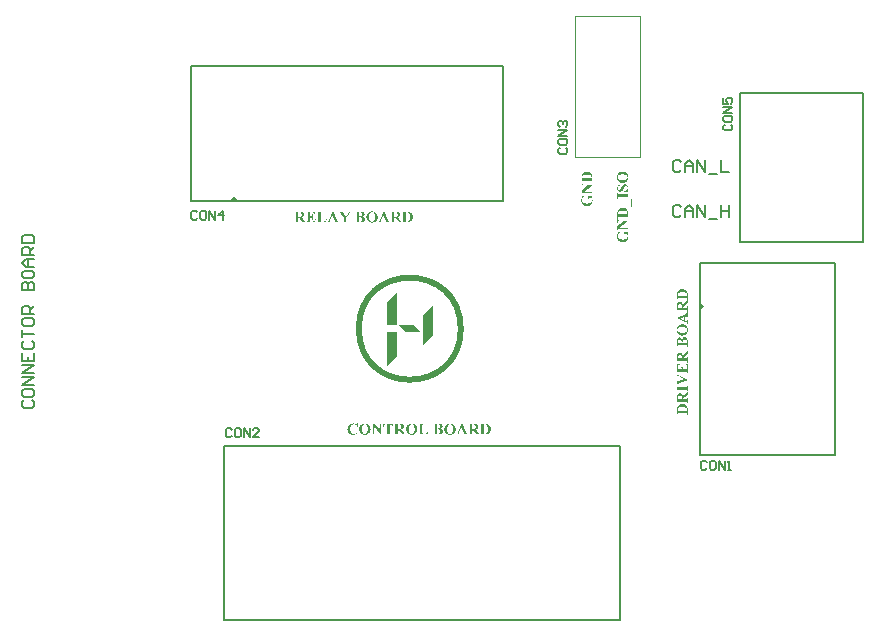
<source format=gto>
G04*
G04 #@! TF.GenerationSoftware,Altium Limited,Altium Designer,23.8.1 (32)*
G04*
G04 Layer_Color=65535*
%FSLAX44Y44*%
%MOMM*%
G71*
G04*
G04 #@! TF.SameCoordinates,372F65C9-6F4F-413F-B500-709901E0D80A*
G04*
G04*
G04 #@! TF.FilePolarity,Positive*
G04*
G01*
G75*
%ADD10C,0.5080*%
%ADD11C,0.1016*%
%ADD12C,0.1500*%
%ADD13C,0.1270*%
%ADD14C,0.1778*%
G36*
X318340Y198075D02*
X327230D01*
Y177755D01*
X318340Y168865D01*
Y198075D01*
D02*
G37*
G36*
X189484Y313514D02*
X185674Y309704D01*
X193294D01*
X189484Y313514D01*
D02*
G37*
G36*
X318340Y223475D02*
X327230Y232365D01*
Y204425D01*
X318340D01*
Y223475D01*
D02*
G37*
G36*
X328500Y204425D02*
X334850Y198075D01*
X347550D01*
X341200Y204425D01*
X328500D01*
D02*
G37*
G36*
X348820Y212045D02*
X357710Y220935D01*
Y195535D01*
X348820Y186645D01*
Y212045D01*
D02*
G37*
G36*
X584068Y216750D02*
X587536Y220218D01*
X584068Y223686D01*
Y216750D01*
D02*
G37*
G36*
X569062Y234737D02*
X569168Y234727D01*
X569274D01*
X569400Y234705D01*
X569665Y234674D01*
X569961Y234610D01*
X570277Y234536D01*
X570584Y234431D01*
X570594D01*
X570616Y234420D01*
X570658Y234399D01*
X570721Y234378D01*
X570785Y234346D01*
X570869Y234304D01*
X571049Y234219D01*
X571260Y234103D01*
X571482Y233966D01*
X571704Y233807D01*
X571915Y233628D01*
X571926Y233617D01*
X571936Y233606D01*
X572000Y233543D01*
X572095Y233437D01*
X572222Y233300D01*
X572349Y233141D01*
X572496Y232941D01*
X572634Y232729D01*
X572761Y232497D01*
Y232486D01*
X572771Y232465D01*
X572792Y232434D01*
X572813Y232381D01*
X572835Y232317D01*
X572866Y232243D01*
X572909Y232159D01*
X572940Y232064D01*
X572982Y231958D01*
X573025Y231842D01*
X573099Y231578D01*
X573183Y231271D01*
X573257Y230944D01*
Y230923D01*
X573268Y230870D01*
X573278Y230764D01*
X573289Y230627D01*
X573310Y230447D01*
Y230341D01*
X573321Y230225D01*
Y230098D01*
X573331Y229961D01*
Y225586D01*
X573088D01*
Y225946D01*
X573078Y226020D01*
Y226104D01*
X573035Y226305D01*
X573014Y226400D01*
X572972Y226485D01*
X572961Y226495D01*
X572951Y226516D01*
X572919Y226559D01*
X572877Y226601D01*
X572771Y226707D01*
X572634Y226802D01*
X572623D01*
X572602Y226812D01*
X572549Y226823D01*
X572475Y226833D01*
X572359Y226844D01*
X572285Y226854D01*
X572211D01*
X572116D01*
X572021Y226865D01*
X571905D01*
X571778D01*
X565787D01*
X565776D01*
X565755D01*
X565723D01*
X565671D01*
X565554D01*
X565417Y226854D01*
X565269Y226844D01*
X565132Y226833D01*
X565005Y226812D01*
X564963Y226802D01*
X564920Y226791D01*
X564910D01*
X564889Y226780D01*
X564857Y226759D01*
X564815Y226728D01*
X564762Y226685D01*
X564720Y226633D01*
X564667Y226569D01*
X564614Y226485D01*
X564603Y226474D01*
X564593Y226442D01*
X564572Y226390D01*
X564540Y226326D01*
X564519Y226242D01*
X564498Y226136D01*
X564487Y226020D01*
X564477Y225882D01*
Y225586D01*
X564234D01*
Y229813D01*
X564244Y229929D01*
Y230067D01*
X564255Y230225D01*
X564265Y230405D01*
X564286Y230595D01*
X564308Y230796D01*
X564339Y231007D01*
X564424Y231451D01*
X564529Y231874D01*
X564603Y232085D01*
X564677Y232275D01*
X564688Y232286D01*
X564698Y232328D01*
X564730Y232391D01*
X564783Y232476D01*
X564836Y232582D01*
X564910Y232698D01*
X564994Y232824D01*
X565089Y232962D01*
X565195Y233110D01*
X565322Y233258D01*
X565459Y233416D01*
X565607Y233564D01*
X565766Y233712D01*
X565935Y233860D01*
X566125Y233987D01*
X566326Y234114D01*
X566336Y234124D01*
X566379Y234145D01*
X566431Y234177D01*
X566516Y234209D01*
X566622Y234262D01*
X566748Y234314D01*
X566886Y234367D01*
X567044Y234431D01*
X567224Y234494D01*
X567414Y234547D01*
X567625Y234600D01*
X567837Y234653D01*
X568069Y234684D01*
X568312Y234716D01*
X568566Y234737D01*
X568819Y234748D01*
X568830D01*
X568862D01*
X568914D01*
X568978D01*
X569062Y234737D01*
D02*
G37*
G36*
X573331Y222670D02*
X569189Y219743D01*
Y219152D01*
X571746D01*
X571757D01*
X571778D01*
X571820D01*
X571862D01*
X571989D01*
X572137Y219162D01*
X572296Y219173D01*
X572454Y219183D01*
X572581Y219204D01*
X572634Y219226D01*
X572676Y219236D01*
X572687D01*
X572708Y219257D01*
X572739Y219278D01*
X572782Y219310D01*
X572835Y219352D01*
X572887Y219405D01*
X572940Y219479D01*
X572982Y219553D01*
Y219564D01*
X573004Y219595D01*
X573014Y219659D01*
X573035Y219743D01*
X573056Y219860D01*
X573067Y220007D01*
X573088Y220198D01*
Y220409D01*
X573331D01*
Y215760D01*
X573088D01*
Y215865D01*
X573078Y215971D01*
Y216098D01*
X573056Y216235D01*
X573035Y216383D01*
X573014Y216510D01*
X572972Y216605D01*
X572961Y216616D01*
X572951Y216637D01*
X572930Y216679D01*
X572887Y216732D01*
X572803Y216838D01*
X572739Y216880D01*
X572676Y216922D01*
X572665D01*
X572634Y216933D01*
X572581Y216954D01*
X572486Y216975D01*
X572370Y216985D01*
X572285Y216996D01*
X572201Y217007D01*
X572105D01*
X572000Y217017D01*
X571873D01*
X571746D01*
X565818D01*
X565808D01*
X565787D01*
X565745D01*
X565702D01*
X565575D01*
X565428Y217007D01*
X565269Y216996D01*
X565121Y216975D01*
X564994Y216954D01*
X564941Y216943D01*
X564899Y216922D01*
X564889D01*
X564868Y216901D01*
X564836Y216880D01*
X564794Y216848D01*
X564741Y216806D01*
X564688Y216742D01*
X564635Y216679D01*
X564593Y216595D01*
X564582Y216584D01*
X564572Y216552D01*
X564551Y216489D01*
X564529Y216404D01*
X564508Y216299D01*
X564498Y216151D01*
X564477Y215971D01*
Y215760D01*
X564234D01*
Y220250D01*
X564244Y220377D01*
Y220536D01*
X564255Y220715D01*
X564265Y220895D01*
X564286Y221286D01*
X564329Y221688D01*
X564360Y221878D01*
X564392Y222068D01*
X564424Y222237D01*
X564466Y222385D01*
Y222395D01*
X564477Y222417D01*
X564487Y222459D01*
X564508Y222512D01*
X564540Y222575D01*
X564572Y222660D01*
X564656Y222829D01*
X564772Y223029D01*
X564920Y223241D01*
X565100Y223452D01*
X565311Y223642D01*
X565322Y223653D01*
X565343Y223664D01*
X565375Y223685D01*
X565417Y223716D01*
X565480Y223759D01*
X565544Y223801D01*
X565628Y223843D01*
X565723Y223885D01*
X565935Y223970D01*
X566178Y224054D01*
X566452Y224107D01*
X566600Y224128D01*
X566748D01*
X566759D01*
X566791D01*
X566843D01*
X566917Y224118D01*
X567002Y224107D01*
X567097Y224086D01*
X567213Y224065D01*
X567329Y224033D01*
X567456Y224002D01*
X567594Y223949D01*
X567731Y223896D01*
X567868Y223822D01*
X568006Y223737D01*
X568143Y223642D01*
X568280Y223526D01*
X568407Y223399D01*
X568428Y223378D01*
X568450Y223347D01*
X568481Y223315D01*
X568555Y223209D01*
X568640Y223061D01*
X568745Y222882D01*
X568851Y222660D01*
X568957Y222395D01*
X569041Y222100D01*
X572116Y224287D01*
X572127D01*
X572137Y224308D01*
X572169Y224329D01*
X572211Y224361D01*
X572317Y224435D01*
X572433Y224530D01*
X572560Y224625D01*
X572687Y224731D01*
X572792Y224826D01*
X572835Y224868D01*
X572866Y224900D01*
X572877Y224910D01*
X572898Y224953D01*
X572930Y225005D01*
X572972Y225079D01*
X573014Y225175D01*
X573046Y225291D01*
X573078Y225407D01*
X573088Y225544D01*
X573331D01*
Y222670D01*
D02*
G37*
G36*
Y210920D02*
X573088D01*
Y211185D01*
X573078Y211280D01*
X573067Y211396D01*
X573025Y211639D01*
X572993Y211755D01*
X572940Y211850D01*
Y211861D01*
X572919Y211871D01*
X572866Y211924D01*
X572771Y211977D01*
X572708Y211988D01*
X572634Y211998D01*
X572623D01*
X572613D01*
X572560D01*
X572486Y211977D01*
X572391Y211956D01*
X572370Y211945D01*
X572349D01*
X572306Y211924D01*
X572243Y211903D01*
X572148Y211861D01*
X572032Y211819D01*
X571884Y211755D01*
X570742Y211259D01*
Y208067D01*
X571630Y207677D01*
X571651Y207666D01*
X571704Y207645D01*
X571788Y207613D01*
X571884Y207581D01*
X572010Y207550D01*
X572127Y207518D01*
X572253Y207497D01*
X572370Y207486D01*
X572391D01*
X572433D01*
X572496Y207507D01*
X572581Y207529D01*
X572676Y207560D01*
X572771Y207613D01*
X572856Y207687D01*
X572930Y207793D01*
Y207803D01*
X572951Y207835D01*
X572961Y207888D01*
X572993Y207972D01*
X573014Y208089D01*
X573046Y208247D01*
X573056Y208342D01*
X573067Y208448D01*
X573078Y208564D01*
X573088Y208691D01*
X573331D01*
Y205658D01*
X573088D01*
Y205679D01*
X573067Y205743D01*
X573046Y205827D01*
X573014Y205944D01*
X572961Y206070D01*
X572887Y206208D01*
X572803Y206335D01*
X572687Y206461D01*
X572665Y206472D01*
X572613Y206514D01*
X572581Y206546D01*
X572528Y206588D01*
X572465Y206630D01*
X572391Y206683D01*
X572306Y206736D01*
X572201Y206789D01*
X572095Y206852D01*
X571968Y206926D01*
X571820Y207000D01*
X571672Y207074D01*
X571503Y207159D01*
X571313Y207243D01*
X564043Y210498D01*
Y210625D01*
X571514Y213900D01*
X571524Y213911D01*
X571556Y213921D01*
X571609Y213942D01*
X571683Y213985D01*
X571767Y214016D01*
X571862Y214069D01*
X572074Y214175D01*
X572306Y214302D01*
X572528Y214428D01*
X572623Y214492D01*
X572718Y214555D01*
X572792Y214619D01*
X572856Y214671D01*
X572866Y214682D01*
X572887Y214714D01*
X572919Y214767D01*
X572961Y214841D01*
X573004Y214936D01*
X573035Y215041D01*
X573067Y215168D01*
X573088Y215316D01*
X573331D01*
Y210920D01*
D02*
G37*
G36*
X568925Y205067D02*
X569041D01*
X569200Y205046D01*
X569369Y205024D01*
X569570Y204993D01*
X569781Y204950D01*
X570013Y204897D01*
X570256Y204834D01*
X570510Y204750D01*
X570764Y204655D01*
X571028Y204538D01*
X571292Y204401D01*
X571545Y204242D01*
X571799Y204063D01*
X571820Y204052D01*
X571873Y203999D01*
X571958Y203925D01*
X572074Y203820D01*
X572201Y203672D01*
X572349Y203513D01*
X572507Y203313D01*
X572665Y203091D01*
X572824Y202826D01*
X572982Y202552D01*
X573130Y202235D01*
X573257Y201897D01*
X573373Y201527D01*
X573458Y201136D01*
X573511Y200713D01*
X573532Y200269D01*
Y200164D01*
X573521Y200100D01*
Y200037D01*
X573511Y199868D01*
X573479Y199657D01*
X573447Y199424D01*
X573395Y199160D01*
X573321Y198875D01*
X573236Y198579D01*
X573130Y198262D01*
X572993Y197955D01*
X572835Y197638D01*
X572644Y197321D01*
X572422Y197026D01*
X572169Y196740D01*
X571873Y196476D01*
X571862Y196465D01*
X571810Y196434D01*
X571736Y196381D01*
X571641Y196307D01*
X571514Y196233D01*
X571366Y196138D01*
X571186Y196043D01*
X570996Y195948D01*
X570774Y195853D01*
X570531Y195758D01*
X570277Y195662D01*
X570003Y195588D01*
X569717Y195515D01*
X569411Y195462D01*
X569084Y195430D01*
X568756Y195420D01*
X568745D01*
X568735D01*
X568703D01*
X568671D01*
X568555Y195430D01*
X568418Y195441D01*
X568249Y195462D01*
X568048Y195493D01*
X567826Y195536D01*
X567573Y195588D01*
X567319Y195662D01*
X567044Y195758D01*
X566769Y195863D01*
X566484Y196001D01*
X566199Y196159D01*
X565914Y196339D01*
X565649Y196550D01*
X565385Y196793D01*
X565375Y196814D01*
X565322Y196856D01*
X565258Y196931D01*
X565174Y197036D01*
X565068Y197174D01*
X564963Y197332D01*
X564836Y197522D01*
X564720Y197733D01*
X564593Y197966D01*
X564477Y198230D01*
X564371Y198505D01*
X564276Y198801D01*
X564202Y199118D01*
X564138Y199456D01*
X564107Y199815D01*
Y200396D01*
X564117Y200544D01*
X564128Y200734D01*
X564160Y200946D01*
X564191Y201178D01*
X564234Y201442D01*
X564308Y201717D01*
X564381Y202002D01*
X564487Y202288D01*
X564614Y202584D01*
X564762Y202879D01*
X564941Y203175D01*
X565153Y203450D01*
X565385Y203714D01*
X565396Y203725D01*
X565449Y203778D01*
X565523Y203841D01*
X565628Y203925D01*
X565755Y204031D01*
X565914Y204147D01*
X566104Y204274D01*
X566305Y204401D01*
X566537Y204528D01*
X566801Y204644D01*
X567076Y204760D01*
X567372Y204866D01*
X567689Y204950D01*
X568027Y205014D01*
X568386Y205067D01*
X568756Y205077D01*
X568777D01*
X568830D01*
X568925Y205067D01*
D02*
G37*
G36*
X570996Y194384D02*
X571081Y194373D01*
X571186Y194352D01*
X571302Y194321D01*
X571419Y194289D01*
X571556Y194247D01*
X571693Y194194D01*
X571831Y194120D01*
X571979Y194046D01*
X572116Y193951D01*
X572264Y193834D01*
X572401Y193708D01*
X572528Y193560D01*
X572539Y193549D01*
X572560Y193517D01*
X572602Y193454D01*
X572655Y193370D01*
X572718Y193264D01*
X572782Y193137D01*
X572856Y192989D01*
X572930Y192820D01*
X573004Y192619D01*
X573078Y192397D01*
X573141Y192165D01*
X573204Y191901D01*
X573257Y191616D01*
X573299Y191309D01*
X573321Y190971D01*
X573331Y190622D01*
Y186005D01*
X573088D01*
Y186110D01*
X573078Y186216D01*
Y186343D01*
X573056Y186480D01*
X573035Y186628D01*
X573014Y186755D01*
X572972Y186850D01*
X572961Y186861D01*
X572951Y186892D01*
X572930Y186924D01*
X572887Y186977D01*
X572803Y187083D01*
X572739Y187125D01*
X572676Y187167D01*
X572665D01*
X572634Y187178D01*
X572581Y187199D01*
X572486Y187220D01*
X572359Y187230D01*
X572285Y187241D01*
X572201Y187252D01*
X572105D01*
X571989Y187262D01*
X571873D01*
X571736D01*
X565829D01*
X565818D01*
X565797D01*
X565755D01*
X565713D01*
X565586D01*
X565438Y187252D01*
X565280Y187241D01*
X565121Y187220D01*
X564994Y187199D01*
X564941Y187188D01*
X564899Y187167D01*
X564889D01*
X564868Y187146D01*
X564836Y187125D01*
X564794Y187093D01*
X564741Y187051D01*
X564688Y186998D01*
X564635Y186935D01*
X564593Y186850D01*
X564582Y186840D01*
X564572Y186808D01*
X564551Y186744D01*
X564529Y186660D01*
X564508Y186544D01*
X564498Y186396D01*
X564477Y186216D01*
Y186005D01*
X564234D01*
Y190612D01*
X564244Y190739D01*
Y190886D01*
X564255Y191045D01*
X564265Y191225D01*
X564308Y191584D01*
X564350Y191954D01*
X564381Y192123D01*
X564424Y192292D01*
X564466Y192440D01*
X564519Y192567D01*
Y192577D01*
X564529Y192598D01*
X564551Y192630D01*
X564572Y192672D01*
X564635Y192799D01*
X564730Y192947D01*
X564846Y193105D01*
X564984Y193285D01*
X565153Y193444D01*
X565354Y193602D01*
X565364D01*
X565375Y193623D01*
X565406Y193634D01*
X565449Y193665D01*
X565565Y193718D01*
X565702Y193792D01*
X565882Y193866D01*
X566083Y193919D01*
X566294Y193961D01*
X566526Y193982D01*
X566537D01*
X566558D01*
X566590D01*
X566632Y193972D01*
X566696D01*
X566759Y193961D01*
X566917Y193919D01*
X567097Y193866D01*
X567298Y193782D01*
X567499Y193655D01*
X567604Y193581D01*
X567699Y193496D01*
X567710Y193486D01*
X567720Y193475D01*
X567752Y193444D01*
X567784Y193401D01*
X567826Y193349D01*
X567879Y193285D01*
X567932Y193200D01*
X567995Y193105D01*
X568059Y193000D01*
X568122Y192873D01*
X568185Y192736D01*
X568259Y192588D01*
X568323Y192419D01*
X568386Y192228D01*
X568450Y192028D01*
X568513Y191806D01*
Y191816D01*
X568523Y191859D01*
X568545Y191933D01*
X568566Y192017D01*
X568597Y192123D01*
X568629Y192250D01*
X568671Y192376D01*
X568714Y192524D01*
X568819Y192820D01*
X568946Y193127D01*
X569010Y193264D01*
X569084Y193401D01*
X569157Y193528D01*
X569242Y193634D01*
X569253Y193644D01*
X569274Y193665D01*
X569305Y193708D01*
X569348Y193750D01*
X569411Y193813D01*
X569485Y193877D01*
X569570Y193940D01*
X569665Y194014D01*
X569781Y194088D01*
X569897Y194151D01*
X570024Y194215D01*
X570172Y194278D01*
X570320Y194321D01*
X570478Y194363D01*
X570647Y194384D01*
X570827Y194394D01*
X570838D01*
X570869D01*
X570922D01*
X570996Y194384D01*
D02*
G37*
G36*
X573331Y179549D02*
X569189Y176622D01*
Y176030D01*
X571746D01*
X571757D01*
X571778D01*
X571820D01*
X571862D01*
X571989D01*
X572137Y176041D01*
X572296Y176051D01*
X572454Y176062D01*
X572581Y176083D01*
X572634Y176104D01*
X572676Y176115D01*
X572687D01*
X572708Y176136D01*
X572739Y176157D01*
X572782Y176189D01*
X572835Y176231D01*
X572887Y176284D01*
X572940Y176358D01*
X572982Y176432D01*
Y176442D01*
X573004Y176474D01*
X573014Y176537D01*
X573035Y176622D01*
X573056Y176738D01*
X573067Y176886D01*
X573088Y177076D01*
Y177288D01*
X573331D01*
Y172638D01*
X573088D01*
Y172744D01*
X573078Y172850D01*
Y172976D01*
X573056Y173114D01*
X573035Y173262D01*
X573014Y173389D01*
X572972Y173484D01*
X572961Y173494D01*
X572951Y173515D01*
X572930Y173558D01*
X572887Y173610D01*
X572803Y173716D01*
X572739Y173758D01*
X572676Y173801D01*
X572665D01*
X572634Y173811D01*
X572581Y173832D01*
X572486Y173853D01*
X572370Y173864D01*
X572285Y173875D01*
X572201Y173885D01*
X572105D01*
X572000Y173896D01*
X571873D01*
X571746D01*
X565818D01*
X565808D01*
X565787D01*
X565745D01*
X565702D01*
X565575D01*
X565428Y173885D01*
X565269Y173875D01*
X565121Y173853D01*
X564994Y173832D01*
X564941Y173822D01*
X564899Y173801D01*
X564889D01*
X564868Y173780D01*
X564836Y173758D01*
X564794Y173727D01*
X564741Y173684D01*
X564688Y173621D01*
X564635Y173558D01*
X564593Y173473D01*
X564582Y173463D01*
X564572Y173431D01*
X564551Y173367D01*
X564529Y173283D01*
X564508Y173177D01*
X564498Y173029D01*
X564477Y172850D01*
Y172638D01*
X564234D01*
Y177129D01*
X564244Y177256D01*
Y177414D01*
X564255Y177594D01*
X564265Y177774D01*
X564286Y178165D01*
X564329Y178566D01*
X564360Y178756D01*
X564392Y178946D01*
X564424Y179116D01*
X564466Y179263D01*
Y179274D01*
X564477Y179295D01*
X564487Y179337D01*
X564508Y179390D01*
X564540Y179454D01*
X564572Y179538D01*
X564656Y179707D01*
X564772Y179908D01*
X564920Y180119D01*
X565100Y180331D01*
X565311Y180521D01*
X565322Y180531D01*
X565343Y180542D01*
X565375Y180563D01*
X565417Y180595D01*
X565480Y180637D01*
X565544Y180679D01*
X565628Y180722D01*
X565723Y180764D01*
X565935Y180848D01*
X566178Y180933D01*
X566452Y180986D01*
X566600Y181007D01*
X566748D01*
X566759D01*
X566791D01*
X566843D01*
X566917Y180996D01*
X567002Y180986D01*
X567097Y180965D01*
X567213Y180944D01*
X567329Y180912D01*
X567456Y180880D01*
X567594Y180827D01*
X567731Y180774D01*
X567868Y180700D01*
X568006Y180616D01*
X568143Y180521D01*
X568280Y180405D01*
X568407Y180278D01*
X568428Y180257D01*
X568450Y180225D01*
X568481Y180193D01*
X568555Y180088D01*
X568640Y179940D01*
X568745Y179760D01*
X568851Y179538D01*
X568957Y179274D01*
X569041Y178978D01*
X572116Y181165D01*
X572127D01*
X572137Y181187D01*
X572169Y181208D01*
X572211Y181239D01*
X572317Y181313D01*
X572433Y181408D01*
X572560Y181504D01*
X572687Y181609D01*
X572792Y181704D01*
X572835Y181747D01*
X572866Y181778D01*
X572877Y181789D01*
X572898Y181831D01*
X572930Y181884D01*
X572972Y181958D01*
X573014Y182053D01*
X573046Y182169D01*
X573078Y182285D01*
X573088Y182423D01*
X573331D01*
Y179549D01*
D02*
G37*
G36*
Y171339D02*
Y163477D01*
X573088D01*
Y163836D01*
X573078Y163911D01*
X573067Y163995D01*
X573056Y164101D01*
X573025Y164206D01*
X572993Y164312D01*
X572951Y164407D01*
Y164418D01*
X572930Y164439D01*
X572909Y164471D01*
X572877Y164513D01*
X572835Y164555D01*
X572782Y164597D01*
X572708Y164639D01*
X572634Y164682D01*
X572623D01*
X572592Y164692D01*
X572539Y164703D01*
X572465Y164724D01*
X572349Y164735D01*
X572201Y164745D01*
X572116D01*
X572010Y164756D01*
X571905D01*
X571778D01*
X565787D01*
X565776D01*
X565755D01*
X565734D01*
X565692D01*
X565586D01*
X565459D01*
X565332Y164745D01*
X565216Y164735D01*
X565111Y164724D01*
X565068D01*
X565037Y164713D01*
X565026D01*
X564994Y164703D01*
X564952Y164682D01*
X564899Y164661D01*
X564772Y164587D01*
X564720Y164534D01*
X564667Y164471D01*
X564656Y164460D01*
X564635Y164428D01*
X564603Y164365D01*
X564572Y164291D01*
X564540Y164185D01*
X564508Y164069D01*
X564487Y163932D01*
X564477Y163773D01*
Y163477D01*
X564234D01*
Y171096D01*
X566928D01*
Y170853D01*
X566917D01*
X566886Y170842D01*
X566833Y170832D01*
X566769Y170821D01*
X566685Y170800D01*
X566590Y170768D01*
X566379Y170705D01*
X566157Y170631D01*
X565924Y170536D01*
X565702Y170419D01*
X565607Y170356D01*
X565523Y170293D01*
X565502Y170271D01*
X565449Y170229D01*
X565375Y170145D01*
X565280Y170039D01*
X565174Y169902D01*
X565068Y169722D01*
X564973Y169532D01*
X564889Y169299D01*
X564878Y169278D01*
X564868Y169225D01*
X564857Y169183D01*
X564846Y169130D01*
X564836Y169067D01*
X564825Y168982D01*
X564815Y168898D01*
X564804Y168792D01*
X564794Y168676D01*
X564783Y168549D01*
X564772Y168412D01*
X564762Y168253D01*
Y166943D01*
X568460D01*
Y167207D01*
X568450Y167260D01*
X568439Y167334D01*
X568428Y167418D01*
X568397Y167609D01*
X568333Y167810D01*
X568228Y168021D01*
X568175Y168116D01*
X568101Y168211D01*
X568016Y168306D01*
X567921Y168380D01*
X567911D01*
X567900Y168401D01*
X567868Y168422D01*
X567816Y168444D01*
X567763Y168475D01*
X567699Y168507D01*
X567615Y168549D01*
X567520Y168591D01*
X567414Y168634D01*
X567287Y168676D01*
X567160Y168718D01*
X567012Y168760D01*
X566865Y168803D01*
X566685Y168834D01*
X566505Y168866D01*
X566315Y168887D01*
Y169130D01*
X571081D01*
Y168887D01*
X571070D01*
X571049D01*
X571007Y168877D01*
X570954Y168866D01*
X570890Y168855D01*
X570806Y168845D01*
X570637Y168813D01*
X570436Y168760D01*
X570225Y168708D01*
X570013Y168634D01*
X569813Y168539D01*
X569802D01*
X569791Y168528D01*
X569728Y168496D01*
X569644Y168444D01*
X569538Y168370D01*
X569432Y168285D01*
X569327Y168179D01*
X569221Y168063D01*
X569147Y167936D01*
X569136Y167915D01*
X569115Y167873D01*
X569094Y167788D01*
X569052Y167683D01*
X569020Y167545D01*
X568999Y167366D01*
X568978Y167176D01*
X568967Y166943D01*
X571535D01*
X571545D01*
X571567D01*
X571609D01*
X571651D01*
X571778D01*
X571926Y166954D01*
X572084D01*
X572243Y166975D01*
X572370Y166985D01*
X572412Y166996D01*
X572454Y167006D01*
X572465D01*
X572475Y167017D01*
X572549Y167059D01*
X572634Y167133D01*
X572718Y167239D01*
Y167249D01*
X572739Y167271D01*
X572750Y167313D01*
X572771Y167376D01*
X572792Y167461D01*
X572803Y167556D01*
X572824Y167672D01*
Y168475D01*
X572813Y168560D01*
X572803Y168665D01*
X572792Y168792D01*
X572771Y168930D01*
X572750Y169088D01*
X572687Y169405D01*
X572581Y169754D01*
X572507Y169912D01*
X572433Y170081D01*
X572349Y170240D01*
X572243Y170388D01*
X572232Y170398D01*
X572211Y170419D01*
X572179Y170462D01*
X572127Y170515D01*
X572074Y170578D01*
X571989Y170652D01*
X571905Y170726D01*
X571799Y170821D01*
X571672Y170905D01*
X571545Y171000D01*
X571398Y171085D01*
X571239Y171180D01*
X571059Y171265D01*
X570869Y171349D01*
X570668Y171434D01*
X570447Y171497D01*
Y171751D01*
X573331Y171339D01*
D02*
G37*
G36*
X564477Y163034D02*
X564498Y162970D01*
X564529Y162875D01*
X564572Y162759D01*
X564646Y162621D01*
X564741Y162473D01*
X564857Y162315D01*
X565015Y162167D01*
X565037Y162156D01*
X565058Y162135D01*
X565089Y162114D01*
X565132Y162083D01*
X565185Y162051D01*
X565248Y162008D01*
X565332Y161956D01*
X565428Y161903D01*
X565544Y161840D01*
X565671Y161765D01*
X565818Y161691D01*
X565977Y161618D01*
X566167Y161523D01*
X566368Y161427D01*
X566590Y161332D01*
X573532Y158205D01*
Y157983D01*
X566305Y154866D01*
X566294Y154855D01*
X566252Y154845D01*
X566178Y154813D01*
X566093Y154770D01*
X565998Y154728D01*
X565882Y154675D01*
X565618Y154559D01*
X565354Y154432D01*
X565227Y154369D01*
X565100Y154316D01*
X564994Y154253D01*
X564899Y154200D01*
X564825Y154158D01*
X564772Y154115D01*
X564762Y154105D01*
X564730Y154073D01*
X564698Y154031D01*
X564646Y153957D01*
X564593Y153862D01*
X564551Y153735D01*
X564508Y153576D01*
X564477Y153397D01*
X564234D01*
Y157740D01*
X564477D01*
Y157507D01*
X564487Y157402D01*
X564498Y157275D01*
X564519Y157148D01*
X564540Y157011D01*
X564582Y156884D01*
X564635Y156789D01*
Y156778D01*
X564656Y156768D01*
X564709Y156715D01*
X564804Y156662D01*
X564857Y156651D01*
X564931Y156641D01*
X564952D01*
X565005Y156651D01*
X565100Y156662D01*
X565216Y156694D01*
X565227D01*
X565248Y156704D01*
X565301Y156725D01*
X565385Y156757D01*
X565502Y156810D01*
X565575Y156831D01*
X565649Y156863D01*
X565745Y156905D01*
X565850Y156947D01*
X565966Y157000D01*
X566093Y157053D01*
X570626Y158987D01*
X566590Y160783D01*
X566579D01*
X566558Y160793D01*
X566516Y160814D01*
X566474Y160836D01*
X566347Y160889D01*
X566199Y160952D01*
X566030Y161026D01*
X565871Y161089D01*
X565734Y161142D01*
X565671Y161163D01*
X565618Y161184D01*
X565607D01*
X565575Y161195D01*
X565523Y161206D01*
X565470Y161227D01*
X565332Y161248D01*
X565185Y161258D01*
X565174D01*
X565153D01*
X565111D01*
X565068Y161248D01*
X564952Y161216D01*
X564836Y161153D01*
X564825D01*
X564804Y161131D01*
X564741Y161079D01*
X564667Y160973D01*
X564593Y160836D01*
X564582Y160825D01*
X564572Y160783D01*
X564551Y160719D01*
X564529Y160635D01*
X564508Y160529D01*
X564498Y160392D01*
X564477Y160244D01*
Y160075D01*
X564234D01*
Y163055D01*
X564477D01*
Y163034D01*
D02*
G37*
G36*
X573331Y148209D02*
X573088D01*
Y148568D01*
X573078Y148642D01*
X573067Y148727D01*
X573056Y148832D01*
X573025Y148938D01*
X572993Y149044D01*
X572951Y149139D01*
Y149149D01*
X572930Y149170D01*
X572909Y149202D01*
X572877Y149244D01*
X572835Y149287D01*
X572782Y149329D01*
X572708Y149371D01*
X572634Y149413D01*
X572623D01*
X572592Y149424D01*
X572539Y149434D01*
X572465Y149456D01*
X572349Y149466D01*
X572201Y149477D01*
X572116D01*
X572010Y149487D01*
X571905D01*
X571778D01*
X565787D01*
X565776D01*
X565755D01*
X565723D01*
X565671D01*
X565554D01*
X565417Y149477D01*
X565269Y149466D01*
X565132Y149456D01*
X565005Y149434D01*
X564963Y149424D01*
X564920Y149413D01*
X564910D01*
X564889Y149403D01*
X564857Y149382D01*
X564815Y149350D01*
X564762Y149308D01*
X564720Y149255D01*
X564667Y149192D01*
X564614Y149107D01*
X564603Y149096D01*
X564593Y149065D01*
X564572Y149012D01*
X564540Y148948D01*
X564519Y148864D01*
X564498Y148758D01*
X564487Y148642D01*
X564477Y148505D01*
Y148209D01*
X564234D01*
Y152953D01*
X564477D01*
Y152583D01*
X564487Y152509D01*
X564498Y152425D01*
X564508Y152319D01*
X564540Y152213D01*
X564572Y152108D01*
X564624Y152013D01*
Y152002D01*
X564646Y151981D01*
X564698Y151918D01*
X564741Y151875D01*
X564794Y151823D01*
X564868Y151780D01*
X564941Y151738D01*
X564952D01*
X564973Y151727D01*
X565026Y151717D01*
X565111Y151706D01*
X565227Y151696D01*
X565364Y151685D01*
X565459D01*
X565554Y151675D01*
X565671D01*
X565787D01*
X571778D01*
X571788D01*
X571810D01*
X571841D01*
X571894D01*
X572010D01*
X572158Y151685D01*
X572306Y151696D01*
X572454Y151706D01*
X572570Y151727D01*
X572623Y151738D01*
X572665Y151749D01*
X572676D01*
X572697Y151759D01*
X572729Y151780D01*
X572761Y151812D01*
X572813Y151854D01*
X572866Y151907D01*
X572909Y151970D01*
X572961Y152044D01*
Y152055D01*
X572982Y152087D01*
X573004Y152140D01*
X573025Y152203D01*
X573046Y152287D01*
X573067Y152393D01*
X573078Y152509D01*
X573088Y152647D01*
Y152953D01*
X573331D01*
Y148209D01*
D02*
G37*
G36*
Y145197D02*
X569189Y142270D01*
Y141679D01*
X571746D01*
X571757D01*
X571778D01*
X571820D01*
X571862D01*
X571989D01*
X572137Y141689D01*
X572296Y141700D01*
X572454Y141711D01*
X572581Y141732D01*
X572634Y141753D01*
X572676Y141763D01*
X572687D01*
X572708Y141784D01*
X572739Y141806D01*
X572782Y141837D01*
X572835Y141880D01*
X572887Y141932D01*
X572940Y142006D01*
X572982Y142080D01*
Y142091D01*
X573004Y142123D01*
X573014Y142186D01*
X573035Y142270D01*
X573056Y142387D01*
X573067Y142535D01*
X573088Y142725D01*
Y142936D01*
X573331D01*
Y138287D01*
X573088D01*
Y138393D01*
X573078Y138498D01*
Y138625D01*
X573056Y138762D01*
X573035Y138910D01*
X573014Y139037D01*
X572972Y139132D01*
X572961Y139143D01*
X572951Y139164D01*
X572930Y139206D01*
X572887Y139259D01*
X572803Y139365D01*
X572739Y139407D01*
X572676Y139449D01*
X572665D01*
X572634Y139460D01*
X572581Y139481D01*
X572486Y139502D01*
X572370Y139513D01*
X572285Y139523D01*
X572201Y139534D01*
X572105D01*
X572000Y139544D01*
X571873D01*
X571746D01*
X565818D01*
X565808D01*
X565787D01*
X565745D01*
X565702D01*
X565575D01*
X565428Y139534D01*
X565269Y139523D01*
X565121Y139502D01*
X564994Y139481D01*
X564941Y139470D01*
X564899Y139449D01*
X564889D01*
X564868Y139428D01*
X564836Y139407D01*
X564794Y139375D01*
X564741Y139333D01*
X564688Y139270D01*
X564635Y139206D01*
X564593Y139122D01*
X564582Y139111D01*
X564572Y139079D01*
X564551Y139016D01*
X564529Y138932D01*
X564508Y138826D01*
X564498Y138678D01*
X564477Y138498D01*
Y138287D01*
X564234D01*
Y142778D01*
X564244Y142905D01*
Y143063D01*
X564255Y143243D01*
X564265Y143422D01*
X564286Y143813D01*
X564329Y144215D01*
X564360Y144405D01*
X564392Y144595D01*
X564424Y144764D01*
X564466Y144912D01*
Y144923D01*
X564477Y144944D01*
X564487Y144986D01*
X564508Y145039D01*
X564540Y145102D01*
X564572Y145187D01*
X564656Y145356D01*
X564772Y145557D01*
X564920Y145768D01*
X565100Y145979D01*
X565311Y146170D01*
X565322Y146180D01*
X565343Y146191D01*
X565375Y146212D01*
X565417Y146243D01*
X565480Y146286D01*
X565544Y146328D01*
X565628Y146370D01*
X565723Y146412D01*
X565935Y146497D01*
X566178Y146582D01*
X566452Y146634D01*
X566600Y146656D01*
X566748D01*
X566759D01*
X566791D01*
X566843D01*
X566917Y146645D01*
X567002Y146634D01*
X567097Y146613D01*
X567213Y146592D01*
X567329Y146560D01*
X567456Y146529D01*
X567594Y146476D01*
X567731Y146423D01*
X567868Y146349D01*
X568006Y146265D01*
X568143Y146170D01*
X568280Y146053D01*
X568407Y145927D01*
X568428Y145905D01*
X568450Y145874D01*
X568481Y145842D01*
X568555Y145736D01*
X568640Y145588D01*
X568745Y145409D01*
X568851Y145187D01*
X568957Y144923D01*
X569041Y144627D01*
X572116Y146814D01*
X572127D01*
X572137Y146835D01*
X572169Y146856D01*
X572211Y146888D01*
X572317Y146962D01*
X572433Y147057D01*
X572560Y147152D01*
X572687Y147258D01*
X572792Y147353D01*
X572835Y147395D01*
X572866Y147427D01*
X572877Y147437D01*
X572898Y147480D01*
X572930Y147533D01*
X572972Y147606D01*
X573014Y147702D01*
X573046Y147818D01*
X573078Y147934D01*
X573088Y148071D01*
X573331D01*
Y145197D01*
D02*
G37*
G36*
X569062Y137421D02*
X569168Y137410D01*
X569274D01*
X569400Y137389D01*
X569665Y137357D01*
X569961Y137294D01*
X570277Y137220D01*
X570584Y137114D01*
X570594D01*
X570616Y137104D01*
X570658Y137082D01*
X570721Y137061D01*
X570785Y137029D01*
X570869Y136987D01*
X571049Y136903D01*
X571260Y136786D01*
X571482Y136649D01*
X571704Y136491D01*
X571915Y136311D01*
X571926Y136300D01*
X571936Y136290D01*
X572000Y136227D01*
X572095Y136121D01*
X572222Y135983D01*
X572349Y135825D01*
X572496Y135624D01*
X572634Y135413D01*
X572761Y135180D01*
Y135170D01*
X572771Y135149D01*
X572792Y135117D01*
X572813Y135064D01*
X572835Y135001D01*
X572866Y134927D01*
X572909Y134842D01*
X572940Y134747D01*
X572982Y134642D01*
X573025Y134525D01*
X573099Y134261D01*
X573183Y133955D01*
X573257Y133627D01*
Y133606D01*
X573268Y133553D01*
X573278Y133448D01*
X573289Y133310D01*
X573310Y133131D01*
Y133025D01*
X573321Y132909D01*
Y132782D01*
X573331Y132645D01*
Y128270D01*
X573088D01*
Y128629D01*
X573078Y128703D01*
Y128788D01*
X573035Y128989D01*
X573014Y129084D01*
X572972Y129168D01*
X572961Y129179D01*
X572951Y129200D01*
X572919Y129242D01*
X572877Y129284D01*
X572771Y129390D01*
X572634Y129485D01*
X572623D01*
X572602Y129496D01*
X572549Y129506D01*
X572475Y129517D01*
X572359Y129527D01*
X572285Y129538D01*
X572211D01*
X572116D01*
X572021Y129549D01*
X571905D01*
X571778D01*
X565787D01*
X565776D01*
X565755D01*
X565723D01*
X565671D01*
X565554D01*
X565417Y129538D01*
X565269Y129527D01*
X565132Y129517D01*
X565005Y129496D01*
X564963Y129485D01*
X564920Y129475D01*
X564910D01*
X564889Y129464D01*
X564857Y129443D01*
X564815Y129411D01*
X564762Y129369D01*
X564720Y129316D01*
X564667Y129253D01*
X564614Y129168D01*
X564603Y129158D01*
X564593Y129126D01*
X564572Y129073D01*
X564540Y129010D01*
X564519Y128925D01*
X564498Y128820D01*
X564487Y128703D01*
X564477Y128566D01*
Y128270D01*
X564234D01*
Y132497D01*
X564244Y132613D01*
Y132750D01*
X564255Y132909D01*
X564265Y133088D01*
X564286Y133279D01*
X564308Y133479D01*
X564339Y133691D01*
X564424Y134134D01*
X564529Y134557D01*
X564603Y134768D01*
X564677Y134958D01*
X564688Y134969D01*
X564698Y135011D01*
X564730Y135075D01*
X564783Y135159D01*
X564836Y135265D01*
X564910Y135381D01*
X564994Y135508D01*
X565089Y135645D01*
X565195Y135793D01*
X565322Y135941D01*
X565459Y136100D01*
X565607Y136248D01*
X565766Y136396D01*
X565935Y136544D01*
X566125Y136670D01*
X566326Y136797D01*
X566336Y136808D01*
X566379Y136829D01*
X566431Y136861D01*
X566516Y136892D01*
X566622Y136945D01*
X566748Y136998D01*
X566886Y137051D01*
X567044Y137114D01*
X567224Y137177D01*
X567414Y137230D01*
X567625Y137283D01*
X567837Y137336D01*
X568069Y137368D01*
X568312Y137399D01*
X568566Y137421D01*
X568819Y137431D01*
X568830D01*
X568862D01*
X568914D01*
X568978D01*
X569062Y137421D01*
D02*
G37*
G36*
X518405Y334337D02*
X518521D01*
X518679Y334316D01*
X518848Y334295D01*
X519049Y334263D01*
X519260Y334221D01*
X519493Y334168D01*
X519736Y334105D01*
X519990Y334020D01*
X520243Y333925D01*
X520507Y333809D01*
X520771Y333671D01*
X521025Y333513D01*
X521279Y333333D01*
X521300Y333323D01*
X521353Y333270D01*
X521437Y333196D01*
X521553Y333090D01*
X521680Y332942D01*
X521828Y332784D01*
X521987Y332583D01*
X522145Y332361D01*
X522304Y332097D01*
X522462Y331822D01*
X522610Y331505D01*
X522737Y331167D01*
X522853Y330797D01*
X522938Y330406D01*
X522990Y329984D01*
X523012Y329540D01*
Y329434D01*
X523001Y329371D01*
Y329308D01*
X522990Y329138D01*
X522959Y328927D01*
X522927Y328695D01*
X522874Y328430D01*
X522800Y328145D01*
X522716Y327849D01*
X522610Y327532D01*
X522473Y327226D01*
X522314Y326909D01*
X522124Y326592D01*
X521902Y326296D01*
X521648Y326011D01*
X521353Y325747D01*
X521342Y325736D01*
X521289Y325704D01*
X521215Y325652D01*
X521120Y325578D01*
X520993Y325504D01*
X520845Y325409D01*
X520666Y325313D01*
X520476Y325218D01*
X520254Y325123D01*
X520011Y325028D01*
X519757Y324933D01*
X519482Y324859D01*
X519197Y324785D01*
X518891Y324732D01*
X518563Y324701D01*
X518236Y324690D01*
X518225D01*
X518214D01*
X518183D01*
X518151D01*
X518035Y324701D01*
X517897Y324711D01*
X517728Y324732D01*
X517528Y324764D01*
X517306Y324806D01*
X517052Y324859D01*
X516799Y324933D01*
X516524Y325028D01*
X516249Y325134D01*
X515964Y325271D01*
X515678Y325430D01*
X515393Y325609D01*
X515129Y325821D01*
X514865Y326064D01*
X514854Y326085D01*
X514801Y326127D01*
X514738Y326201D01*
X514654Y326307D01*
X514548Y326444D01*
X514442Y326603D01*
X514315Y326793D01*
X514199Y327004D01*
X514072Y327237D01*
X513956Y327501D01*
X513851Y327775D01*
X513755Y328071D01*
X513681Y328388D01*
X513618Y328726D01*
X513586Y329086D01*
Y329667D01*
X513597Y329815D01*
X513607Y330005D01*
X513639Y330216D01*
X513671Y330449D01*
X513713Y330713D01*
X513787Y330988D01*
X513861Y331273D01*
X513967Y331558D01*
X514094Y331854D01*
X514241Y332150D01*
X514421Y332446D01*
X514632Y332720D01*
X514865Y332985D01*
X514875Y332995D01*
X514928Y333048D01*
X515002Y333111D01*
X515108Y333196D01*
X515235Y333302D01*
X515393Y333418D01*
X515583Y333545D01*
X515784Y333671D01*
X516017Y333798D01*
X516281Y333914D01*
X516555Y334031D01*
X516851Y334136D01*
X517168Y334221D01*
X517506Y334284D01*
X517866Y334337D01*
X518236Y334348D01*
X518257D01*
X518310D01*
X518405Y334337D01*
D02*
G37*
G36*
X520349Y323591D02*
X520433D01*
X520528Y323570D01*
X520645Y323559D01*
X520771Y323528D01*
X520909Y323485D01*
X521057Y323443D01*
X521215Y323380D01*
X521374Y323306D01*
X521543Y323221D01*
X521712Y323116D01*
X521881Y322999D01*
X522039Y322862D01*
X522198Y322704D01*
X522209Y322693D01*
X522230Y322661D01*
X522272Y322608D01*
X522325Y322545D01*
X522388Y322461D01*
X522452Y322355D01*
X522525Y322228D01*
X522599Y322091D01*
X522684Y321932D01*
X522758Y321763D01*
X522821Y321573D01*
X522885Y321372D01*
X522938Y321161D01*
X522980Y320939D01*
X523001Y320696D01*
X523012Y320442D01*
Y320368D01*
X523001Y320284D01*
Y320178D01*
X522990Y320051D01*
X522969Y319914D01*
X522916Y319629D01*
Y319608D01*
X522895Y319565D01*
X522874Y319481D01*
X522842Y319365D01*
X522800Y319227D01*
X522747Y319058D01*
X522684Y318878D01*
X522599Y318667D01*
X522589Y318657D01*
X522578Y318614D01*
X522557Y318551D01*
X522525Y318477D01*
X522483Y318297D01*
X522473Y318213D01*
X522462Y318128D01*
Y318097D01*
X522473Y318065D01*
X522483Y318023D01*
X522515Y317906D01*
X522557Y317832D01*
X522599Y317759D01*
X522610Y317748D01*
X522621Y317727D01*
X522652Y317695D01*
X522705Y317653D01*
X522758Y317600D01*
X522832Y317547D01*
X522916Y317494D01*
X523012Y317452D01*
Y317209D01*
X519577D01*
Y317452D01*
X519599D01*
X519641Y317463D01*
X519715Y317484D01*
X519821Y317515D01*
X519937Y317547D01*
X520074Y317589D01*
X520233Y317642D01*
X520402Y317706D01*
X520581Y317780D01*
X520761Y317864D01*
X520941Y317959D01*
X521131Y318054D01*
X521310Y318171D01*
X521479Y318297D01*
X521648Y318445D01*
X521796Y318593D01*
X521807Y318604D01*
X521828Y318636D01*
X521870Y318678D01*
X521913Y318741D01*
X521965Y318815D01*
X522029Y318910D01*
X522103Y319016D01*
X522166Y319143D01*
X522240Y319270D01*
X522314Y319407D01*
X522430Y319713D01*
X522473Y319882D01*
X522515Y320051D01*
X522536Y320231D01*
X522547Y320411D01*
Y320485D01*
X522536Y320537D01*
Y320601D01*
X522525Y320675D01*
X522494Y320844D01*
X522452Y321045D01*
X522378Y321245D01*
X522282Y321436D01*
X522145Y321615D01*
Y321626D01*
X522124Y321636D01*
X522071Y321689D01*
X521987Y321763D01*
X521870Y321848D01*
X521733Y321922D01*
X521575Y321996D01*
X521384Y322048D01*
X521289Y322070D01*
X521194D01*
X521184D01*
X521141D01*
X521078Y322059D01*
X520993Y322048D01*
X520898Y322027D01*
X520793Y321996D01*
X520687Y321953D01*
X520571Y321890D01*
X520560Y321879D01*
X520518Y321858D01*
X520454Y321816D01*
X520381Y321763D01*
X520296Y321689D01*
X520201Y321594D01*
X520095Y321488D01*
X520000Y321362D01*
X519990Y321340D01*
X519947Y321298D01*
X519894Y321203D01*
X519810Y321076D01*
X519757Y321002D01*
X519704Y320907D01*
X519651Y320802D01*
X519588Y320696D01*
X519514Y320569D01*
X519451Y320432D01*
X519366Y320284D01*
X519292Y320125D01*
X519282Y320115D01*
X519260Y320073D01*
X519229Y320009D01*
X519187Y319925D01*
X519134Y319819D01*
X519081Y319703D01*
X519007Y319576D01*
X518933Y319438D01*
X518774Y319143D01*
X518595Y318847D01*
X518510Y318699D01*
X518426Y318561D01*
X518341Y318445D01*
X518257Y318329D01*
X518246Y318319D01*
X518236Y318308D01*
X518183Y318244D01*
X518088Y318139D01*
X517971Y318023D01*
X517834Y317896D01*
X517665Y317759D01*
X517485Y317621D01*
X517295Y317505D01*
X517285D01*
X517274Y317494D01*
X517242Y317484D01*
X517200Y317463D01*
X517094Y317410D01*
X516946Y317367D01*
X516777Y317315D01*
X516577Y317262D01*
X516365Y317230D01*
X516133Y317220D01*
X516122D01*
X516080D01*
X516027Y317230D01*
X515953D01*
X515858Y317241D01*
X515752Y317262D01*
X515626Y317283D01*
X515488Y317315D01*
X515351Y317357D01*
X515203Y317410D01*
X515045Y317473D01*
X514897Y317558D01*
X514738Y317642D01*
X514580Y317748D01*
X514432Y317875D01*
X514284Y318012D01*
X514273Y318023D01*
X514252Y318054D01*
X514210Y318097D01*
X514168Y318160D01*
X514104Y318234D01*
X514041Y318329D01*
X513967Y318445D01*
X513893Y318561D01*
X513829Y318709D01*
X513755Y318857D01*
X513692Y319026D01*
X513629Y319206D01*
X513586Y319396D01*
X513544Y319597D01*
X513523Y319808D01*
X513512Y320030D01*
Y320104D01*
X513523Y320189D01*
Y320305D01*
X513544Y320442D01*
X513565Y320580D01*
X513586Y320738D01*
X513629Y320897D01*
Y320907D01*
X513639Y320950D01*
X513660Y321023D01*
X513692Y321108D01*
X513734Y321224D01*
X513787Y321351D01*
X513851Y321499D01*
X513924Y321657D01*
Y321668D01*
X513935Y321679D01*
X513956Y321731D01*
X513988Y321816D01*
X514030Y321911D01*
X514104Y322122D01*
X514125Y322217D01*
X514136Y322302D01*
Y322334D01*
X514125Y322397D01*
X514094Y322482D01*
X514030Y322566D01*
X514020D01*
X514009Y322587D01*
X513977Y322608D01*
X513924Y322630D01*
X513861Y322661D01*
X513766Y322693D01*
X513650Y322735D01*
X513512Y322767D01*
Y322968D01*
X516545Y323042D01*
Y322767D01*
X516534D01*
X516492Y322756D01*
X516439Y322746D01*
X516355Y322725D01*
X516260Y322693D01*
X516154Y322661D01*
X516027Y322619D01*
X515890Y322566D01*
X515605Y322439D01*
X515446Y322365D01*
X515298Y322270D01*
X515140Y322175D01*
X514992Y322059D01*
X514854Y321932D01*
X514717Y321795D01*
X514706Y321784D01*
X514685Y321763D01*
X514654Y321721D01*
X514611Y321657D01*
X514558Y321594D01*
X514495Y321510D01*
X514432Y321414D01*
X514368Y321309D01*
X514241Y321055D01*
X514125Y320780D01*
X514083Y320633D01*
X514051Y320474D01*
X514030Y320316D01*
X514020Y320146D01*
Y320083D01*
X514030Y320030D01*
X514041Y319903D01*
X514062Y319755D01*
X514115Y319576D01*
X514178Y319396D01*
X514263Y319217D01*
X514389Y319058D01*
X514411Y319037D01*
X514453Y318995D01*
X514527Y318931D01*
X514632Y318857D01*
X514759Y318783D01*
X514897Y318720D01*
X515066Y318678D01*
X515235Y318657D01*
X515245D01*
X515288D01*
X515340Y318667D01*
X515414Y318678D01*
X515488Y318688D01*
X515583Y318720D01*
X515678Y318752D01*
X515763Y318794D01*
X515774Y318804D01*
X515816Y318826D01*
X515879Y318878D01*
X515964Y318942D01*
X516059Y319026D01*
X516165Y319143D01*
X516270Y319270D01*
X516386Y319417D01*
X516397Y319438D01*
X516429Y319481D01*
X516450Y319523D01*
X516482Y319576D01*
X516524Y319639D01*
X516566Y319724D01*
X516619Y319808D01*
X516672Y319914D01*
X516735Y320030D01*
X516809Y320168D01*
X516883Y320326D01*
X516978Y320495D01*
X517063Y320685D01*
X517168Y320886D01*
X517179Y320907D01*
X517200Y320960D01*
X517242Y321034D01*
X517306Y321150D01*
X517369Y321277D01*
X517454Y321425D01*
X517549Y321584D01*
X517644Y321763D01*
X517876Y322122D01*
X518119Y322482D01*
X518257Y322640D01*
X518383Y322799D01*
X518521Y322936D01*
X518648Y323052D01*
X518658Y323063D01*
X518679Y323073D01*
X518722Y323105D01*
X518774Y323137D01*
X518838Y323179D01*
X518912Y323221D01*
X519007Y323274D01*
X519113Y323327D01*
X519345Y323433D01*
X519620Y323517D01*
X519916Y323581D01*
X520074Y323591D01*
X520243Y323602D01*
X520254D01*
X520296D01*
X520349Y323591D01*
D02*
G37*
G36*
X522811Y311440D02*
X522568D01*
Y311799D01*
X522557Y311873D01*
X522547Y311957D01*
X522536Y312063D01*
X522504Y312169D01*
X522473Y312274D01*
X522430Y312370D01*
Y312380D01*
X522409Y312401D01*
X522388Y312433D01*
X522356Y312475D01*
X522314Y312518D01*
X522261Y312560D01*
X522187Y312602D01*
X522113Y312644D01*
X522103D01*
X522071Y312655D01*
X522018Y312666D01*
X521944Y312687D01*
X521828Y312697D01*
X521680Y312708D01*
X521596D01*
X521490Y312718D01*
X521384D01*
X521258D01*
X515266D01*
X515256D01*
X515235D01*
X515203D01*
X515150D01*
X515034D01*
X514897Y312708D01*
X514749Y312697D01*
X514611Y312687D01*
X514484Y312666D01*
X514442Y312655D01*
X514400Y312644D01*
X514389D01*
X514368Y312634D01*
X514337Y312613D01*
X514294Y312581D01*
X514241Y312539D01*
X514199Y312486D01*
X514146Y312422D01*
X514094Y312338D01*
X514083Y312327D01*
X514072Y312296D01*
X514051Y312243D01*
X514020Y312179D01*
X513998Y312095D01*
X513977Y311989D01*
X513967Y311873D01*
X513956Y311736D01*
Y311440D01*
X513713D01*
Y316184D01*
X513956D01*
Y315814D01*
X513967Y315740D01*
X513977Y315656D01*
X513988Y315550D01*
X514020Y315444D01*
X514051Y315339D01*
X514104Y315244D01*
Y315233D01*
X514125Y315212D01*
X514178Y315149D01*
X514220Y315106D01*
X514273Y315054D01*
X514347Y315011D01*
X514421Y314969D01*
X514432D01*
X514453Y314958D01*
X514506Y314948D01*
X514590Y314937D01*
X514706Y314927D01*
X514844Y314916D01*
X514939D01*
X515034Y314905D01*
X515150D01*
X515266D01*
X521258D01*
X521268D01*
X521289D01*
X521321D01*
X521374D01*
X521490D01*
X521638Y314916D01*
X521786Y314927D01*
X521934Y314937D01*
X522050Y314958D01*
X522103Y314969D01*
X522145Y314979D01*
X522156D01*
X522177Y314990D01*
X522209Y315011D01*
X522240Y315043D01*
X522293Y315085D01*
X522346Y315138D01*
X522388Y315201D01*
X522441Y315275D01*
Y315286D01*
X522462Y315318D01*
X522483Y315371D01*
X522504Y315434D01*
X522525Y315518D01*
X522547Y315624D01*
X522557Y315740D01*
X522568Y315878D01*
Y316184D01*
X522811D01*
Y311440D01*
D02*
G37*
G36*
X525780Y304170D02*
X524913D01*
Y311292D01*
X525780D01*
Y304170D01*
D02*
G37*
G36*
X518542Y303705D02*
X518648Y303695D01*
X518753D01*
X518880Y303673D01*
X519144Y303642D01*
X519440Y303578D01*
X519757Y303504D01*
X520064Y303399D01*
X520074D01*
X520095Y303388D01*
X520137Y303367D01*
X520201Y303346D01*
X520264Y303314D01*
X520349Y303272D01*
X520528Y303187D01*
X520740Y303071D01*
X520962Y302934D01*
X521184Y302775D01*
X521395Y302596D01*
X521405Y302585D01*
X521416Y302575D01*
X521479Y302511D01*
X521575Y302405D01*
X521701Y302268D01*
X521828Y302110D01*
X521976Y301909D01*
X522113Y301698D01*
X522240Y301465D01*
Y301455D01*
X522251Y301433D01*
X522272Y301402D01*
X522293Y301349D01*
X522314Y301285D01*
X522346Y301211D01*
X522388Y301127D01*
X522420Y301032D01*
X522462Y300926D01*
X522504Y300810D01*
X522578Y300546D01*
X522663Y300239D01*
X522737Y299912D01*
Y299891D01*
X522747Y299838D01*
X522758Y299732D01*
X522769Y299595D01*
X522790Y299415D01*
Y299310D01*
X522800Y299193D01*
Y299067D01*
X522811Y298929D01*
Y294555D01*
X522568D01*
Y294914D01*
X522557Y294988D01*
Y295072D01*
X522515Y295273D01*
X522494Y295368D01*
X522452Y295453D01*
X522441Y295463D01*
X522430Y295485D01*
X522399Y295527D01*
X522356Y295569D01*
X522251Y295675D01*
X522113Y295770D01*
X522103D01*
X522082Y295780D01*
X522029Y295791D01*
X521955Y295802D01*
X521839Y295812D01*
X521765Y295823D01*
X521691D01*
X521596D01*
X521501Y295833D01*
X521384D01*
X521258D01*
X515266D01*
X515256D01*
X515235D01*
X515203D01*
X515150D01*
X515034D01*
X514897Y295823D01*
X514749Y295812D01*
X514611Y295802D01*
X514484Y295780D01*
X514442Y295770D01*
X514400Y295759D01*
X514389D01*
X514368Y295749D01*
X514337Y295728D01*
X514294Y295696D01*
X514241Y295654D01*
X514199Y295601D01*
X514146Y295537D01*
X514094Y295453D01*
X514083Y295442D01*
X514072Y295410D01*
X514051Y295358D01*
X514020Y295294D01*
X513998Y295210D01*
X513977Y295104D01*
X513967Y294988D01*
X513956Y294851D01*
Y294555D01*
X513713D01*
Y298781D01*
X513724Y298897D01*
Y299035D01*
X513734Y299193D01*
X513745Y299373D01*
X513766Y299563D01*
X513787Y299764D01*
X513819Y299975D01*
X513903Y300419D01*
X514009Y300842D01*
X514083Y301053D01*
X514157Y301243D01*
X514168Y301254D01*
X514178Y301296D01*
X514210Y301359D01*
X514263Y301444D01*
X514315Y301550D01*
X514389Y301666D01*
X514474Y301793D01*
X514569Y301930D01*
X514675Y302078D01*
X514801Y302226D01*
X514939Y302384D01*
X515087Y302532D01*
X515245Y302680D01*
X515414Y302828D01*
X515605Y302955D01*
X515805Y303082D01*
X515816Y303092D01*
X515858Y303113D01*
X515911Y303145D01*
X515995Y303177D01*
X516101Y303230D01*
X516228Y303283D01*
X516365Y303335D01*
X516524Y303399D01*
X516703Y303462D01*
X516894Y303515D01*
X517105Y303568D01*
X517316Y303621D01*
X517549Y303652D01*
X517792Y303684D01*
X518045Y303705D01*
X518299Y303716D01*
X518310D01*
X518341D01*
X518394D01*
X518457D01*
X518542Y303705D01*
D02*
G37*
G36*
X513956Y294016D02*
X513967Y293984D01*
Y293942D01*
X513988Y293847D01*
X514009Y293720D01*
X514041Y293593D01*
X514072Y293466D01*
X514115Y293350D01*
X514157Y293255D01*
Y293244D01*
X514178Y293223D01*
X514210Y293181D01*
X514252Y293139D01*
X514305Y293097D01*
X514368Y293044D01*
X514442Y292991D01*
X514537Y292949D01*
X514548D01*
X514590Y292927D01*
X514654Y292917D01*
X514749Y292896D01*
X514875Y292875D01*
X515034Y292864D01*
X515224Y292843D01*
X515446D01*
X523012D01*
Y292610D01*
X515435Y286471D01*
X521226D01*
X521236D01*
X521258D01*
X521300D01*
X521353Y286482D01*
X521416D01*
X521490Y286493D01*
X521659Y286514D01*
X521839Y286556D01*
X522008Y286619D01*
X522166Y286704D01*
X522240Y286757D01*
X522293Y286820D01*
X522304Y286841D01*
X522335Y286883D01*
X522378Y286957D01*
X522430Y287063D01*
X522483Y287179D01*
X522525Y287317D01*
X522557Y287475D01*
X522568Y287644D01*
Y287866D01*
X522811D01*
Y284643D01*
X522568D01*
Y284770D01*
X522547Y284897D01*
X522525Y285056D01*
X522494Y285224D01*
X522441Y285404D01*
X522367Y285563D01*
X522314Y285626D01*
X522261Y285689D01*
X522251Y285700D01*
X522198Y285732D01*
X522124Y285784D01*
X522018Y285837D01*
X521870Y285890D01*
X521691Y285943D01*
X521479Y285975D01*
X521226Y285985D01*
X514812D01*
X514569Y285784D01*
X514548Y285774D01*
X514506Y285732D01*
X514453Y285679D01*
X514379Y285616D01*
X514220Y285446D01*
X514146Y285362D01*
X514094Y285277D01*
X514083Y285267D01*
X514072Y285235D01*
X514051Y285182D01*
X514030Y285119D01*
X514009Y285024D01*
X513988Y284907D01*
X513967Y284781D01*
X513956Y284633D01*
X513713D01*
Y287856D01*
X519345Y292346D01*
X515446D01*
X515435D01*
X515414D01*
X515372D01*
X515309D01*
X515245Y292336D01*
X515171D01*
X515002Y292315D01*
X514812Y292283D01*
X514632Y292241D01*
X514474Y292188D01*
X514400Y292146D01*
X514337Y292103D01*
X514315Y292093D01*
X514273Y292040D01*
X514210Y291966D01*
X514146Y291850D01*
X514072Y291702D01*
X514009Y291522D01*
X513967Y291300D01*
X513956Y291036D01*
X513713D01*
Y294037D01*
X513956D01*
Y294016D01*
D02*
G37*
G36*
X519229Y284295D02*
X519239Y284231D01*
X519250Y284147D01*
X519260Y284041D01*
X519313Y283809D01*
X519334Y283692D01*
X519377Y283608D01*
Y283597D01*
X519398Y283576D01*
X519419Y283534D01*
X519451Y283492D01*
X519504Y283449D01*
X519556Y283396D01*
X519630Y283344D01*
X519715Y283301D01*
X519725D01*
X519747Y283291D01*
X519778Y283280D01*
X519842D01*
X519926Y283270D01*
X520032Y283259D01*
X520169Y283249D01*
X520338D01*
X522230D01*
Y283238D01*
X522251Y283206D01*
X522272Y283164D01*
X522293Y283101D01*
X522325Y283016D01*
X522367Y282921D01*
X522409Y282815D01*
X522452Y282689D01*
X522494Y282562D01*
X522547Y282424D01*
X522642Y282107D01*
X522726Y281780D01*
X522811Y281431D01*
Y281421D01*
X522821Y281389D01*
X522832Y281336D01*
X522842Y281273D01*
X522853Y281178D01*
X522874Y281082D01*
X522895Y280966D01*
X522906Y280840D01*
X522927Y280692D01*
X522948Y280544D01*
X522980Y280205D01*
X523001Y279857D01*
X523012Y279476D01*
Y279350D01*
X523001Y279265D01*
Y279149D01*
X522990Y279022D01*
X522980Y278874D01*
X522969Y278716D01*
X522927Y278377D01*
X522864Y278018D01*
X522779Y277659D01*
X522663Y277321D01*
Y277310D01*
X522642Y277279D01*
X522631Y277236D01*
X522599Y277183D01*
X522568Y277110D01*
X522525Y277014D01*
X522473Y276919D01*
X522420Y276814D01*
X522282Y276581D01*
X522124Y276328D01*
X521944Y276074D01*
X521744Y275820D01*
X521733Y275810D01*
X521722Y275789D01*
X521691Y275757D01*
X521638Y275715D01*
X521585Y275662D01*
X521522Y275599D01*
X521363Y275451D01*
X521173Y275282D01*
X520962Y275112D01*
X520719Y274943D01*
X520454Y274795D01*
X520444D01*
X520412Y274774D01*
X520359Y274753D01*
X520296Y274722D01*
X520201Y274690D01*
X520106Y274648D01*
X519979Y274605D01*
X519852Y274563D01*
X519704Y274510D01*
X519546Y274468D01*
X519377Y274426D01*
X519197Y274394D01*
X518806Y274341D01*
X518595Y274331D01*
X518383Y274320D01*
X518373D01*
X518362D01*
X518331D01*
X518288D01*
X518183Y274331D01*
X518045Y274341D01*
X517866Y274362D01*
X517665Y274394D01*
X517433Y274436D01*
X517189Y274500D01*
X516925Y274574D01*
X516640Y274669D01*
X516355Y274785D01*
X516069Y274922D01*
X515774Y275091D01*
X515478Y275282D01*
X515203Y275503D01*
X514928Y275757D01*
X514907Y275778D01*
X514865Y275820D01*
X514801Y275905D01*
X514706Y276021D01*
X514601Y276159D01*
X514484Y276328D01*
X514347Y276528D01*
X514220Y276761D01*
X514083Y277004D01*
X513956Y277279D01*
X513840Y277585D01*
X513734Y277902D01*
X513639Y278251D01*
X513576Y278610D01*
X513523Y279001D01*
X513512Y279402D01*
Y279571D01*
X513523Y279646D01*
Y279804D01*
X513544Y279994D01*
X513565Y280205D01*
X513586Y280406D01*
X513629Y280618D01*
Y280628D01*
X513639Y280670D01*
X513660Y280744D01*
X513681Y280850D01*
X513724Y280977D01*
X513777Y281146D01*
X513851Y281336D01*
X513935Y281569D01*
Y281579D01*
X513946Y281600D01*
X513956Y281632D01*
X513977Y281674D01*
X514009Y281790D01*
X514051Y281917D01*
X514104Y282055D01*
X514136Y282181D01*
X514168Y282287D01*
X514178Y282329D01*
Y282393D01*
X514168Y282424D01*
X514157Y282467D01*
X514115Y282583D01*
X514083Y282636D01*
X514041Y282699D01*
X514030Y282710D01*
X514009Y282731D01*
X513977Y282763D01*
X513924Y282805D01*
X513851Y282847D01*
X513755Y282900D01*
X513650Y282953D01*
X513512Y283006D01*
Y283249D01*
X516714D01*
Y283006D01*
X516703D01*
X516661Y282984D01*
X516587Y282963D01*
X516503Y282921D01*
X516386Y282868D01*
X516270Y282815D01*
X516122Y282741D01*
X515974Y282668D01*
X515657Y282477D01*
X515330Y282245D01*
X515013Y281970D01*
X514865Y281812D01*
X514728Y281653D01*
X514717Y281642D01*
X514696Y281611D01*
X514664Y281569D01*
X514622Y281495D01*
X514569Y281410D01*
X514506Y281315D01*
X514453Y281199D01*
X514379Y281072D01*
X514315Y280935D01*
X514263Y280776D01*
X514146Y280448D01*
X514104Y280269D01*
X514072Y280079D01*
X514051Y279888D01*
X514041Y279688D01*
Y279593D01*
X514051Y279519D01*
X514062Y279434D01*
X514072Y279328D01*
X514094Y279212D01*
X514115Y279096D01*
X514178Y278821D01*
X514284Y278536D01*
X514347Y278399D01*
X514432Y278251D01*
X514516Y278113D01*
X514622Y277987D01*
X514632Y277976D01*
X514643Y277955D01*
X514685Y277923D01*
X514728Y277881D01*
X514780Y277817D01*
X514854Y277754D01*
X514939Y277691D01*
X515034Y277617D01*
X515140Y277532D01*
X515266Y277458D01*
X515393Y277374D01*
X515531Y277300D01*
X515689Y277215D01*
X515858Y277152D01*
X516027Y277088D01*
X516217Y277025D01*
X516228D01*
X516260Y277014D01*
X516323Y277004D01*
X516397Y276983D01*
X516492Y276962D01*
X516598Y276930D01*
X516725Y276909D01*
X516862Y276888D01*
X517010Y276856D01*
X517179Y276835D01*
X517528Y276782D01*
X517908Y276750D01*
X518310Y276740D01*
X518320D01*
X518362D01*
X518436D01*
X518531D01*
X518648Y276750D01*
X518774Y276761D01*
X518922D01*
X519091Y276782D01*
X519260Y276793D01*
X519440Y276814D01*
X519831Y276866D01*
X520222Y276940D01*
X520602Y277046D01*
X520613D01*
X520645Y277057D01*
X520698Y277078D01*
X520761Y277110D01*
X520845Y277141D01*
X520941Y277183D01*
X521152Y277289D01*
X521384Y277426D01*
X521627Y277606D01*
X521849Y277807D01*
X521955Y277923D01*
X522050Y278050D01*
Y278060D01*
X522071Y278082D01*
X522092Y278124D01*
X522124Y278177D01*
X522156Y278240D01*
X522198Y278314D01*
X522230Y278409D01*
X522272Y278515D01*
X522314Y278620D01*
X522356Y278747D01*
X522430Y279022D01*
X522483Y279339D01*
X522494Y279508D01*
X522504Y279677D01*
Y279804D01*
X522494Y279888D01*
Y279984D01*
X522473Y280100D01*
X522441Y280343D01*
Y280364D01*
X522430Y280406D01*
X522409Y280470D01*
X522388Y280565D01*
X522356Y280670D01*
X522325Y280797D01*
X522230Y281061D01*
X520338D01*
X520328D01*
X520317D01*
X520254D01*
X520159D01*
X520053Y281051D01*
X519937Y281040D01*
X519821Y281030D01*
X519725Y281008D01*
X519651Y280987D01*
X519641D01*
X519620Y280977D01*
X519599Y280956D01*
X519556Y280924D01*
X519514Y280882D01*
X519461Y280829D01*
X519419Y280765D01*
X519366Y280681D01*
X519356Y280670D01*
X519345Y280639D01*
X519324Y280586D01*
X519292Y280522D01*
X519271Y280438D01*
X519250Y280343D01*
X519239Y280237D01*
X519229Y280121D01*
Y279888D01*
X518986D01*
Y284316D01*
X519229D01*
Y284295D01*
D02*
G37*
G36*
X488290Y334185D02*
X488396Y334175D01*
X488502D01*
X488629Y334154D01*
X488893Y334122D01*
X489188Y334058D01*
X489506Y333984D01*
X489812Y333879D01*
X489823D01*
X489844Y333868D01*
X489886Y333847D01*
X489949Y333826D01*
X490013Y333794D01*
X490097Y333752D01*
X490277Y333667D01*
X490488Y333551D01*
X490710Y333414D01*
X490932Y333255D01*
X491143Y333076D01*
X491154Y333065D01*
X491164Y333055D01*
X491228Y332991D01*
X491323Y332886D01*
X491450Y332748D01*
X491576Y332590D01*
X491724Y332389D01*
X491862Y332178D01*
X491989Y331945D01*
Y331935D01*
X491999Y331913D01*
X492020Y331882D01*
X492041Y331829D01*
X492063Y331766D01*
X492094Y331692D01*
X492136Y331607D01*
X492168Y331512D01*
X492211Y331406D01*
X492253Y331290D01*
X492327Y331026D01*
X492411Y330719D01*
X492485Y330392D01*
Y330371D01*
X492496Y330318D01*
X492506Y330212D01*
X492517Y330075D01*
X492538Y329895D01*
Y329790D01*
X492549Y329673D01*
Y329547D01*
X492559Y329409D01*
Y325035D01*
X492316D01*
Y325394D01*
X492306Y325468D01*
Y325552D01*
X492263Y325753D01*
X492242Y325848D01*
X492200Y325933D01*
X492189Y325943D01*
X492179Y325965D01*
X492147Y326007D01*
X492105Y326049D01*
X491999Y326155D01*
X491862Y326250D01*
X491851D01*
X491830Y326260D01*
X491777Y326271D01*
X491703Y326282D01*
X491587Y326292D01*
X491513Y326303D01*
X491439D01*
X491344D01*
X491249Y326313D01*
X491133D01*
X491006D01*
X485015D01*
X485004D01*
X484983D01*
X484951D01*
X484898D01*
X484782D01*
X484645Y326303D01*
X484497Y326292D01*
X484360Y326282D01*
X484233Y326260D01*
X484191Y326250D01*
X484148Y326239D01*
X484138D01*
X484117Y326229D01*
X484085Y326208D01*
X484043Y326176D01*
X483990Y326134D01*
X483948Y326081D01*
X483895Y326017D01*
X483842Y325933D01*
X483831Y325922D01*
X483821Y325891D01*
X483800Y325838D01*
X483768Y325774D01*
X483747Y325690D01*
X483726Y325584D01*
X483715Y325468D01*
X483704Y325331D01*
Y325035D01*
X483461D01*
Y329261D01*
X483472Y329377D01*
Y329515D01*
X483483Y329673D01*
X483493Y329853D01*
X483514Y330043D01*
X483535Y330244D01*
X483567Y330455D01*
X483652Y330899D01*
X483757Y331322D01*
X483831Y331533D01*
X483905Y331723D01*
X483916Y331734D01*
X483926Y331776D01*
X483958Y331839D01*
X484011Y331924D01*
X484064Y332030D01*
X484138Y332146D01*
X484222Y332273D01*
X484317Y332410D01*
X484423Y332558D01*
X484550Y332706D01*
X484687Y332864D01*
X484835Y333012D01*
X484994Y333160D01*
X485163Y333308D01*
X485353Y333435D01*
X485554Y333562D01*
X485564Y333572D01*
X485606Y333593D01*
X485659Y333625D01*
X485744Y333657D01*
X485849Y333710D01*
X485976Y333763D01*
X486114Y333815D01*
X486272Y333879D01*
X486452Y333942D01*
X486642Y333995D01*
X486853Y334048D01*
X487065Y334101D01*
X487297Y334132D01*
X487540Y334164D01*
X487794Y334185D01*
X488047Y334196D01*
X488058D01*
X488090D01*
X488142D01*
X488206D01*
X488290Y334185D01*
D02*
G37*
G36*
X483704Y324496D02*
X483715Y324464D01*
Y324422D01*
X483736Y324327D01*
X483757Y324200D01*
X483789Y324073D01*
X483821Y323946D01*
X483863Y323830D01*
X483905Y323735D01*
Y323724D01*
X483926Y323703D01*
X483958Y323661D01*
X484000Y323619D01*
X484053Y323577D01*
X484117Y323524D01*
X484191Y323471D01*
X484286Y323429D01*
X484296D01*
X484338Y323407D01*
X484402Y323397D01*
X484497Y323376D01*
X484624Y323355D01*
X484782Y323344D01*
X484972Y323323D01*
X485194D01*
X492760D01*
Y323090D01*
X485184Y316951D01*
X490974D01*
X490985D01*
X491006D01*
X491048D01*
X491101Y316962D01*
X491164D01*
X491238Y316973D01*
X491407Y316994D01*
X491587Y317036D01*
X491756Y317099D01*
X491915Y317184D01*
X491989Y317237D01*
X492041Y317300D01*
X492052Y317321D01*
X492084Y317363D01*
X492126Y317437D01*
X492179Y317543D01*
X492232Y317659D01*
X492274Y317797D01*
X492306Y317955D01*
X492316Y318124D01*
Y318346D01*
X492559D01*
Y315123D01*
X492316D01*
Y315250D01*
X492295Y315377D01*
X492274Y315536D01*
X492242Y315704D01*
X492189Y315884D01*
X492115Y316043D01*
X492063Y316106D01*
X492010Y316169D01*
X491999Y316180D01*
X491946Y316212D01*
X491872Y316264D01*
X491767Y316317D01*
X491619Y316370D01*
X491439Y316423D01*
X491228Y316455D01*
X490974Y316465D01*
X484560D01*
X484317Y316264D01*
X484296Y316254D01*
X484254Y316212D01*
X484201Y316159D01*
X484127Y316096D01*
X483969Y315926D01*
X483895Y315842D01*
X483842Y315757D01*
X483831Y315747D01*
X483821Y315715D01*
X483800Y315662D01*
X483778Y315599D01*
X483757Y315504D01*
X483736Y315387D01*
X483715Y315261D01*
X483704Y315113D01*
X483461D01*
Y318336D01*
X489093Y322826D01*
X485194D01*
X485184D01*
X485163D01*
X485120D01*
X485057D01*
X484994Y322816D01*
X484920D01*
X484751Y322795D01*
X484560Y322763D01*
X484381Y322721D01*
X484222Y322668D01*
X484148Y322626D01*
X484085Y322583D01*
X484064Y322573D01*
X484021Y322520D01*
X483958Y322446D01*
X483895Y322330D01*
X483821Y322182D01*
X483757Y322002D01*
X483715Y321780D01*
X483704Y321516D01*
X483461D01*
Y324517D01*
X483704D01*
Y324496D01*
D02*
G37*
G36*
X488977Y314775D02*
X488988Y314711D01*
X488998Y314627D01*
X489009Y314521D01*
X489062Y314289D01*
X489083Y314172D01*
X489125Y314088D01*
Y314077D01*
X489146Y314056D01*
X489167Y314014D01*
X489199Y313972D01*
X489252Y313929D01*
X489305Y313876D01*
X489379Y313824D01*
X489463Y313781D01*
X489474D01*
X489495Y313771D01*
X489527Y313760D01*
X489590D01*
X489675Y313750D01*
X489780Y313739D01*
X489918Y313729D01*
X490087D01*
X491978D01*
Y313718D01*
X491999Y313686D01*
X492020Y313644D01*
X492041Y313581D01*
X492073Y313496D01*
X492115Y313401D01*
X492158Y313295D01*
X492200Y313169D01*
X492242Y313042D01*
X492295Y312904D01*
X492390Y312587D01*
X492475Y312260D01*
X492559Y311911D01*
Y311901D01*
X492570Y311869D01*
X492580Y311816D01*
X492591Y311753D01*
X492602Y311658D01*
X492623Y311562D01*
X492644Y311446D01*
X492654Y311320D01*
X492675Y311171D01*
X492697Y311024D01*
X492728Y310686D01*
X492749Y310337D01*
X492760Y309956D01*
Y309830D01*
X492749Y309745D01*
Y309629D01*
X492739Y309502D01*
X492728Y309354D01*
X492718Y309196D01*
X492675Y308857D01*
X492612Y308498D01*
X492528Y308139D01*
X492411Y307801D01*
Y307790D01*
X492390Y307759D01*
X492380Y307716D01*
X492348Y307663D01*
X492316Y307589D01*
X492274Y307494D01*
X492221Y307399D01*
X492168Y307294D01*
X492031Y307061D01*
X491872Y306808D01*
X491693Y306554D01*
X491492Y306300D01*
X491481Y306290D01*
X491471Y306269D01*
X491439Y306237D01*
X491386Y306195D01*
X491334Y306142D01*
X491270Y306078D01*
X491112Y305931D01*
X490921Y305762D01*
X490710Y305592D01*
X490467Y305423D01*
X490203Y305275D01*
X490192D01*
X490161Y305254D01*
X490108Y305233D01*
X490044Y305201D01*
X489949Y305170D01*
X489854Y305128D01*
X489727Y305085D01*
X489601Y305043D01*
X489453Y304990D01*
X489294Y304948D01*
X489125Y304906D01*
X488946Y304874D01*
X488554Y304821D01*
X488343Y304811D01*
X488132Y304800D01*
X488121D01*
X488111D01*
X488079D01*
X488037D01*
X487931Y304811D01*
X487794Y304821D01*
X487614Y304842D01*
X487413Y304874D01*
X487181Y304916D01*
X486938Y304980D01*
X486674Y305054D01*
X486388Y305149D01*
X486103Y305265D01*
X485818Y305402D01*
X485522Y305571D01*
X485226Y305762D01*
X484951Y305983D01*
X484677Y306237D01*
X484655Y306258D01*
X484613Y306300D01*
X484550Y306385D01*
X484455Y306501D01*
X484349Y306639D01*
X484233Y306808D01*
X484095Y307008D01*
X483969Y307241D01*
X483831Y307484D01*
X483704Y307759D01*
X483588Y308065D01*
X483483Y308382D01*
X483388Y308731D01*
X483324Y309090D01*
X483271Y309481D01*
X483261Y309882D01*
Y310051D01*
X483271Y310126D01*
Y310284D01*
X483293Y310474D01*
X483314Y310686D01*
X483335Y310886D01*
X483377Y311098D01*
Y311108D01*
X483388Y311150D01*
X483409Y311224D01*
X483430Y311330D01*
X483472Y311457D01*
X483525Y311626D01*
X483599Y311816D01*
X483683Y312049D01*
Y312059D01*
X483694Y312080D01*
X483704Y312112D01*
X483726Y312154D01*
X483757Y312270D01*
X483800Y312397D01*
X483853Y312535D01*
X483884Y312661D01*
X483916Y312767D01*
X483926Y312809D01*
Y312873D01*
X483916Y312904D01*
X483905Y312947D01*
X483863Y313063D01*
X483831Y313116D01*
X483789Y313179D01*
X483778Y313190D01*
X483757Y313211D01*
X483726Y313243D01*
X483673Y313285D01*
X483599Y313327D01*
X483504Y313380D01*
X483398Y313433D01*
X483261Y313486D01*
Y313729D01*
X486462D01*
Y313486D01*
X486452D01*
X486409Y313464D01*
X486336Y313443D01*
X486251Y313401D01*
X486135Y313348D01*
X486019Y313295D01*
X485871Y313221D01*
X485723Y313148D01*
X485406Y312957D01*
X485078Y312725D01*
X484761Y312450D01*
X484613Y312292D01*
X484476Y312133D01*
X484465Y312122D01*
X484444Y312091D01*
X484412Y312049D01*
X484370Y311975D01*
X484317Y311890D01*
X484254Y311795D01*
X484201Y311679D01*
X484127Y311552D01*
X484064Y311415D01*
X484011Y311256D01*
X483895Y310928D01*
X483853Y310749D01*
X483821Y310559D01*
X483800Y310368D01*
X483789Y310168D01*
Y310073D01*
X483800Y309999D01*
X483810Y309914D01*
X483821Y309809D01*
X483842Y309692D01*
X483863Y309576D01*
X483926Y309301D01*
X484032Y309016D01*
X484095Y308879D01*
X484180Y308731D01*
X484265Y308593D01*
X484370Y308466D01*
X484381Y308456D01*
X484391Y308435D01*
X484434Y308403D01*
X484476Y308361D01*
X484529Y308298D01*
X484603Y308234D01*
X484687Y308171D01*
X484782Y308097D01*
X484888Y308012D01*
X485015Y307938D01*
X485142Y307854D01*
X485279Y307780D01*
X485437Y307695D01*
X485606Y307632D01*
X485776Y307568D01*
X485966Y307505D01*
X485976D01*
X486008Y307494D01*
X486071Y307484D01*
X486145Y307463D01*
X486241Y307442D01*
X486346Y307410D01*
X486473Y307389D01*
X486610Y307368D01*
X486758Y307336D01*
X486927Y307315D01*
X487276Y307262D01*
X487656Y307230D01*
X488058Y307220D01*
X488069D01*
X488111D01*
X488185D01*
X488280D01*
X488396Y307230D01*
X488523Y307241D01*
X488671D01*
X488840Y307262D01*
X489009Y307272D01*
X489188Y307294D01*
X489580Y307346D01*
X489970Y307421D01*
X490351Y307526D01*
X490361D01*
X490393Y307537D01*
X490446Y307558D01*
X490509Y307589D01*
X490594Y307621D01*
X490689Y307663D01*
X490900Y307769D01*
X491133Y307906D01*
X491376Y308086D01*
X491598Y308287D01*
X491703Y308403D01*
X491798Y308530D01*
Y308540D01*
X491819Y308562D01*
X491841Y308604D01*
X491872Y308657D01*
X491904Y308720D01*
X491946Y308794D01*
X491978Y308889D01*
X492020Y308995D01*
X492063Y309100D01*
X492105Y309227D01*
X492179Y309502D01*
X492232Y309819D01*
X492242Y309988D01*
X492253Y310157D01*
Y310284D01*
X492242Y310368D01*
Y310464D01*
X492221Y310580D01*
X492189Y310823D01*
Y310844D01*
X492179Y310886D01*
X492158Y310950D01*
X492136Y311045D01*
X492105Y311150D01*
X492073Y311277D01*
X491978Y311541D01*
X490087D01*
X490076D01*
X490065D01*
X490002D01*
X489907D01*
X489801Y311531D01*
X489685Y311520D01*
X489569Y311510D01*
X489474Y311488D01*
X489400Y311467D01*
X489389D01*
X489368Y311457D01*
X489347Y311436D01*
X489305Y311404D01*
X489263Y311362D01*
X489210Y311309D01*
X489167Y311245D01*
X489114Y311161D01*
X489104Y311150D01*
X489093Y311119D01*
X489072Y311066D01*
X489041Y311003D01*
X489019Y310918D01*
X488998Y310823D01*
X488988Y310717D01*
X488977Y310601D01*
Y310368D01*
X488734D01*
Y314796D01*
X488977D01*
Y314775D01*
D02*
G37*
G36*
X293875Y117866D02*
X293632D01*
Y117877D01*
X293621Y117919D01*
X293600Y117983D01*
X293568Y118067D01*
X293536Y118173D01*
X293494Y118289D01*
X293441Y118416D01*
X293378Y118564D01*
X293230Y118860D01*
X293040Y119177D01*
X292924Y119335D01*
X292797Y119483D01*
X292670Y119620D01*
X292522Y119747D01*
X292512Y119758D01*
X292490Y119779D01*
X292438Y119810D01*
X292385Y119853D01*
X292300Y119906D01*
X292216Y119958D01*
X292110Y120022D01*
X291994Y120085D01*
X291867Y120138D01*
X291719Y120201D01*
X291413Y120307D01*
X291244Y120349D01*
X291064Y120381D01*
X290884Y120402D01*
X290694Y120413D01*
X290610D01*
X290546Y120402D01*
X290472D01*
X290388Y120392D01*
X290282Y120371D01*
X290176Y120349D01*
X289933Y120296D01*
X289669Y120201D01*
X289394Y120085D01*
X289257Y120001D01*
X289120Y119916D01*
X289109Y119906D01*
X289088Y119895D01*
X289056Y119863D01*
X289004Y119832D01*
X288877Y119726D01*
X288729Y119578D01*
X288560Y119388D01*
X288380Y119177D01*
X288222Y118923D01*
X288084Y118638D01*
Y118627D01*
X288063Y118595D01*
X288042Y118532D01*
X288021Y118458D01*
X287989Y118363D01*
X287947Y118257D01*
X287915Y118130D01*
X287873Y117983D01*
X287831Y117824D01*
X287799Y117644D01*
X287757Y117465D01*
X287725Y117264D01*
X287683Y116841D01*
X287662Y116387D01*
Y116376D01*
Y116334D01*
Y116271D01*
Y116186D01*
X287672Y116070D01*
X287683Y115954D01*
Y115806D01*
X287704Y115658D01*
X287714Y115489D01*
X287736Y115309D01*
X287788Y114939D01*
X287862Y114548D01*
X287968Y114168D01*
Y114157D01*
X287979Y114126D01*
X288000Y114073D01*
X288031Y113999D01*
X288063Y113925D01*
X288095Y113819D01*
X288200Y113608D01*
X288338Y113354D01*
X288507Y113111D01*
X288697Y112868D01*
X288813Y112763D01*
X288930Y112657D01*
X288940Y112646D01*
X288961Y112636D01*
X288993Y112615D01*
X289046Y112583D01*
X289109Y112541D01*
X289194Y112499D01*
X289289Y112456D01*
X289384Y112403D01*
X289500Y112361D01*
X289638Y112308D01*
X289775Y112266D01*
X289923Y112234D01*
X290081Y112192D01*
X290261Y112171D01*
X290441Y112160D01*
X290631Y112150D01*
X290715D01*
X290779Y112160D01*
X290853D01*
X290937Y112171D01*
X291043Y112182D01*
X291148Y112192D01*
X291392Y112245D01*
X291656Y112308D01*
X291930Y112393D01*
X292205Y112520D01*
X292216D01*
X292237Y112541D01*
X292279Y112562D01*
X292332Y112594D01*
X292395Y112636D01*
X292480Y112689D01*
X292564Y112752D01*
X292659Y112826D01*
X292776Y112911D01*
X292892Y113006D01*
X293019Y113111D01*
X293146Y113228D01*
X293283Y113354D01*
X293420Y113492D01*
X293568Y113640D01*
X293716Y113809D01*
Y113027D01*
X293706Y113016D01*
X293684Y112995D01*
X293642Y112953D01*
X293579Y112900D01*
X293515Y112837D01*
X293431Y112763D01*
X293336Y112678D01*
X293230Y112583D01*
X292987Y112393D01*
X292712Y112203D01*
X292416Y112023D01*
X292110Y111875D01*
X292099D01*
X292068Y111865D01*
X292026Y111843D01*
X291962Y111822D01*
X291888Y111791D01*
X291793Y111759D01*
X291687Y111727D01*
X291561Y111695D01*
X291423Y111664D01*
X291275Y111632D01*
X291117Y111600D01*
X290948Y111569D01*
X290578Y111526D01*
X290176Y111516D01*
X290039D01*
X289933Y111526D01*
X289807Y111537D01*
X289659Y111547D01*
X289490Y111569D01*
X289310Y111590D01*
X289120Y111622D01*
X288908Y111653D01*
X288475Y111759D01*
X288253Y111833D01*
X288031Y111907D01*
X287810Y111991D01*
X287598Y112097D01*
X287588Y112107D01*
X287545Y112129D01*
X287493Y112160D01*
X287408Y112203D01*
X287313Y112266D01*
X287207Y112340D01*
X287091Y112424D01*
X286954Y112520D01*
X286816Y112636D01*
X286679Y112763D01*
X286531Y112900D01*
X286383Y113048D01*
X286246Y113207D01*
X286108Y113386D01*
X285971Y113566D01*
X285855Y113766D01*
X285844Y113777D01*
X285834Y113819D01*
X285802Y113872D01*
X285760Y113957D01*
X285717Y114062D01*
X285665Y114179D01*
X285601Y114316D01*
X285548Y114474D01*
X285495Y114633D01*
X285432Y114812D01*
X285379Y115013D01*
X285337Y115214D01*
X285295Y115425D01*
X285274Y115637D01*
X285252Y115859D01*
X285242Y116091D01*
Y116102D01*
Y116154D01*
Y116218D01*
X285252Y116313D01*
X285263Y116429D01*
X285274Y116567D01*
X285295Y116714D01*
X285326Y116884D01*
X285358Y117074D01*
X285411Y117264D01*
X285464Y117465D01*
X285527Y117676D01*
X285601Y117898D01*
X285696Y118109D01*
X285802Y118331D01*
X285918Y118553D01*
X285929Y118564D01*
X285950Y118606D01*
X285992Y118669D01*
X286045Y118743D01*
X286108Y118849D01*
X286193Y118955D01*
X286299Y119081D01*
X286404Y119219D01*
X286531Y119367D01*
X286668Y119515D01*
X286816Y119663D01*
X286985Y119810D01*
X287154Y119969D01*
X287345Y120106D01*
X287545Y120244D01*
X287757Y120371D01*
X287767Y120381D01*
X287810Y120402D01*
X287873Y120434D01*
X287957Y120476D01*
X288063Y120518D01*
X288190Y120571D01*
X288338Y120635D01*
X288507Y120698D01*
X288676Y120751D01*
X288877Y120814D01*
X289077Y120867D01*
X289289Y120920D01*
X289511Y120952D01*
X289743Y120983D01*
X289986Y121004D01*
X290229Y121015D01*
X290324D01*
X290398Y121004D01*
X290483D01*
X290588Y120994D01*
X290715Y120983D01*
X290842Y120962D01*
X290990Y120941D01*
X291148Y120909D01*
X291487Y120835D01*
X291867Y120730D01*
X292258Y120592D01*
X292269D01*
X292290Y120582D01*
X292321Y120571D01*
X292364Y120561D01*
X292469Y120518D01*
X292596Y120476D01*
X292723Y120434D01*
X292860Y120392D01*
X292966Y120371D01*
X293019Y120360D01*
X293082D01*
X293124Y120371D01*
X293177Y120381D01*
X293293Y120423D01*
X293357Y120455D01*
X293420Y120508D01*
X293431Y120518D01*
X293441Y120540D01*
X293473Y120582D01*
X293505Y120635D01*
X293547Y120698D01*
X293579Y120793D01*
X293610Y120888D01*
X293632Y121015D01*
X293875D01*
Y117866D01*
D02*
G37*
G36*
X323894Y118352D02*
X323651D01*
Y118363D01*
X323640Y118395D01*
X323630Y118437D01*
X323609Y118490D01*
X323587Y118564D01*
X323566Y118638D01*
X323503Y118817D01*
X323439Y119018D01*
X323355Y119219D01*
X323260Y119409D01*
X323218Y119494D01*
X323165Y119567D01*
X323154Y119589D01*
X323122Y119631D01*
X323059Y119694D01*
X322985Y119779D01*
X322879Y119874D01*
X322763Y119969D01*
X322615Y120075D01*
X322457Y120159D01*
X322446Y120170D01*
X322404Y120180D01*
X322341Y120201D01*
X322256Y120223D01*
X322129Y120244D01*
X321971Y120265D01*
X321791Y120286D01*
X320893D01*
Y113270D01*
Y113259D01*
Y113238D01*
Y113207D01*
Y113154D01*
Y113037D01*
X320904Y112889D01*
X320914Y112741D01*
X320925Y112594D01*
X320946Y112477D01*
X320956Y112424D01*
X320967Y112382D01*
Y112372D01*
X320977Y112351D01*
X320999Y112319D01*
X321030Y112287D01*
X321073Y112234D01*
X321125Y112182D01*
X321189Y112139D01*
X321263Y112086D01*
X321273D01*
X321305Y112065D01*
X321358Y112044D01*
X321421Y112023D01*
X321506Y112002D01*
X321611Y111981D01*
X321728Y111970D01*
X321865Y111960D01*
X322171D01*
Y111717D01*
X317427D01*
Y111960D01*
X317786D01*
X317860Y111970D01*
X317945Y111981D01*
X318050Y111991D01*
X318156Y112023D01*
X318262Y112055D01*
X318357Y112097D01*
X318368D01*
X318389Y112118D01*
X318452Y112171D01*
X318494Y112213D01*
X318547Y112266D01*
X318589Y112340D01*
X318632Y112414D01*
Y112424D01*
X318642Y112456D01*
X318653Y112509D01*
X318674Y112583D01*
X318685Y112699D01*
X318695Y112847D01*
Y112932D01*
X318706Y113037D01*
Y113143D01*
Y113270D01*
Y120286D01*
X317966D01*
X317903Y120275D01*
X317818D01*
X317734Y120265D01*
X317533Y120233D01*
X317311Y120191D01*
X317089Y120117D01*
X316888Y120022D01*
X316793Y119969D01*
X316709Y119895D01*
X316698Y119884D01*
X316688Y119874D01*
X316656Y119842D01*
X316614Y119789D01*
X316571Y119736D01*
X316518Y119673D01*
X316455Y119589D01*
X316392Y119494D01*
X316328Y119388D01*
X316265Y119282D01*
X316201Y119155D01*
X316149Y119018D01*
X316096Y118860D01*
X316043Y118701D01*
X316001Y118532D01*
X315969Y118352D01*
X315726D01*
Y120814D01*
X323894D01*
Y118352D01*
D02*
G37*
G36*
X314891Y120571D02*
X314870D01*
X314838Y120561D01*
X314796D01*
X314701Y120540D01*
X314574Y120518D01*
X314447Y120487D01*
X314321Y120455D01*
X314204Y120413D01*
X314109Y120371D01*
X314099D01*
X314078Y120349D01*
X314035Y120318D01*
X313993Y120275D01*
X313951Y120223D01*
X313898Y120159D01*
X313845Y120085D01*
X313803Y119990D01*
Y119979D01*
X313782Y119937D01*
X313771Y119874D01*
X313750Y119779D01*
X313729Y119652D01*
X313718Y119494D01*
X313697Y119303D01*
Y119081D01*
Y111516D01*
X313465D01*
X307326Y119092D01*
Y113302D01*
Y113291D01*
Y113270D01*
Y113228D01*
X307336Y113175D01*
Y113111D01*
X307347Y113037D01*
X307368Y112868D01*
X307410Y112689D01*
X307474Y112520D01*
X307558Y112361D01*
X307611Y112287D01*
X307674Y112234D01*
X307696Y112224D01*
X307738Y112192D01*
X307812Y112150D01*
X307917Y112097D01*
X308034Y112044D01*
X308171Y112002D01*
X308330Y111970D01*
X308498Y111960D01*
X308720D01*
Y111717D01*
X305498D01*
Y111960D01*
X305625D01*
X305751Y111981D01*
X305910Y112002D01*
X306079Y112034D01*
X306258Y112086D01*
X306417Y112160D01*
X306480Y112213D01*
X306544Y112266D01*
X306554Y112277D01*
X306586Y112329D01*
X306639Y112403D01*
X306692Y112509D01*
X306744Y112657D01*
X306797Y112837D01*
X306829Y113048D01*
X306840Y113302D01*
Y119715D01*
X306639Y119958D01*
X306628Y119979D01*
X306586Y120022D01*
X306533Y120075D01*
X306470Y120149D01*
X306301Y120307D01*
X306216Y120381D01*
X306132Y120434D01*
X306121Y120444D01*
X306089Y120455D01*
X306036Y120476D01*
X305973Y120497D01*
X305878Y120518D01*
X305762Y120540D01*
X305635Y120561D01*
X305487Y120571D01*
Y120814D01*
X308710D01*
X313201Y115182D01*
Y119081D01*
Y119092D01*
Y119113D01*
Y119155D01*
Y119219D01*
X313190Y119282D01*
Y119356D01*
X313169Y119525D01*
X313137Y119715D01*
X313095Y119895D01*
X313042Y120054D01*
X313000Y120127D01*
X312957Y120191D01*
X312947Y120212D01*
X312894Y120254D01*
X312820Y120318D01*
X312704Y120381D01*
X312556Y120455D01*
X312376Y120518D01*
X312155Y120561D01*
X311890Y120571D01*
Y120814D01*
X314891D01*
Y120571D01*
D02*
G37*
G36*
X401800Y120804D02*
X401937D01*
X402096Y120793D01*
X402275Y120783D01*
X402466Y120761D01*
X402666Y120740D01*
X402878Y120709D01*
X403321Y120624D01*
X403744Y120518D01*
X403955Y120444D01*
X404146Y120371D01*
X404156Y120360D01*
X404198Y120349D01*
X404262Y120318D01*
X404346Y120265D01*
X404452Y120212D01*
X404568Y120138D01*
X404695Y120054D01*
X404832Y119958D01*
X404980Y119853D01*
X405128Y119726D01*
X405287Y119589D01*
X405435Y119441D01*
X405583Y119282D01*
X405731Y119113D01*
X405857Y118923D01*
X405984Y118722D01*
X405995Y118712D01*
X406016Y118669D01*
X406048Y118617D01*
X406079Y118532D01*
X406132Y118426D01*
X406185Y118300D01*
X406238Y118162D01*
X406301Y118004D01*
X406365Y117824D01*
X406417Y117634D01*
X406470Y117422D01*
X406523Y117211D01*
X406555Y116979D01*
X406586Y116736D01*
X406608Y116482D01*
X406618Y116228D01*
Y116218D01*
Y116186D01*
Y116133D01*
Y116070D01*
X406608Y115985D01*
X406597Y115880D01*
Y115774D01*
X406576Y115647D01*
X406544Y115383D01*
X406481Y115087D01*
X406407Y114770D01*
X406301Y114464D01*
Y114453D01*
X406291Y114432D01*
X406269Y114390D01*
X406248Y114326D01*
X406217Y114263D01*
X406174Y114179D01*
X406090Y113999D01*
X405974Y113788D01*
X405836Y113566D01*
X405678Y113344D01*
X405498Y113132D01*
X405488Y113122D01*
X405477Y113111D01*
X405414Y113048D01*
X405308Y112953D01*
X405171Y112826D01*
X405012Y112699D01*
X404811Y112551D01*
X404600Y112414D01*
X404367Y112287D01*
X404357D01*
X404336Y112277D01*
X404304Y112255D01*
X404251Y112234D01*
X404188Y112213D01*
X404114Y112182D01*
X404029Y112139D01*
X403934Y112107D01*
X403829Y112065D01*
X403712Y112023D01*
X403448Y111949D01*
X403142Y111865D01*
X402814Y111791D01*
X402793D01*
X402740Y111780D01*
X402635Y111769D01*
X402497Y111759D01*
X402318Y111738D01*
X402212D01*
X402096Y111727D01*
X401969D01*
X401832Y111717D01*
X397457D01*
Y111960D01*
X397816D01*
X397890Y111970D01*
X397975D01*
X398176Y112013D01*
X398271Y112034D01*
X398355Y112076D01*
X398366Y112086D01*
X398387Y112097D01*
X398429Y112129D01*
X398471Y112171D01*
X398577Y112277D01*
X398672Y112414D01*
Y112424D01*
X398683Y112446D01*
X398693Y112499D01*
X398704Y112572D01*
X398714Y112689D01*
X398725Y112763D01*
Y112837D01*
Y112932D01*
X398736Y113027D01*
Y113143D01*
Y113270D01*
Y119261D01*
Y119272D01*
Y119293D01*
Y119324D01*
Y119377D01*
Y119494D01*
X398725Y119631D01*
X398714Y119779D01*
X398704Y119916D01*
X398683Y120043D01*
X398672Y120085D01*
X398662Y120127D01*
Y120138D01*
X398651Y120159D01*
X398630Y120191D01*
X398598Y120233D01*
X398556Y120286D01*
X398503Y120328D01*
X398440Y120381D01*
X398355Y120434D01*
X398345Y120444D01*
X398313Y120455D01*
X398260Y120476D01*
X398197Y120508D01*
X398112Y120529D01*
X398007Y120550D01*
X397890Y120561D01*
X397753Y120571D01*
X397457D01*
Y120814D01*
X401684D01*
X401800Y120804D01*
D02*
G37*
G36*
X392248D02*
X392406D01*
X392586Y120793D01*
X392766Y120783D01*
X393157Y120761D01*
X393558Y120719D01*
X393748Y120688D01*
X393938Y120656D01*
X394108Y120624D01*
X394255Y120582D01*
X394266D01*
X394287Y120571D01*
X394329Y120561D01*
X394382Y120540D01*
X394446Y120508D01*
X394530Y120476D01*
X394699Y120392D01*
X394900Y120275D01*
X395111Y120127D01*
X395323Y119948D01*
X395513Y119736D01*
X395523Y119726D01*
X395534Y119705D01*
X395555Y119673D01*
X395587Y119631D01*
X395629Y119567D01*
X395671Y119504D01*
X395714Y119419D01*
X395756Y119324D01*
X395840Y119113D01*
X395925Y118870D01*
X395978Y118595D01*
X395999Y118447D01*
Y118300D01*
Y118289D01*
Y118257D01*
Y118204D01*
X395988Y118130D01*
X395978Y118046D01*
X395957Y117951D01*
X395936Y117835D01*
X395904Y117718D01*
X395872Y117591D01*
X395819Y117454D01*
X395766Y117317D01*
X395692Y117179D01*
X395608Y117042D01*
X395513Y116905D01*
X395397Y116767D01*
X395270Y116641D01*
X395249Y116619D01*
X395217Y116598D01*
X395185Y116567D01*
X395080Y116493D01*
X394932Y116408D01*
X394752Y116302D01*
X394530Y116197D01*
X394266Y116091D01*
X393970Y116006D01*
X396157Y112932D01*
Y112921D01*
X396179Y112911D01*
X396200Y112879D01*
X396231Y112837D01*
X396305Y112731D01*
X396400Y112615D01*
X396496Y112488D01*
X396601Y112361D01*
X396696Y112255D01*
X396739Y112213D01*
X396770Y112182D01*
X396781Y112171D01*
X396823Y112150D01*
X396876Y112118D01*
X396950Y112076D01*
X397045Y112034D01*
X397161Y112002D01*
X397277Y111970D01*
X397415Y111960D01*
Y111717D01*
X394541D01*
X391614Y115859D01*
X391022D01*
Y113302D01*
Y113291D01*
Y113270D01*
Y113228D01*
Y113185D01*
Y113059D01*
X391033Y112911D01*
X391043Y112752D01*
X391054Y112594D01*
X391075Y112467D01*
X391096Y112414D01*
X391107Y112372D01*
Y112361D01*
X391128Y112340D01*
X391149Y112308D01*
X391181Y112266D01*
X391223Y112213D01*
X391276Y112160D01*
X391350Y112107D01*
X391424Y112065D01*
X391434D01*
X391466Y112044D01*
X391529Y112034D01*
X391614Y112013D01*
X391730Y111991D01*
X391878Y111981D01*
X392068Y111960D01*
X392280D01*
Y111717D01*
X387630D01*
Y111960D01*
X387736D01*
X387842Y111970D01*
X387968D01*
X388106Y111991D01*
X388254Y112013D01*
X388381Y112034D01*
X388476Y112076D01*
X388486Y112086D01*
X388507Y112097D01*
X388550Y112118D01*
X388602Y112160D01*
X388708Y112245D01*
X388750Y112308D01*
X388793Y112372D01*
Y112382D01*
X388803Y112414D01*
X388824Y112467D01*
X388845Y112562D01*
X388856Y112678D01*
X388867Y112763D01*
X388877Y112847D01*
Y112942D01*
X388888Y113048D01*
Y113175D01*
Y113302D01*
Y119229D01*
Y119240D01*
Y119261D01*
Y119303D01*
Y119346D01*
Y119472D01*
X388877Y119620D01*
X388867Y119779D01*
X388845Y119927D01*
X388824Y120054D01*
X388814Y120106D01*
X388793Y120149D01*
Y120159D01*
X388772Y120180D01*
X388750Y120212D01*
X388719Y120254D01*
X388676Y120307D01*
X388613Y120360D01*
X388550Y120413D01*
X388465Y120455D01*
X388455Y120466D01*
X388423Y120476D01*
X388359Y120497D01*
X388275Y120518D01*
X388169Y120540D01*
X388021Y120550D01*
X387842Y120571D01*
X387630D01*
Y120814D01*
X392121D01*
X392248Y120804D01*
D02*
G37*
G36*
X385771Y113534D02*
X385781Y113523D01*
X385792Y113492D01*
X385813Y113439D01*
X385855Y113365D01*
X385887Y113280D01*
X385940Y113185D01*
X386045Y112974D01*
X386172Y112741D01*
X386299Y112520D01*
X386362Y112424D01*
X386426Y112329D01*
X386489Y112255D01*
X386542Y112192D01*
X386553Y112182D01*
X386584Y112160D01*
X386637Y112129D01*
X386711Y112086D01*
X386806Y112044D01*
X386912Y112013D01*
X387039Y111981D01*
X387187Y111960D01*
Y111717D01*
X382791D01*
Y111960D01*
X383055D01*
X383150Y111970D01*
X383266Y111981D01*
X383509Y112023D01*
X383626Y112055D01*
X383721Y112107D01*
X383731D01*
X383742Y112129D01*
X383795Y112182D01*
X383848Y112277D01*
X383858Y112340D01*
X383869Y112414D01*
Y112424D01*
Y112435D01*
Y112488D01*
X383848Y112562D01*
X383826Y112657D01*
X383816Y112678D01*
Y112699D01*
X383795Y112741D01*
X383774Y112805D01*
X383731Y112900D01*
X383689Y113016D01*
X383626Y113164D01*
X383129Y114305D01*
X379938D01*
X379547Y113418D01*
X379536Y113397D01*
X379515Y113344D01*
X379484Y113259D01*
X379452Y113164D01*
X379420Y113037D01*
X379389Y112921D01*
X379367Y112794D01*
X379357Y112678D01*
Y112657D01*
Y112615D01*
X379378Y112551D01*
X379399Y112467D01*
X379431Y112372D01*
X379484Y112277D01*
X379558Y112192D01*
X379663Y112118D01*
X379674D01*
X379706Y112097D01*
X379758Y112086D01*
X379843Y112055D01*
X379959Y112034D01*
X380118Y112002D01*
X380213Y111991D01*
X380318Y111981D01*
X380435Y111970D01*
X380561Y111960D01*
Y111717D01*
X377529D01*
Y111960D01*
X377550D01*
X377613Y111981D01*
X377698Y112002D01*
X377814Y112034D01*
X377941Y112086D01*
X378078Y112160D01*
X378205Y112245D01*
X378332Y112361D01*
X378342Y112382D01*
X378385Y112435D01*
X378416Y112467D01*
X378459Y112520D01*
X378501Y112583D01*
X378554Y112657D01*
X378607Y112741D01*
X378659Y112847D01*
X378723Y112953D01*
X378797Y113080D01*
X378871Y113228D01*
X378945Y113376D01*
X379029Y113545D01*
X379114Y113735D01*
X382368Y121004D01*
X382495D01*
X385771Y113534D01*
D02*
G37*
G36*
X362609Y120804D02*
X362757D01*
X362915Y120793D01*
X363095Y120783D01*
X363454Y120740D01*
X363824Y120698D01*
X363993Y120666D01*
X364162Y120624D01*
X364310Y120582D01*
X364437Y120529D01*
X364448D01*
X364469Y120518D01*
X364500Y120497D01*
X364543Y120476D01*
X364669Y120413D01*
X364817Y120318D01*
X364976Y120201D01*
X365156Y120064D01*
X365314Y119895D01*
X365472Y119694D01*
Y119684D01*
X365494Y119673D01*
X365504Y119641D01*
X365536Y119599D01*
X365589Y119483D01*
X365663Y119346D01*
X365737Y119166D01*
X365789Y118965D01*
X365832Y118754D01*
X365853Y118521D01*
Y118511D01*
Y118490D01*
Y118458D01*
X365842Y118416D01*
Y118352D01*
X365832Y118289D01*
X365789Y118130D01*
X365737Y117951D01*
X365652Y117750D01*
X365525Y117549D01*
X365451Y117444D01*
X365367Y117348D01*
X365356Y117338D01*
X365346Y117327D01*
X365314Y117296D01*
X365272Y117264D01*
X365219Y117222D01*
X365156Y117169D01*
X365071Y117116D01*
X364976Y117053D01*
X364870Y116989D01*
X364743Y116926D01*
X364606Y116862D01*
X364458Y116789D01*
X364289Y116725D01*
X364099Y116662D01*
X363898Y116598D01*
X363676Y116535D01*
X363687D01*
X363729Y116524D01*
X363803Y116503D01*
X363888Y116482D01*
X363993Y116450D01*
X364120Y116419D01*
X364247Y116376D01*
X364395Y116334D01*
X364691Y116228D01*
X364997Y116102D01*
X365134Y116038D01*
X365272Y115964D01*
X365399Y115890D01*
X365504Y115806D01*
X365515Y115795D01*
X365536Y115774D01*
X365578Y115742D01*
X365620Y115700D01*
X365684Y115637D01*
X365747Y115563D01*
X365811Y115478D01*
X365885Y115383D01*
X365959Y115267D01*
X366022Y115151D01*
X366085Y115024D01*
X366149Y114876D01*
X366191Y114728D01*
X366233Y114570D01*
X366255Y114401D01*
X366265Y114221D01*
Y114210D01*
Y114179D01*
Y114126D01*
X366255Y114052D01*
X366244Y113967D01*
X366223Y113862D01*
X366191Y113745D01*
X366159Y113629D01*
X366117Y113492D01*
X366064Y113354D01*
X365990Y113217D01*
X365916Y113069D01*
X365821Y112932D01*
X365705Y112784D01*
X365578Y112646D01*
X365430Y112520D01*
X365420Y112509D01*
X365388Y112488D01*
X365325Y112446D01*
X365240Y112393D01*
X365134Y112329D01*
X365008Y112266D01*
X364860Y112192D01*
X364691Y112118D01*
X364490Y112044D01*
X364268Y111970D01*
X364035Y111907D01*
X363771Y111843D01*
X363486Y111791D01*
X363180Y111748D01*
X362841Y111727D01*
X362493Y111717D01*
X357875D01*
Y111960D01*
X357981D01*
X358087Y111970D01*
X358213D01*
X358351Y111991D01*
X358499Y112013D01*
X358625Y112034D01*
X358721Y112076D01*
X358731Y112086D01*
X358763Y112097D01*
X358795Y112118D01*
X358847Y112160D01*
X358953Y112245D01*
X358995Y112308D01*
X359038Y112372D01*
Y112382D01*
X359048Y112414D01*
X359069Y112467D01*
X359090Y112562D01*
X359101Y112689D01*
X359112Y112763D01*
X359122Y112847D01*
Y112942D01*
X359133Y113059D01*
Y113175D01*
Y113312D01*
Y119219D01*
Y119229D01*
Y119250D01*
Y119293D01*
Y119335D01*
Y119462D01*
X359122Y119610D01*
X359112Y119768D01*
X359090Y119927D01*
X359069Y120054D01*
X359059Y120106D01*
X359038Y120149D01*
Y120159D01*
X359016Y120180D01*
X358995Y120212D01*
X358964Y120254D01*
X358921Y120307D01*
X358868Y120360D01*
X358805Y120413D01*
X358721Y120455D01*
X358710Y120466D01*
X358678Y120476D01*
X358615Y120497D01*
X358530Y120518D01*
X358414Y120540D01*
X358266Y120550D01*
X358087Y120571D01*
X357875D01*
Y120814D01*
X362482D01*
X362609Y120804D01*
D02*
G37*
G36*
X350098Y120571D02*
X349633D01*
X349560Y120561D01*
X349464Y120550D01*
X349369Y120540D01*
X349264Y120508D01*
X349158Y120476D01*
X349063Y120423D01*
X349052D01*
X349031Y120402D01*
X348999Y120381D01*
X348957Y120349D01*
X348915Y120307D01*
X348873Y120254D01*
X348830Y120180D01*
X348788Y120106D01*
Y120096D01*
X348778Y120075D01*
X348767Y120022D01*
X348756Y119937D01*
X348735Y119821D01*
X348725Y119684D01*
Y119589D01*
X348714Y119494D01*
Y119377D01*
Y119261D01*
Y113449D01*
Y113439D01*
Y113418D01*
Y113386D01*
Y113333D01*
Y113217D01*
X348725Y113080D01*
X348735Y112932D01*
X348746Y112784D01*
X348767Y112657D01*
X348778Y112604D01*
X348788Y112562D01*
Y112551D01*
X348809Y112530D01*
X348830Y112499D01*
X348862Y112456D01*
X348904Y112414D01*
X348957Y112361D01*
X349021Y112319D01*
X349105Y112277D01*
X349116D01*
X349137Y112266D01*
X349190Y112255D01*
X349274D01*
X349380Y112245D01*
X349517Y112234D01*
X349697Y112224D01*
X350785D01*
X350849Y112234D01*
X350923D01*
X351092Y112255D01*
X351282Y112287D01*
X351472Y112329D01*
X351673Y112393D01*
X351863Y112477D01*
X351874D01*
X351884Y112488D01*
X351948Y112530D01*
X352032Y112583D01*
X352148Y112678D01*
X352286Y112784D01*
X352423Y112921D01*
X352560Y113090D01*
X352698Y113280D01*
Y113291D01*
X352719Y113302D01*
X352729Y113344D01*
X352761Y113386D01*
X352793Y113439D01*
X352825Y113513D01*
X352867Y113597D01*
X352920Y113693D01*
X352972Y113798D01*
X353025Y113914D01*
X353078Y114052D01*
X353131Y114200D01*
X353194Y114358D01*
X353258Y114527D01*
X353311Y114707D01*
X353374Y114908D01*
X353659D01*
X353321Y111717D01*
X345248D01*
Y111960D01*
X345608D01*
X345682Y111970D01*
X345766Y111981D01*
X345872Y111991D01*
X345978Y112023D01*
X346083Y112055D01*
X346178Y112097D01*
X346189D01*
X346210Y112118D01*
X346242Y112139D01*
X346284Y112171D01*
X346326Y112213D01*
X346368Y112266D01*
X346411Y112340D01*
X346453Y112414D01*
Y112424D01*
X346464Y112456D01*
X346474Y112509D01*
X346495Y112583D01*
X346506Y112699D01*
X346516Y112847D01*
Y112932D01*
X346527Y113037D01*
Y113143D01*
Y113270D01*
Y119261D01*
Y119272D01*
Y119293D01*
Y119324D01*
Y119377D01*
Y119494D01*
X346516Y119631D01*
X346506Y119779D01*
X346495Y119916D01*
X346474Y120043D01*
X346464Y120085D01*
X346453Y120127D01*
Y120138D01*
X346442Y120159D01*
X346421Y120191D01*
X346390Y120233D01*
X346347Y120286D01*
X346295Y120328D01*
X346231Y120381D01*
X346147Y120434D01*
X346136Y120444D01*
X346104Y120455D01*
X346051Y120476D01*
X345988Y120508D01*
X345904Y120529D01*
X345798Y120550D01*
X345682Y120561D01*
X345544Y120571D01*
X345248D01*
Y120814D01*
X350098D01*
Y120571D01*
D02*
G37*
G36*
X329283Y120804D02*
X329441D01*
X329621Y120793D01*
X329800Y120783D01*
X330191Y120761D01*
X330593Y120719D01*
X330783Y120688D01*
X330973Y120656D01*
X331142Y120624D01*
X331290Y120582D01*
X331301D01*
X331322Y120571D01*
X331364Y120561D01*
X331417Y120540D01*
X331480Y120508D01*
X331565Y120476D01*
X331734Y120392D01*
X331935Y120275D01*
X332146Y120127D01*
X332357Y119948D01*
X332548Y119736D01*
X332558Y119726D01*
X332569Y119705D01*
X332590Y119673D01*
X332622Y119631D01*
X332664Y119567D01*
X332706Y119504D01*
X332748Y119419D01*
X332791Y119324D01*
X332875Y119113D01*
X332960Y118870D01*
X333013Y118595D01*
X333034Y118447D01*
Y118300D01*
Y118289D01*
Y118257D01*
Y118204D01*
X333023Y118130D01*
X333013Y118046D01*
X332991Y117951D01*
X332970Y117835D01*
X332939Y117718D01*
X332907Y117591D01*
X332854Y117454D01*
X332801Y117317D01*
X332727Y117179D01*
X332643Y117042D01*
X332548Y116905D01*
X332431Y116767D01*
X332305Y116641D01*
X332284Y116619D01*
X332252Y116598D01*
X332220Y116567D01*
X332114Y116493D01*
X331967Y116408D01*
X331787Y116302D01*
X331565Y116197D01*
X331301Y116091D01*
X331005Y116006D01*
X333192Y112932D01*
Y112921D01*
X333213Y112911D01*
X333234Y112879D01*
X333266Y112837D01*
X333340Y112731D01*
X333435Y112615D01*
X333530Y112488D01*
X333636Y112361D01*
X333731Y112255D01*
X333773Y112213D01*
X333805Y112182D01*
X333816Y112171D01*
X333858Y112150D01*
X333911Y112118D01*
X333985Y112076D01*
X334080Y112034D01*
X334196Y112002D01*
X334312Y111970D01*
X334450Y111960D01*
Y111717D01*
X331576D01*
X328649Y115859D01*
X328057D01*
Y113302D01*
Y113291D01*
Y113270D01*
Y113228D01*
Y113185D01*
Y113059D01*
X328068Y112911D01*
X328078Y112752D01*
X328089Y112594D01*
X328110Y112467D01*
X328131Y112414D01*
X328142Y112372D01*
Y112361D01*
X328163Y112340D01*
X328184Y112308D01*
X328215Y112266D01*
X328258Y112213D01*
X328311Y112160D01*
X328385Y112107D01*
X328458Y112065D01*
X328469D01*
X328501Y112044D01*
X328564Y112034D01*
X328649Y112013D01*
X328765Y111991D01*
X328913Y111981D01*
X329103Y111960D01*
X329314D01*
Y111717D01*
X324665D01*
Y111960D01*
X324771D01*
X324876Y111970D01*
X325003D01*
X325141Y111991D01*
X325289Y112013D01*
X325415Y112034D01*
X325510Y112076D01*
X325521Y112086D01*
X325542Y112097D01*
X325584Y112118D01*
X325637Y112160D01*
X325743Y112245D01*
X325785Y112308D01*
X325827Y112372D01*
Y112382D01*
X325838Y112414D01*
X325859Y112467D01*
X325880Y112562D01*
X325891Y112678D01*
X325901Y112763D01*
X325912Y112847D01*
Y112942D01*
X325923Y113048D01*
Y113175D01*
Y113302D01*
Y119229D01*
Y119240D01*
Y119261D01*
Y119303D01*
Y119346D01*
Y119472D01*
X325912Y119620D01*
X325901Y119779D01*
X325880Y119927D01*
X325859Y120054D01*
X325849Y120106D01*
X325827Y120149D01*
Y120159D01*
X325806Y120180D01*
X325785Y120212D01*
X325754Y120254D01*
X325711Y120307D01*
X325648Y120360D01*
X325584Y120413D01*
X325500Y120455D01*
X325489Y120466D01*
X325458Y120476D01*
X325394Y120497D01*
X325310Y120518D01*
X325204Y120540D01*
X325056Y120550D01*
X324876Y120571D01*
X324665D01*
Y120814D01*
X329156D01*
X329283Y120804D01*
D02*
G37*
G36*
X372415Y120931D02*
X372605Y120920D01*
X372816Y120888D01*
X373049Y120857D01*
X373313Y120814D01*
X373587Y120740D01*
X373873Y120666D01*
X374158Y120561D01*
X374454Y120434D01*
X374750Y120286D01*
X375046Y120106D01*
X375320Y119895D01*
X375585Y119663D01*
X375595Y119652D01*
X375648Y119599D01*
X375711Y119525D01*
X375796Y119419D01*
X375902Y119293D01*
X376018Y119134D01*
X376145Y118944D01*
X376271Y118743D01*
X376398Y118511D01*
X376514Y118247D01*
X376631Y117972D01*
X376736Y117676D01*
X376821Y117359D01*
X376884Y117021D01*
X376937Y116662D01*
X376948Y116292D01*
Y116271D01*
Y116218D01*
X376937Y116123D01*
Y116006D01*
X376916Y115848D01*
X376895Y115679D01*
X376863Y115478D01*
X376821Y115267D01*
X376768Y115034D01*
X376705Y114791D01*
X376620Y114538D01*
X376525Y114284D01*
X376409Y114020D01*
X376271Y113756D01*
X376113Y113502D01*
X375933Y113249D01*
X375923Y113228D01*
X375870Y113175D01*
X375796Y113090D01*
X375690Y112974D01*
X375542Y112847D01*
X375384Y112699D01*
X375183Y112541D01*
X374961Y112382D01*
X374697Y112224D01*
X374422Y112065D01*
X374105Y111917D01*
X373767Y111791D01*
X373397Y111674D01*
X373006Y111590D01*
X372584Y111537D01*
X372140Y111516D01*
X372034D01*
X371971Y111526D01*
X371908D01*
X371738Y111537D01*
X371527Y111569D01*
X371295Y111600D01*
X371031Y111653D01*
X370745Y111727D01*
X370449Y111812D01*
X370132Y111917D01*
X369826Y112055D01*
X369509Y112213D01*
X369192Y112403D01*
X368896Y112625D01*
X368611Y112879D01*
X368347Y113175D01*
X368336Y113185D01*
X368304Y113238D01*
X368251Y113312D01*
X368177Y113407D01*
X368104Y113534D01*
X368008Y113682D01*
X367913Y113862D01*
X367818Y114052D01*
X367723Y114274D01*
X367628Y114517D01*
X367533Y114770D01*
X367459Y115045D01*
X367385Y115330D01*
X367332Y115637D01*
X367300Y115964D01*
X367290Y116292D01*
Y116302D01*
Y116313D01*
Y116345D01*
Y116376D01*
X367300Y116493D01*
X367311Y116630D01*
X367332Y116799D01*
X367364Y117000D01*
X367406Y117222D01*
X367459Y117475D01*
X367533Y117729D01*
X367628Y118004D01*
X367734Y118278D01*
X367871Y118564D01*
X368030Y118849D01*
X368209Y119134D01*
X368421Y119398D01*
X368664Y119663D01*
X368685Y119673D01*
X368727Y119726D01*
X368801Y119789D01*
X368907Y119874D01*
X369044Y119979D01*
X369202Y120085D01*
X369393Y120212D01*
X369604Y120328D01*
X369837Y120455D01*
X370101Y120571D01*
X370375Y120677D01*
X370671Y120772D01*
X370988Y120846D01*
X371326Y120909D01*
X371686Y120941D01*
X372267D01*
X372415Y120931D01*
D02*
G37*
G36*
X339976D02*
X340166Y120920D01*
X340377Y120888D01*
X340610Y120857D01*
X340874Y120814D01*
X341149Y120740D01*
X341434Y120666D01*
X341719Y120561D01*
X342015Y120434D01*
X342311Y120286D01*
X342607Y120106D01*
X342882Y119895D01*
X343146Y119663D01*
X343156Y119652D01*
X343209Y119599D01*
X343273Y119525D01*
X343357Y119419D01*
X343463Y119293D01*
X343579Y119134D01*
X343706Y118944D01*
X343833Y118743D01*
X343959Y118511D01*
X344076Y118247D01*
X344192Y117972D01*
X344297Y117676D01*
X344382Y117359D01*
X344445Y117021D01*
X344498Y116662D01*
X344509Y116292D01*
Y116271D01*
Y116218D01*
X344498Y116123D01*
Y116006D01*
X344477Y115848D01*
X344456Y115679D01*
X344424Y115478D01*
X344382Y115267D01*
X344329Y115034D01*
X344266Y114791D01*
X344181Y114538D01*
X344086Y114284D01*
X343970Y114020D01*
X343833Y113756D01*
X343674Y113502D01*
X343494Y113249D01*
X343484Y113228D01*
X343431Y113175D01*
X343357Y113090D01*
X343251Y112974D01*
X343103Y112847D01*
X342945Y112699D01*
X342744Y112541D01*
X342522Y112382D01*
X342258Y112224D01*
X341983Y112065D01*
X341666Y111917D01*
X341328Y111791D01*
X340959Y111674D01*
X340568Y111590D01*
X340145Y111537D01*
X339701Y111516D01*
X339595D01*
X339532Y111526D01*
X339469D01*
X339300Y111537D01*
X339088Y111569D01*
X338856Y111600D01*
X338592Y111653D01*
X338306Y111727D01*
X338010Y111812D01*
X337693Y111917D01*
X337387Y112055D01*
X337070Y112213D01*
X336753Y112403D01*
X336457Y112625D01*
X336172Y112879D01*
X335908Y113175D01*
X335897Y113185D01*
X335866Y113238D01*
X335813Y113312D01*
X335739Y113407D01*
X335665Y113534D01*
X335570Y113682D01*
X335475Y113862D01*
X335379Y114052D01*
X335284Y114274D01*
X335189Y114517D01*
X335094Y114770D01*
X335020Y115045D01*
X334946Y115330D01*
X334893Y115637D01*
X334862Y115964D01*
X334851Y116292D01*
Y116302D01*
Y116313D01*
Y116345D01*
Y116376D01*
X334862Y116493D01*
X334872Y116630D01*
X334893Y116799D01*
X334925Y117000D01*
X334967Y117222D01*
X335020Y117475D01*
X335094Y117729D01*
X335189Y118004D01*
X335295Y118278D01*
X335432Y118564D01*
X335591Y118849D01*
X335770Y119134D01*
X335982Y119398D01*
X336225Y119663D01*
X336246Y119673D01*
X336288Y119726D01*
X336362Y119789D01*
X336468Y119874D01*
X336605Y119979D01*
X336764Y120085D01*
X336954Y120212D01*
X337165Y120328D01*
X337398Y120455D01*
X337662Y120571D01*
X337937Y120677D01*
X338232Y120772D01*
X338549Y120846D01*
X338887Y120909D01*
X339247Y120941D01*
X339828D01*
X339976Y120931D01*
D02*
G37*
G36*
X300288D02*
X300479Y120920D01*
X300690Y120888D01*
X300922Y120857D01*
X301187Y120814D01*
X301461Y120740D01*
X301747Y120666D01*
X302032Y120561D01*
X302328Y120434D01*
X302624Y120286D01*
X302920Y120106D01*
X303194Y119895D01*
X303458Y119663D01*
X303469Y119652D01*
X303522Y119599D01*
X303585Y119525D01*
X303670Y119419D01*
X303775Y119293D01*
X303892Y119134D01*
X304018Y118944D01*
X304145Y118743D01*
X304272Y118511D01*
X304388Y118247D01*
X304504Y117972D01*
X304610Y117676D01*
X304695Y117359D01*
X304758Y117021D01*
X304811Y116662D01*
X304821Y116292D01*
Y116271D01*
Y116218D01*
X304811Y116123D01*
Y116006D01*
X304790Y115848D01*
X304769Y115679D01*
X304737Y115478D01*
X304695Y115267D01*
X304642Y115034D01*
X304578Y114791D01*
X304494Y114538D01*
X304399Y114284D01*
X304282Y114020D01*
X304145Y113756D01*
X303987Y113502D01*
X303807Y113249D01*
X303797Y113228D01*
X303744Y113175D01*
X303670Y113090D01*
X303564Y112974D01*
X303416Y112847D01*
X303258Y112699D01*
X303057Y112541D01*
X302835Y112382D01*
X302571Y112224D01*
X302296Y112065D01*
X301979Y111917D01*
X301641Y111791D01*
X301271Y111674D01*
X300880Y111590D01*
X300457Y111537D01*
X300014Y111516D01*
X299908D01*
X299845Y111526D01*
X299781D01*
X299612Y111537D01*
X299401Y111569D01*
X299168Y111600D01*
X298904Y111653D01*
X298619Y111727D01*
X298323Y111812D01*
X298006Y111917D01*
X297700Y112055D01*
X297383Y112213D01*
X297066Y112403D01*
X296770Y112625D01*
X296485Y112879D01*
X296220Y113175D01*
X296210Y113185D01*
X296178Y113238D01*
X296125Y113312D01*
X296051Y113407D01*
X295977Y113534D01*
X295882Y113682D01*
X295787Y113862D01*
X295692Y114052D01*
X295597Y114274D01*
X295502Y114517D01*
X295407Y114770D01*
X295333Y115045D01*
X295259Y115330D01*
X295206Y115637D01*
X295174Y115964D01*
X295164Y116292D01*
Y116302D01*
Y116313D01*
Y116345D01*
Y116376D01*
X295174Y116493D01*
X295185Y116630D01*
X295206Y116799D01*
X295238Y117000D01*
X295280Y117222D01*
X295333Y117475D01*
X295407Y117729D01*
X295502Y118004D01*
X295607Y118278D01*
X295745Y118564D01*
X295903Y118849D01*
X296083Y119134D01*
X296294Y119398D01*
X296537Y119663D01*
X296558Y119673D01*
X296601Y119726D01*
X296675Y119789D01*
X296780Y119874D01*
X296918Y119979D01*
X297076Y120085D01*
X297266Y120212D01*
X297478Y120328D01*
X297710Y120455D01*
X297974Y120571D01*
X298249Y120677D01*
X298545Y120772D01*
X298862Y120846D01*
X299200Y120909D01*
X299559Y120941D01*
X300140D01*
X300288Y120931D01*
D02*
G37*
G36*
X257824Y297752D02*
X257581D01*
Y297763D01*
X257570Y297795D01*
X257560Y297847D01*
X257549Y297911D01*
X257528Y297995D01*
X257496Y298090D01*
X257433Y298302D01*
X257359Y298524D01*
X257264Y298756D01*
X257148Y298978D01*
X257084Y299073D01*
X257021Y299158D01*
X257000Y299179D01*
X256958Y299232D01*
X256873Y299305D01*
X256768Y299401D01*
X256630Y299506D01*
X256451Y299612D01*
X256260Y299707D01*
X256028Y299792D01*
X256007Y299802D01*
X255954Y299813D01*
X255912Y299823D01*
X255859Y299834D01*
X255795Y299844D01*
X255711Y299855D01*
X255626Y299866D01*
X255521Y299876D01*
X255404Y299887D01*
X255278Y299897D01*
X255140Y299908D01*
X254982Y299918D01*
X253671D01*
Y296220D01*
X253936D01*
X253988Y296231D01*
X254062Y296241D01*
X254147Y296252D01*
X254337Y296284D01*
X254538Y296347D01*
X254749Y296453D01*
X254844Y296506D01*
X254939Y296579D01*
X255035Y296664D01*
X255109Y296759D01*
Y296770D01*
X255130Y296780D01*
X255151Y296812D01*
X255172Y296865D01*
X255204Y296917D01*
X255235Y296981D01*
X255278Y297066D01*
X255320Y297161D01*
X255362Y297266D01*
X255404Y297393D01*
X255447Y297520D01*
X255489Y297668D01*
X255531Y297816D01*
X255563Y297995D01*
X255595Y298175D01*
X255616Y298365D01*
X255859D01*
Y293600D01*
X255616D01*
Y293610D01*
Y293631D01*
X255605Y293674D01*
X255595Y293727D01*
X255584Y293790D01*
X255574Y293874D01*
X255542Y294044D01*
X255489Y294244D01*
X255436Y294456D01*
X255362Y294667D01*
X255267Y294868D01*
Y294878D01*
X255257Y294889D01*
X255225Y294952D01*
X255172Y295037D01*
X255098Y295142D01*
X255013Y295248D01*
X254908Y295354D01*
X254792Y295459D01*
X254665Y295533D01*
X254644Y295544D01*
X254601Y295565D01*
X254517Y295586D01*
X254411Y295628D01*
X254274Y295660D01*
X254094Y295681D01*
X253904Y295702D01*
X253671Y295713D01*
Y293145D01*
Y293135D01*
Y293114D01*
Y293071D01*
Y293029D01*
Y292902D01*
X253682Y292754D01*
Y292596D01*
X253703Y292437D01*
X253714Y292311D01*
X253724Y292268D01*
X253735Y292226D01*
Y292215D01*
X253745Y292205D01*
X253788Y292131D01*
X253862Y292046D01*
X253967Y291962D01*
X253978D01*
X253999Y291941D01*
X254041Y291930D01*
X254105Y291909D01*
X254189Y291888D01*
X254284Y291877D01*
X254401Y291856D01*
X255204D01*
X255288Y291867D01*
X255394Y291877D01*
X255521Y291888D01*
X255658Y291909D01*
X255816Y291930D01*
X256133Y291994D01*
X256482Y292099D01*
X256641Y292173D01*
X256810Y292247D01*
X256968Y292332D01*
X257116Y292437D01*
X257127Y292448D01*
X257148Y292469D01*
X257190Y292501D01*
X257243Y292554D01*
X257306Y292607D01*
X257380Y292691D01*
X257454Y292775D01*
X257549Y292881D01*
X257634Y293008D01*
X257729Y293135D01*
X257813Y293283D01*
X257909Y293441D01*
X257993Y293621D01*
X258078Y293811D01*
X258162Y294012D01*
X258226Y294234D01*
X258479D01*
X258067Y291349D01*
X250206D01*
Y291592D01*
X250565D01*
X250639Y291603D01*
X250723Y291613D01*
X250829Y291624D01*
X250935Y291656D01*
X251040Y291687D01*
X251136Y291729D01*
X251146D01*
X251167Y291751D01*
X251199Y291772D01*
X251241Y291803D01*
X251283Y291846D01*
X251326Y291898D01*
X251368Y291973D01*
X251410Y292046D01*
Y292057D01*
X251421Y292089D01*
X251431Y292141D01*
X251453Y292215D01*
X251463Y292332D01*
X251474Y292480D01*
Y292564D01*
X251484Y292670D01*
Y292775D01*
Y292902D01*
Y298894D01*
Y298904D01*
Y298925D01*
Y298946D01*
Y298989D01*
Y299094D01*
Y299221D01*
X251474Y299348D01*
X251463Y299464D01*
X251453Y299570D01*
Y299612D01*
X251442Y299644D01*
Y299654D01*
X251431Y299686D01*
X251410Y299728D01*
X251389Y299781D01*
X251315Y299908D01*
X251262Y299961D01*
X251199Y300014D01*
X251188Y300024D01*
X251157Y300045D01*
X251093Y300077D01*
X251019Y300109D01*
X250914Y300140D01*
X250797Y300172D01*
X250660Y300193D01*
X250502Y300204D01*
X250206D01*
Y300447D01*
X257824D01*
Y297752D01*
D02*
G37*
G36*
X287938Y300204D02*
X287917D01*
X287864Y300193D01*
X287790Y300172D01*
X287685Y300151D01*
X287579Y300109D01*
X287463Y300066D01*
X287347Y300014D01*
X287251Y299939D01*
X287241Y299929D01*
X287220Y299908D01*
X287188Y299876D01*
X287156Y299834D01*
X287104Y299781D01*
X287051Y299718D01*
X286998Y299644D01*
X286924Y299549D01*
X286850Y299443D01*
X286755Y299316D01*
X286660Y299168D01*
X286565Y299010D01*
X286448Y298820D01*
X286322Y298619D01*
X286195Y298397D01*
X284219Y295100D01*
Y292902D01*
Y292892D01*
Y292871D01*
Y292839D01*
Y292786D01*
Y292670D01*
X284230Y292522D01*
X284240Y292374D01*
X284251Y292226D01*
X284272Y292110D01*
X284282Y292057D01*
X284293Y292015D01*
Y292004D01*
X284303Y291983D01*
X284325Y291951D01*
X284356Y291920D01*
X284399Y291867D01*
X284441Y291814D01*
X284504Y291772D01*
X284578Y291719D01*
X284589D01*
X284620Y291698D01*
X284663Y291677D01*
X284737Y291656D01*
X284821Y291634D01*
X284916Y291613D01*
X285033Y291603D01*
X285159Y291592D01*
X285677D01*
Y291349D01*
X280574D01*
Y291592D01*
X281112D01*
X281186Y291603D01*
X281282Y291613D01*
X281377Y291624D01*
X281482Y291656D01*
X281588Y291687D01*
X281683Y291729D01*
X281694D01*
X281715Y291751D01*
X281778Y291803D01*
X281820Y291846D01*
X281873Y291898D01*
X281915Y291973D01*
X281958Y292046D01*
Y292057D01*
X281968Y292089D01*
X281979Y292141D01*
X282000Y292215D01*
X282011Y292332D01*
X282021Y292480D01*
Y292564D01*
X282032Y292670D01*
Y292775D01*
Y292902D01*
Y294720D01*
X279897Y298629D01*
X279887Y298640D01*
X279866Y298682D01*
X279834Y298735D01*
X279792Y298809D01*
X279739Y298904D01*
X279675Y299010D01*
X279538Y299232D01*
X279390Y299464D01*
X279242Y299686D01*
X279168Y299781D01*
X279105Y299866D01*
X279041Y299929D01*
X278989Y299982D01*
X278978Y299992D01*
X278946Y300014D01*
X278883Y300045D01*
X278809Y300088D01*
X278714Y300130D01*
X278587Y300161D01*
X278460Y300193D01*
X278302Y300204D01*
Y300447D01*
X282655D01*
Y300204D01*
X282402D01*
X282338Y300193D01*
X282254D01*
X282063Y300151D01*
X281989Y300130D01*
X281915Y300088D01*
X281905D01*
X281894Y300066D01*
X281842Y300014D01*
X281778Y299939D01*
X281768Y299887D01*
X281757Y299844D01*
Y299834D01*
X281768Y299792D01*
X281789Y299718D01*
X281799Y299665D01*
X281820Y299601D01*
X281852Y299527D01*
X281884Y299443D01*
X281937Y299337D01*
X281989Y299221D01*
X282042Y299094D01*
X282116Y298957D01*
X282201Y298798D01*
X282296Y298619D01*
X283934Y295618D01*
X285571Y298355D01*
X285582Y298365D01*
X285603Y298397D01*
X285624Y298450D01*
X285667Y298513D01*
X285709Y298598D01*
X285762Y298693D01*
X285878Y298904D01*
X285994Y299126D01*
X286089Y299348D01*
X286131Y299443D01*
X286163Y299538D01*
X286174Y299622D01*
X286184Y299697D01*
Y299707D01*
Y299728D01*
X286174Y299760D01*
X286163Y299802D01*
X286142Y299844D01*
X286110Y299897D01*
X286068Y299950D01*
X286005Y299992D01*
X285994Y300003D01*
X285962Y300024D01*
X285899Y300045D01*
X285814Y300088D01*
X285709Y300119D01*
X285561Y300151D01*
X285381Y300183D01*
X285170Y300204D01*
Y300447D01*
X287938D01*
Y300204D01*
D02*
G37*
G36*
X335741Y300436D02*
X335878D01*
X336037Y300426D01*
X336216Y300415D01*
X336406Y300394D01*
X336607Y300373D01*
X336819Y300341D01*
X337262Y300257D01*
X337685Y300151D01*
X337896Y300077D01*
X338087Y300003D01*
X338097Y299992D01*
X338139Y299982D01*
X338203Y299950D01*
X338287Y299897D01*
X338393Y299844D01*
X338509Y299771D01*
X338636Y299686D01*
X338773Y299591D01*
X338921Y299485D01*
X339069Y299358D01*
X339228Y299221D01*
X339376Y299073D01*
X339524Y298915D01*
X339671Y298745D01*
X339798Y298555D01*
X339925Y298355D01*
X339936Y298344D01*
X339957Y298302D01*
X339988Y298249D01*
X340020Y298164D01*
X340073Y298059D01*
X340126Y297932D01*
X340179Y297795D01*
X340242Y297636D01*
X340305Y297456D01*
X340358Y297266D01*
X340411Y297055D01*
X340464Y296844D01*
X340496Y296611D01*
X340527Y296368D01*
X340548Y296115D01*
X340559Y295861D01*
Y295850D01*
Y295819D01*
Y295766D01*
Y295702D01*
X340548Y295618D01*
X340538Y295512D01*
Y295406D01*
X340517Y295280D01*
X340485Y295016D01*
X340422Y294720D01*
X340348Y294403D01*
X340242Y294096D01*
Y294086D01*
X340232Y294065D01*
X340210Y294022D01*
X340189Y293959D01*
X340158Y293896D01*
X340115Y293811D01*
X340031Y293631D01*
X339915Y293420D01*
X339777Y293198D01*
X339619Y292976D01*
X339439Y292765D01*
X339428Y292754D01*
X339418Y292744D01*
X339354Y292680D01*
X339249Y292585D01*
X339111Y292458D01*
X338953Y292332D01*
X338752Y292184D01*
X338541Y292046D01*
X338308Y291920D01*
X338298D01*
X338277Y291909D01*
X338245Y291888D01*
X338192Y291867D01*
X338129Y291846D01*
X338055Y291814D01*
X337970Y291772D01*
X337875Y291740D01*
X337770Y291698D01*
X337653Y291656D01*
X337389Y291581D01*
X337083Y291497D01*
X336755Y291423D01*
X336734D01*
X336681Y291412D01*
X336576Y291402D01*
X336438Y291391D01*
X336259Y291370D01*
X336153D01*
X336037Y291360D01*
X335910D01*
X335772Y291349D01*
X331398D01*
Y291592D01*
X331757D01*
X331831Y291603D01*
X331916D01*
X332117Y291645D01*
X332212Y291666D01*
X332296Y291708D01*
X332307Y291719D01*
X332328Y291729D01*
X332370Y291761D01*
X332412Y291803D01*
X332518Y291909D01*
X332613Y292046D01*
Y292057D01*
X332624Y292078D01*
X332634Y292131D01*
X332645Y292205D01*
X332655Y292321D01*
X332666Y292395D01*
Y292469D01*
Y292564D01*
X332677Y292659D01*
Y292775D01*
Y292902D01*
Y298894D01*
Y298904D01*
Y298925D01*
Y298957D01*
Y299010D01*
Y299126D01*
X332666Y299263D01*
X332655Y299411D01*
X332645Y299549D01*
X332624Y299675D01*
X332613Y299718D01*
X332603Y299760D01*
Y299771D01*
X332592Y299792D01*
X332571Y299823D01*
X332539Y299866D01*
X332497Y299918D01*
X332444Y299961D01*
X332381Y300014D01*
X332296Y300066D01*
X332285Y300077D01*
X332254Y300088D01*
X332201Y300109D01*
X332138Y300140D01*
X332053Y300161D01*
X331947Y300183D01*
X331831Y300193D01*
X331694Y300204D01*
X331398D01*
Y300447D01*
X335625D01*
X335741Y300436D01*
D02*
G37*
G36*
X326189D02*
X326347D01*
X326527Y300426D01*
X326707Y300415D01*
X327097Y300394D01*
X327499Y300352D01*
X327689Y300320D01*
X327879Y300288D01*
X328048Y300257D01*
X328196Y300214D01*
X328207D01*
X328228Y300204D01*
X328270Y300193D01*
X328323Y300172D01*
X328386Y300140D01*
X328471Y300109D01*
X328640Y300024D01*
X328841Y299908D01*
X329052Y299760D01*
X329263Y299580D01*
X329454Y299369D01*
X329464Y299358D01*
X329475Y299337D01*
X329496Y299305D01*
X329528Y299263D01*
X329570Y299200D01*
X329612Y299137D01*
X329655Y299052D01*
X329697Y298957D01*
X329781Y298745D01*
X329866Y298503D01*
X329919Y298228D01*
X329940Y298080D01*
Y297932D01*
Y297921D01*
Y297890D01*
Y297837D01*
X329929Y297763D01*
X329919Y297678D01*
X329897Y297583D01*
X329876Y297467D01*
X329845Y297351D01*
X329813Y297224D01*
X329760Y297087D01*
X329707Y296949D01*
X329633Y296812D01*
X329549Y296674D01*
X329454Y296537D01*
X329338Y296400D01*
X329211Y296273D01*
X329190Y296252D01*
X329158Y296231D01*
X329126Y296199D01*
X329021Y296125D01*
X328873Y296040D01*
X328693Y295935D01*
X328471Y295829D01*
X328207Y295723D01*
X327911Y295639D01*
X330098Y292564D01*
Y292554D01*
X330119Y292543D01*
X330140Y292511D01*
X330172Y292469D01*
X330246Y292363D01*
X330341Y292247D01*
X330436Y292120D01*
X330542Y291994D01*
X330637Y291888D01*
X330679Y291846D01*
X330711Y291814D01*
X330722Y291803D01*
X330764Y291782D01*
X330817Y291751D01*
X330891Y291708D01*
X330986Y291666D01*
X331102Y291634D01*
X331218Y291603D01*
X331356Y291592D01*
Y291349D01*
X328482D01*
X325555Y295491D01*
X324963D01*
Y292934D01*
Y292923D01*
Y292902D01*
Y292860D01*
Y292818D01*
Y292691D01*
X324974Y292543D01*
X324984Y292385D01*
X324995Y292226D01*
X325016Y292099D01*
X325037Y292046D01*
X325047Y292004D01*
Y291994D01*
X325069Y291973D01*
X325090Y291941D01*
X325121Y291898D01*
X325164Y291846D01*
X325217Y291793D01*
X325291Y291740D01*
X325364Y291698D01*
X325375D01*
X325407Y291677D01*
X325470Y291666D01*
X325555Y291645D01*
X325671Y291624D01*
X325819Y291613D01*
X326009Y291592D01*
X326220D01*
Y291349D01*
X321571D01*
Y291592D01*
X321677D01*
X321782Y291603D01*
X321909D01*
X322047Y291624D01*
X322195Y291645D01*
X322321Y291666D01*
X322416Y291708D01*
X322427Y291719D01*
X322448Y291729D01*
X322491Y291751D01*
X322543Y291793D01*
X322649Y291877D01*
X322691Y291941D01*
X322733Y292004D01*
Y292015D01*
X322744Y292046D01*
X322765Y292099D01*
X322786Y292194D01*
X322797Y292311D01*
X322808Y292395D01*
X322818Y292480D01*
Y292575D01*
X322829Y292680D01*
Y292807D01*
Y292934D01*
Y298862D01*
Y298872D01*
Y298894D01*
Y298936D01*
Y298978D01*
Y299105D01*
X322818Y299253D01*
X322808Y299411D01*
X322786Y299559D01*
X322765Y299686D01*
X322755Y299739D01*
X322733Y299781D01*
Y299792D01*
X322712Y299813D01*
X322691Y299844D01*
X322659Y299887D01*
X322617Y299939D01*
X322554Y299992D01*
X322491Y300045D01*
X322406Y300088D01*
X322395Y300098D01*
X322364Y300109D01*
X322300Y300130D01*
X322216Y300151D01*
X322110Y300172D01*
X321962Y300183D01*
X321782Y300204D01*
X321571D01*
Y300447D01*
X326062D01*
X326189Y300436D01*
D02*
G37*
G36*
X319711Y293167D02*
X319722Y293156D01*
X319733Y293124D01*
X319754Y293071D01*
X319796Y292997D01*
X319828Y292913D01*
X319881Y292818D01*
X319986Y292607D01*
X320113Y292374D01*
X320240Y292152D01*
X320303Y292057D01*
X320367Y291962D01*
X320430Y291888D01*
X320483Y291824D01*
X320493Y291814D01*
X320525Y291793D01*
X320578Y291761D01*
X320652Y291719D01*
X320747Y291677D01*
X320853Y291645D01*
X320979Y291613D01*
X321127Y291592D01*
Y291349D01*
X316732D01*
Y291592D01*
X316996D01*
X317091Y291603D01*
X317207Y291613D01*
X317450Y291656D01*
X317567Y291687D01*
X317662Y291740D01*
X317672D01*
X317683Y291761D01*
X317736Y291814D01*
X317788Y291909D01*
X317799Y291973D01*
X317810Y292046D01*
Y292057D01*
Y292068D01*
Y292120D01*
X317788Y292194D01*
X317767Y292290D01*
X317757Y292311D01*
Y292332D01*
X317736Y292374D01*
X317715Y292437D01*
X317672Y292533D01*
X317630Y292649D01*
X317567Y292797D01*
X317070Y293938D01*
X313879D01*
X313488Y293050D01*
X313477Y293029D01*
X313456Y292976D01*
X313424Y292892D01*
X313393Y292797D01*
X313361Y292670D01*
X313329Y292554D01*
X313308Y292427D01*
X313298Y292311D01*
Y292290D01*
Y292247D01*
X313319Y292184D01*
X313340Y292099D01*
X313372Y292004D01*
X313424Y291909D01*
X313498Y291824D01*
X313604Y291751D01*
X313615D01*
X313646Y291729D01*
X313699Y291719D01*
X313784Y291687D01*
X313900Y291666D01*
X314058Y291634D01*
X314154Y291624D01*
X314259Y291613D01*
X314375Y291603D01*
X314502Y291592D01*
Y291349D01*
X311470D01*
Y291592D01*
X311491D01*
X311554Y291613D01*
X311639Y291634D01*
X311755Y291666D01*
X311882Y291719D01*
X312019Y291793D01*
X312146Y291877D01*
X312273Y291994D01*
X312283Y292015D01*
X312326Y292068D01*
X312357Y292099D01*
X312400Y292152D01*
X312442Y292215D01*
X312495Y292290D01*
X312547Y292374D01*
X312600Y292480D01*
X312664Y292585D01*
X312738Y292712D01*
X312812Y292860D01*
X312886Y293008D01*
X312970Y293177D01*
X313055Y293367D01*
X316309Y300637D01*
X316436D01*
X319711Y293167D01*
D02*
G37*
G36*
X296550Y300436D02*
X296698D01*
X296856Y300426D01*
X297036Y300415D01*
X297395Y300373D01*
X297765Y300331D01*
X297934Y300299D01*
X298103Y300257D01*
X298251Y300214D01*
X298378Y300161D01*
X298389D01*
X298410Y300151D01*
X298441Y300130D01*
X298484Y300109D01*
X298610Y300045D01*
X298758Y299950D01*
X298917Y299834D01*
X299097Y299697D01*
X299255Y299527D01*
X299413Y299327D01*
Y299316D01*
X299435Y299305D01*
X299445Y299274D01*
X299477Y299232D01*
X299530Y299115D01*
X299604Y298978D01*
X299678Y298798D01*
X299730Y298598D01*
X299773Y298386D01*
X299794Y298154D01*
Y298143D01*
Y298122D01*
Y298090D01*
X299783Y298048D01*
Y297985D01*
X299773Y297921D01*
X299730Y297763D01*
X299678Y297583D01*
X299593Y297383D01*
X299466Y297182D01*
X299392Y297076D01*
X299308Y296981D01*
X299297Y296970D01*
X299287Y296960D01*
X299255Y296928D01*
X299213Y296896D01*
X299160Y296854D01*
X299097Y296801D01*
X299012Y296749D01*
X298917Y296685D01*
X298811Y296622D01*
X298684Y296558D01*
X298547Y296495D01*
X298399Y296421D01*
X298230Y296357D01*
X298040Y296294D01*
X297839Y296231D01*
X297617Y296167D01*
X297628D01*
X297670Y296157D01*
X297744Y296136D01*
X297829Y296115D01*
X297934Y296083D01*
X298061Y296051D01*
X298188Y296009D01*
X298336Y295967D01*
X298631Y295861D01*
X298938Y295734D01*
X299075Y295671D01*
X299213Y295597D01*
X299340Y295523D01*
X299445Y295438D01*
X299456Y295428D01*
X299477Y295406D01*
X299519Y295375D01*
X299561Y295333D01*
X299625Y295269D01*
X299688Y295195D01*
X299752Y295111D01*
X299825Y295016D01*
X299900Y294899D01*
X299963Y294783D01*
X300026Y294656D01*
X300090Y294508D01*
X300132Y294361D01*
X300174Y294202D01*
X300195Y294033D01*
X300206Y293853D01*
Y293843D01*
Y293811D01*
Y293758D01*
X300195Y293684D01*
X300185Y293600D01*
X300164Y293494D01*
X300132Y293378D01*
X300100Y293262D01*
X300058Y293124D01*
X300005Y292987D01*
X299931Y292850D01*
X299857Y292701D01*
X299762Y292564D01*
X299646Y292416D01*
X299519Y292279D01*
X299371Y292152D01*
X299361Y292141D01*
X299329Y292120D01*
X299265Y292078D01*
X299181Y292025D01*
X299075Y291962D01*
X298948Y291898D01*
X298801Y291824D01*
X298631Y291751D01*
X298431Y291677D01*
X298209Y291603D01*
X297976Y291539D01*
X297712Y291476D01*
X297427Y291423D01*
X297120Y291381D01*
X296782Y291360D01*
X296434Y291349D01*
X291816D01*
Y291592D01*
X291922D01*
X292027Y291603D01*
X292154D01*
X292292Y291624D01*
X292440Y291645D01*
X292566Y291666D01*
X292661Y291708D01*
X292672Y291719D01*
X292704Y291729D01*
X292736Y291751D01*
X292788Y291793D01*
X292894Y291877D01*
X292936Y291941D01*
X292978Y292004D01*
Y292015D01*
X292989Y292046D01*
X293010Y292099D01*
X293031Y292194D01*
X293042Y292321D01*
X293053Y292395D01*
X293063Y292480D01*
Y292575D01*
X293074Y292691D01*
Y292807D01*
Y292945D01*
Y298851D01*
Y298862D01*
Y298883D01*
Y298925D01*
Y298967D01*
Y299094D01*
X293063Y299242D01*
X293053Y299401D01*
X293031Y299559D01*
X293010Y299686D01*
X293000Y299739D01*
X292978Y299781D01*
Y299792D01*
X292957Y299813D01*
X292936Y299844D01*
X292904Y299887D01*
X292862Y299939D01*
X292809Y299992D01*
X292746Y300045D01*
X292661Y300088D01*
X292651Y300098D01*
X292619Y300109D01*
X292556Y300130D01*
X292471Y300151D01*
X292355Y300172D01*
X292207Y300183D01*
X292027Y300204D01*
X291816D01*
Y300447D01*
X296423D01*
X296550Y300436D01*
D02*
G37*
G36*
X276590Y293167D02*
X276601Y293156D01*
X276611Y293124D01*
X276632Y293071D01*
X276675Y292997D01*
X276706Y292913D01*
X276759Y292818D01*
X276865Y292607D01*
X276992Y292374D01*
X277118Y292152D01*
X277182Y292057D01*
X277245Y291962D01*
X277309Y291888D01*
X277361Y291824D01*
X277372Y291814D01*
X277404Y291793D01*
X277456Y291761D01*
X277530Y291719D01*
X277626Y291677D01*
X277731Y291645D01*
X277858Y291613D01*
X278006Y291592D01*
Y291349D01*
X273610D01*
Y291592D01*
X273874D01*
X273970Y291603D01*
X274086Y291613D01*
X274329Y291656D01*
X274445Y291687D01*
X274540Y291740D01*
X274551D01*
X274561Y291761D01*
X274614Y291814D01*
X274667Y291909D01*
X274678Y291973D01*
X274688Y292046D01*
Y292057D01*
Y292068D01*
Y292120D01*
X274667Y292194D01*
X274646Y292290D01*
X274635Y292311D01*
Y292332D01*
X274614Y292374D01*
X274593Y292437D01*
X274551Y292533D01*
X274508Y292649D01*
X274445Y292797D01*
X273948Y293938D01*
X270757D01*
X270366Y293050D01*
X270356Y293029D01*
X270335Y292976D01*
X270303Y292892D01*
X270271Y292797D01*
X270240Y292670D01*
X270208Y292554D01*
X270187Y292427D01*
X270176Y292311D01*
Y292290D01*
Y292247D01*
X270197Y292184D01*
X270219Y292099D01*
X270250Y292004D01*
X270303Y291909D01*
X270377Y291824D01*
X270483Y291751D01*
X270493D01*
X270525Y291729D01*
X270578Y291719D01*
X270662Y291687D01*
X270779Y291666D01*
X270937Y291634D01*
X271032Y291624D01*
X271138Y291613D01*
X271254Y291603D01*
X271381Y291592D01*
Y291349D01*
X268348D01*
Y291592D01*
X268369D01*
X268433Y291613D01*
X268517Y291634D01*
X268633Y291666D01*
X268760Y291719D01*
X268898Y291793D01*
X269025Y291877D01*
X269151Y291994D01*
X269162Y292015D01*
X269204Y292068D01*
X269236Y292099D01*
X269278Y292152D01*
X269320Y292215D01*
X269373Y292290D01*
X269426Y292374D01*
X269479Y292480D01*
X269542Y292585D01*
X269616Y292712D01*
X269690Y292860D01*
X269764Y293008D01*
X269849Y293177D01*
X269933Y293367D01*
X273188Y300637D01*
X273314D01*
X276590Y293167D01*
D02*
G37*
G36*
X264196Y300204D02*
X263731D01*
X263657Y300193D01*
X263562Y300183D01*
X263467Y300172D01*
X263361Y300140D01*
X263255Y300109D01*
X263160Y300056D01*
X263150D01*
X263128Y300035D01*
X263097Y300014D01*
X263055Y299982D01*
X263012Y299939D01*
X262970Y299887D01*
X262928Y299813D01*
X262885Y299739D01*
Y299728D01*
X262875Y299707D01*
X262864Y299654D01*
X262854Y299570D01*
X262833Y299454D01*
X262822Y299316D01*
Y299221D01*
X262811Y299126D01*
Y299010D01*
Y298894D01*
Y293082D01*
Y293071D01*
Y293050D01*
Y293018D01*
Y292966D01*
Y292850D01*
X262822Y292712D01*
X262833Y292564D01*
X262843Y292416D01*
X262864Y292290D01*
X262875Y292237D01*
X262885Y292194D01*
Y292184D01*
X262906Y292163D01*
X262928Y292131D01*
X262959Y292089D01*
X263002Y292046D01*
X263055Y291994D01*
X263118Y291951D01*
X263202Y291909D01*
X263213D01*
X263234Y291898D01*
X263287Y291888D01*
X263372D01*
X263477Y291877D01*
X263615Y291867D01*
X263794Y291856D01*
X264883D01*
X264946Y291867D01*
X265020D01*
X265189Y291888D01*
X265379Y291920D01*
X265569Y291962D01*
X265770Y292025D01*
X265960Y292110D01*
X265971D01*
X265981Y292120D01*
X266045Y292163D01*
X266129Y292215D01*
X266245Y292311D01*
X266383Y292416D01*
X266520Y292554D01*
X266658Y292723D01*
X266795Y292913D01*
Y292923D01*
X266816Y292934D01*
X266827Y292976D01*
X266858Y293018D01*
X266890Y293071D01*
X266922Y293145D01*
X266964Y293230D01*
X267017Y293325D01*
X267070Y293431D01*
X267122Y293547D01*
X267175Y293684D01*
X267228Y293832D01*
X267292Y293991D01*
X267355Y294160D01*
X267408Y294339D01*
X267471Y294540D01*
X267757D01*
X267418Y291349D01*
X259346D01*
Y291592D01*
X259705D01*
X259779Y291603D01*
X259863Y291613D01*
X259969Y291624D01*
X260075Y291656D01*
X260180Y291687D01*
X260275Y291729D01*
X260286D01*
X260307Y291751D01*
X260339Y291772D01*
X260381Y291803D01*
X260423Y291846D01*
X260466Y291898D01*
X260508Y291973D01*
X260550Y292046D01*
Y292057D01*
X260561Y292089D01*
X260571Y292141D01*
X260592Y292215D01*
X260603Y292332D01*
X260614Y292480D01*
Y292564D01*
X260624Y292670D01*
Y292775D01*
Y292902D01*
Y298894D01*
Y298904D01*
Y298925D01*
Y298957D01*
Y299010D01*
Y299126D01*
X260614Y299263D01*
X260603Y299411D01*
X260592Y299549D01*
X260571Y299675D01*
X260561Y299718D01*
X260550Y299760D01*
Y299771D01*
X260540Y299792D01*
X260518Y299823D01*
X260487Y299866D01*
X260445Y299918D01*
X260392Y299961D01*
X260328Y300014D01*
X260244Y300066D01*
X260233Y300077D01*
X260201Y300088D01*
X260149Y300109D01*
X260085Y300140D01*
X260001Y300161D01*
X259895Y300183D01*
X259779Y300193D01*
X259641Y300204D01*
X259346D01*
Y300447D01*
X264196D01*
Y300204D01*
D02*
G37*
G36*
X244901Y300436D02*
X245060D01*
X245240Y300426D01*
X245419Y300415D01*
X245810Y300394D01*
X246212Y300352D01*
X246402Y300320D01*
X246592Y300288D01*
X246761Y300257D01*
X246909Y300214D01*
X246920D01*
X246941Y300204D01*
X246983Y300193D01*
X247036Y300172D01*
X247099Y300140D01*
X247184Y300109D01*
X247353Y300024D01*
X247554Y299908D01*
X247765Y299760D01*
X247976Y299580D01*
X248166Y299369D01*
X248177Y299358D01*
X248188Y299337D01*
X248209Y299305D01*
X248240Y299263D01*
X248283Y299200D01*
X248325Y299137D01*
X248367Y299052D01*
X248409Y298957D01*
X248494Y298745D01*
X248578Y298503D01*
X248631Y298228D01*
X248652Y298080D01*
Y297932D01*
Y297921D01*
Y297890D01*
Y297837D01*
X248642Y297763D01*
X248631Y297678D01*
X248610Y297583D01*
X248589Y297467D01*
X248557Y297351D01*
X248526Y297224D01*
X248473Y297087D01*
X248420Y296949D01*
X248346Y296812D01*
X248262Y296674D01*
X248166Y296537D01*
X248050Y296400D01*
X247923Y296273D01*
X247902Y296252D01*
X247871Y296231D01*
X247839Y296199D01*
X247733Y296125D01*
X247585Y296040D01*
X247406Y295935D01*
X247184Y295829D01*
X246920Y295723D01*
X246624Y295639D01*
X248811Y292564D01*
Y292554D01*
X248832Y292543D01*
X248853Y292511D01*
X248885Y292469D01*
X248959Y292363D01*
X249054Y292247D01*
X249149Y292120D01*
X249255Y291994D01*
X249350Y291888D01*
X249392Y291846D01*
X249424Y291814D01*
X249434Y291803D01*
X249477Y291782D01*
X249529Y291751D01*
X249603Y291708D01*
X249699Y291666D01*
X249815Y291634D01*
X249931Y291603D01*
X250068Y291592D01*
Y291349D01*
X247194D01*
X244267Y295491D01*
X243676D01*
Y292934D01*
Y292923D01*
Y292902D01*
Y292860D01*
Y292818D01*
Y292691D01*
X243686Y292543D01*
X243697Y292385D01*
X243707Y292226D01*
X243729Y292099D01*
X243750Y292046D01*
X243760Y292004D01*
Y291994D01*
X243781Y291973D01*
X243803Y291941D01*
X243834Y291898D01*
X243876Y291846D01*
X243929Y291793D01*
X244003Y291740D01*
X244077Y291698D01*
X244088D01*
X244119Y291677D01*
X244183Y291666D01*
X244267Y291645D01*
X244384Y291624D01*
X244532Y291613D01*
X244722Y291592D01*
X244933D01*
Y291349D01*
X240284D01*
Y291592D01*
X240389D01*
X240495Y291603D01*
X240622D01*
X240759Y291624D01*
X240907Y291645D01*
X241034Y291666D01*
X241129Y291708D01*
X241140Y291719D01*
X241161Y291729D01*
X241203Y291751D01*
X241256Y291793D01*
X241362Y291877D01*
X241404Y291941D01*
X241446Y292004D01*
Y292015D01*
X241457Y292046D01*
X241478Y292099D01*
X241499Y292194D01*
X241510Y292311D01*
X241520Y292395D01*
X241531Y292480D01*
Y292575D01*
X241541Y292680D01*
Y292807D01*
Y292934D01*
Y298862D01*
Y298872D01*
Y298894D01*
Y298936D01*
Y298978D01*
Y299105D01*
X241531Y299253D01*
X241520Y299411D01*
X241499Y299559D01*
X241478Y299686D01*
X241467Y299739D01*
X241446Y299781D01*
Y299792D01*
X241425Y299813D01*
X241404Y299844D01*
X241372Y299887D01*
X241330Y299939D01*
X241266Y299992D01*
X241203Y300045D01*
X241119Y300088D01*
X241108Y300098D01*
X241076Y300109D01*
X241013Y300130D01*
X240928Y300151D01*
X240823Y300172D01*
X240675Y300183D01*
X240495Y300204D01*
X240284D01*
Y300447D01*
X244775D01*
X244901Y300436D01*
D02*
G37*
G36*
X306356Y300563D02*
X306546Y300552D01*
X306757Y300521D01*
X306990Y300489D01*
X307254Y300447D01*
X307528Y300373D01*
X307814Y300299D01*
X308099Y300193D01*
X308395Y300066D01*
X308691Y299918D01*
X308987Y299739D01*
X309261Y299527D01*
X309526Y299295D01*
X309536Y299284D01*
X309589Y299232D01*
X309652Y299158D01*
X309737Y299052D01*
X309842Y298925D01*
X309959Y298767D01*
X310086Y298577D01*
X310212Y298376D01*
X310339Y298143D01*
X310455Y297879D01*
X310572Y297604D01*
X310677Y297309D01*
X310762Y296992D01*
X310825Y296653D01*
X310878Y296294D01*
X310889Y295924D01*
Y295903D01*
Y295850D01*
X310878Y295755D01*
Y295639D01*
X310857Y295480D01*
X310836Y295311D01*
X310804Y295111D01*
X310762Y294899D01*
X310709Y294667D01*
X310646Y294424D01*
X310561Y294170D01*
X310466Y293917D01*
X310350Y293652D01*
X310212Y293388D01*
X310054Y293135D01*
X309874Y292881D01*
X309864Y292860D01*
X309811Y292807D01*
X309737Y292723D01*
X309631Y292607D01*
X309483Y292480D01*
X309325Y292332D01*
X309124Y292173D01*
X308902Y292015D01*
X308638Y291856D01*
X308363Y291698D01*
X308046Y291550D01*
X307708Y291423D01*
X307338Y291307D01*
X306947Y291222D01*
X306525Y291169D01*
X306081Y291148D01*
X305975D01*
X305912Y291159D01*
X305848D01*
X305679Y291169D01*
X305468Y291201D01*
X305236Y291233D01*
X304971Y291286D01*
X304686Y291360D01*
X304390Y291444D01*
X304073Y291550D01*
X303767Y291687D01*
X303450Y291846D01*
X303133Y292036D01*
X302837Y292258D01*
X302552Y292511D01*
X302288Y292807D01*
X302277Y292818D01*
X302245Y292871D01*
X302192Y292945D01*
X302118Y293040D01*
X302045Y293167D01*
X301949Y293314D01*
X301854Y293494D01*
X301759Y293684D01*
X301664Y293906D01*
X301569Y294149D01*
X301474Y294403D01*
X301400Y294678D01*
X301326Y294963D01*
X301273Y295269D01*
X301241Y295597D01*
X301231Y295924D01*
Y295935D01*
Y295945D01*
Y295977D01*
Y296009D01*
X301241Y296125D01*
X301252Y296262D01*
X301273Y296432D01*
X301305Y296632D01*
X301347Y296854D01*
X301400Y297108D01*
X301474Y297361D01*
X301569Y297636D01*
X301675Y297911D01*
X301812Y298196D01*
X301971Y298481D01*
X302150Y298767D01*
X302362Y299031D01*
X302605Y299295D01*
X302626Y299305D01*
X302668Y299358D01*
X302742Y299422D01*
X302847Y299506D01*
X302985Y299612D01*
X303143Y299718D01*
X303334Y299844D01*
X303545Y299961D01*
X303777Y300088D01*
X304042Y300204D01*
X304316Y300309D01*
X304612Y300404D01*
X304929Y300478D01*
X305267Y300542D01*
X305627Y300574D01*
X306208D01*
X306356Y300563D01*
D02*
G37*
%LPC*%
G36*
X568862Y232328D02*
X568840D01*
X568788D01*
X568693D01*
X568566Y232317D01*
X568418Y232307D01*
X568249Y232296D01*
X568059Y232286D01*
X567858Y232254D01*
X567636Y232233D01*
X567403Y232190D01*
X566939Y232095D01*
X566706Y232032D01*
X566484Y231958D01*
X566262Y231863D01*
X566062Y231768D01*
X566051D01*
X566030Y231747D01*
X565988Y231726D01*
X565924Y231694D01*
X565861Y231652D01*
X565787Y231599D01*
X565618Y231462D01*
X565428Y231303D01*
X565248Y231113D01*
X565079Y230891D01*
X565015Y230775D01*
X564952Y230648D01*
X564941Y230627D01*
X564931Y230595D01*
X564920Y230553D01*
X564899Y230500D01*
X564889Y230436D01*
X564868Y230363D01*
X564846Y230268D01*
X564825Y230162D01*
X564804Y230046D01*
X564794Y229919D01*
X564772Y229771D01*
X564762Y229612D01*
X564751Y229443D01*
X564741Y229253D01*
Y229052D01*
X571841D01*
X571852D01*
X571862D01*
X571926D01*
X572021D01*
X572137Y229063D01*
X572253D01*
X572370Y229074D01*
X572465Y229084D01*
X572539Y229105D01*
X572560Y229116D01*
X572613Y229147D01*
X572676Y229200D01*
X572729Y229285D01*
Y229295D01*
X572739Y229317D01*
X572761Y229359D01*
X572771Y229422D01*
X572792Y229485D01*
X572813Y229581D01*
X572824Y229686D01*
Y229855D01*
X572813Y229908D01*
Y229982D01*
X572803Y230077D01*
X572782Y230194D01*
X572761Y230310D01*
X572729Y230436D01*
X572687Y230574D01*
X572634Y230711D01*
X572581Y230859D01*
X572507Y230996D01*
X572412Y231134D01*
X572317Y231271D01*
X572201Y231398D01*
X572063Y231514D01*
X572053Y231525D01*
X572010Y231546D01*
X571958Y231588D01*
X571862Y231641D01*
X571757Y231705D01*
X571619Y231768D01*
X571461Y231842D01*
X571271Y231926D01*
X571059Y232000D01*
X570827Y232074D01*
X570563Y232138D01*
X570277Y232201D01*
X569961Y232254D01*
X569622Y232296D01*
X569253Y232317D01*
X568862Y232328D01*
D02*
G37*
G36*
X566769Y221920D02*
X566759D01*
X566727D01*
X566674D01*
X566600Y221909D01*
X566516D01*
X566410Y221899D01*
X566188Y221857D01*
X565945Y221804D01*
X565681Y221719D01*
X565449Y221592D01*
X565332Y221518D01*
X565237Y221434D01*
X565227Y221423D01*
X565216Y221413D01*
X565195Y221381D01*
X565163Y221339D01*
X565121Y221286D01*
X565079Y221223D01*
X565037Y221149D01*
X564984Y221054D01*
X564941Y220948D01*
X564899Y220832D01*
X564857Y220705D01*
X564815Y220567D01*
X564783Y220409D01*
X564762Y220240D01*
X564741Y220060D01*
Y219152D01*
X568714D01*
Y219680D01*
X568703Y219764D01*
Y219849D01*
X568693Y220050D01*
X568671Y220282D01*
X568640Y220504D01*
X568597Y220726D01*
X568576Y220821D01*
X568545Y220916D01*
Y220927D01*
X568534Y220937D01*
X568513Y220990D01*
X568471Y221075D01*
X568407Y221180D01*
X568323Y221297D01*
X568217Y221423D01*
X568090Y221540D01*
X567932Y221645D01*
X567911Y221656D01*
X567847Y221688D01*
X567752Y221730D01*
X567615Y221783D01*
X567456Y221835D01*
X567256Y221878D01*
X567023Y221909D01*
X566769Y221920D01*
D02*
G37*
G36*
X570246Y211047D02*
X567139Y209684D01*
X570246Y208289D01*
Y211047D01*
D02*
G37*
G36*
X569147Y202658D02*
X568872D01*
X568862D01*
X568851D01*
X568788D01*
X568703D01*
X568576D01*
X568428Y202647D01*
X568249Y202636D01*
X568059Y202626D01*
X567858Y202615D01*
X567425Y202573D01*
X566970Y202520D01*
X566759Y202478D01*
X566548Y202436D01*
X566357Y202383D01*
X566178Y202319D01*
X566167D01*
X566135Y202309D01*
X566093Y202288D01*
X566030Y202256D01*
X565956Y202224D01*
X565871Y202182D01*
X565681Y202087D01*
X565470Y201960D01*
X565258Y201812D01*
X565068Y201654D01*
X564984Y201559D01*
X564910Y201464D01*
Y201453D01*
X564889Y201442D01*
X564878Y201411D01*
X564846Y201368D01*
X564794Y201263D01*
X564720Y201115D01*
X564656Y200946D01*
X564593Y200734D01*
X564551Y200513D01*
X564540Y200259D01*
Y200206D01*
X564551Y200143D01*
X564561Y200058D01*
X564582Y199953D01*
X564603Y199826D01*
X564646Y199699D01*
X564698Y199551D01*
X564772Y199403D01*
X564857Y199244D01*
X564952Y199097D01*
X565079Y198938D01*
X565227Y198780D01*
X565396Y198632D01*
X565597Y198494D01*
X565818Y198368D01*
X565829Y198357D01*
X565871Y198346D01*
X565924Y198315D01*
X566009Y198283D01*
X566125Y198241D01*
X566252Y198198D01*
X566410Y198156D01*
X566590Y198103D01*
X566791Y198050D01*
X567012Y198008D01*
X567256Y197966D01*
X567530Y197924D01*
X567816Y197892D01*
X568133Y197860D01*
X568460Y197850D01*
X568819Y197839D01*
X568830D01*
X568840D01*
X568872D01*
X568925D01*
X568978D01*
X569041Y197850D01*
X569200D01*
X569390Y197860D01*
X569612Y197881D01*
X569855Y197903D01*
X570119Y197945D01*
X570394Y197987D01*
X570679Y198040D01*
X570964Y198103D01*
X571250Y198188D01*
X571524Y198272D01*
X571788Y198389D01*
X572032Y198505D01*
X572253Y198653D01*
X572264Y198663D01*
X572285Y198685D01*
X572327Y198716D01*
X572370Y198759D01*
X572433Y198822D01*
X572496Y198885D01*
X572570Y198970D01*
X572634Y199065D01*
X572708Y199170D01*
X572782Y199297D01*
X572845Y199424D01*
X572909Y199572D01*
X572951Y199720D01*
X572993Y199889D01*
X573014Y200058D01*
X573025Y200248D01*
Y200312D01*
X573014Y200364D01*
Y200428D01*
X573004Y200491D01*
X572982Y200650D01*
X572940Y200840D01*
X572887Y201030D01*
X572803Y201220D01*
X572697Y201400D01*
X572687Y201411D01*
X572676Y201421D01*
X572655Y201453D01*
X572613Y201495D01*
X572570Y201548D01*
X572507Y201601D01*
X572444Y201664D01*
X572359Y201738D01*
X572275Y201812D01*
X572169Y201886D01*
X572063Y201960D01*
X571936Y202034D01*
X571799Y202108D01*
X571651Y202182D01*
X571493Y202256D01*
X571324Y202319D01*
X571313D01*
X571281Y202330D01*
X571228Y202351D01*
X571155Y202372D01*
X571059Y202393D01*
X570943Y202425D01*
X570816Y202457D01*
X570668Y202488D01*
X570499Y202520D01*
X570309Y202552D01*
X570108Y202584D01*
X569897Y202605D01*
X569654Y202626D01*
X569411Y202647D01*
X569147Y202658D01*
D02*
G37*
G36*
X570901Y191975D02*
X570890D01*
X570869D01*
X570838D01*
X570795D01*
X570668Y191964D01*
X570521Y191943D01*
X570341Y191911D01*
X570151Y191859D01*
X569950Y191795D01*
X569760Y191711D01*
X569749D01*
X569739Y191700D01*
X569675Y191658D01*
X569591Y191594D01*
X569485Y191510D01*
X569369Y191404D01*
X569242Y191267D01*
X569136Y191108D01*
X569052Y190918D01*
Y190908D01*
X569041Y190897D01*
X569031Y190865D01*
X569020Y190823D01*
X569010Y190770D01*
X568988Y190696D01*
X568967Y190622D01*
X568946Y190527D01*
X568936Y190432D01*
X568914Y190316D01*
X568893Y190189D01*
X568883Y190041D01*
X568872Y189893D01*
X568862Y189724D01*
X568851Y189555D01*
Y189365D01*
X571778D01*
X572105D01*
X572116D01*
X572169D01*
X572232Y189375D01*
X572306Y189386D01*
X572391Y189407D01*
X572486Y189439D01*
X572570Y189481D01*
X572644Y189545D01*
X572655Y189555D01*
X572676Y189576D01*
X572697Y189618D01*
X572729Y189682D01*
X572771Y189756D01*
X572792Y189851D01*
X572813Y189957D01*
X572824Y190083D01*
Y190179D01*
X572813Y190274D01*
X572792Y190400D01*
X572771Y190548D01*
X572729Y190717D01*
X572665Y190886D01*
X572592Y191056D01*
X572581Y191077D01*
X572549Y191129D01*
X572496Y191203D01*
X572422Y191309D01*
X572317Y191415D01*
X572201Y191531D01*
X572063Y191637D01*
X571905Y191732D01*
X571894D01*
X571884Y191742D01*
X571820Y191774D01*
X571736Y191806D01*
X571609Y191859D01*
X571461Y191901D01*
X571292Y191933D01*
X571102Y191964D01*
X570901Y191975D01*
D02*
G37*
G36*
X566516Y191732D02*
X566505D01*
X566484D01*
X566452D01*
X566410D01*
X566305Y191721D01*
X566167Y191700D01*
X566009Y191668D01*
X565850Y191626D01*
X565681Y191573D01*
X565533Y191489D01*
X565512Y191478D01*
X565470Y191446D01*
X565396Y191394D01*
X565311Y191309D01*
X565216Y191214D01*
X565121Y191098D01*
X565026Y190961D01*
X564941Y190802D01*
X564931Y190781D01*
X564920Y190760D01*
X564910Y190717D01*
X564899Y190665D01*
X564878Y190612D01*
X564857Y190538D01*
X564836Y190453D01*
X564825Y190369D01*
X564804Y190263D01*
X564783Y190147D01*
X564772Y190009D01*
X564762Y189872D01*
X564751Y189724D01*
X564741Y189555D01*
Y189375D01*
X568323Y189365D01*
Y189523D01*
X568312Y189597D01*
Y189692D01*
X568291Y189904D01*
X568270Y190136D01*
X568238Y190369D01*
X568185Y190591D01*
X568143Y190686D01*
X568111Y190781D01*
Y190791D01*
X568101Y190802D01*
X568069Y190855D01*
X568027Y190939D01*
X567953Y191045D01*
X567868Y191161D01*
X567763Y191277D01*
X567646Y191394D01*
X567509Y191489D01*
X567488Y191499D01*
X567435Y191531D01*
X567351Y191563D01*
X567234Y191616D01*
X567097Y191658D01*
X566928Y191689D01*
X566727Y191721D01*
X566516Y191732D01*
D02*
G37*
G36*
X566769Y178799D02*
X566759D01*
X566727D01*
X566674D01*
X566600Y178788D01*
X566516D01*
X566410Y178777D01*
X566188Y178735D01*
X565945Y178682D01*
X565681Y178598D01*
X565449Y178471D01*
X565332Y178397D01*
X565237Y178312D01*
X565227Y178302D01*
X565216Y178291D01*
X565195Y178260D01*
X565163Y178217D01*
X565121Y178165D01*
X565079Y178101D01*
X565037Y178027D01*
X564984Y177932D01*
X564941Y177826D01*
X564899Y177710D01*
X564857Y177583D01*
X564815Y177446D01*
X564783Y177288D01*
X564762Y177118D01*
X564741Y176939D01*
Y176030D01*
X568714D01*
Y176558D01*
X568703Y176643D01*
Y176728D01*
X568693Y176928D01*
X568671Y177161D01*
X568640Y177383D01*
X568597Y177605D01*
X568576Y177700D01*
X568545Y177795D01*
Y177805D01*
X568534Y177816D01*
X568513Y177869D01*
X568471Y177953D01*
X568407Y178059D01*
X568323Y178175D01*
X568217Y178302D01*
X568090Y178418D01*
X567932Y178524D01*
X567911Y178534D01*
X567847Y178566D01*
X567752Y178608D01*
X567615Y178661D01*
X567456Y178714D01*
X567256Y178756D01*
X567023Y178788D01*
X566769Y178799D01*
D02*
G37*
G36*
Y144447D02*
X566759D01*
X566727D01*
X566674D01*
X566600Y144437D01*
X566516D01*
X566410Y144426D01*
X566188Y144384D01*
X565945Y144331D01*
X565681Y144246D01*
X565449Y144120D01*
X565332Y144046D01*
X565237Y143961D01*
X565227Y143951D01*
X565216Y143940D01*
X565195Y143908D01*
X565163Y143866D01*
X565121Y143813D01*
X565079Y143750D01*
X565037Y143676D01*
X564984Y143581D01*
X564941Y143475D01*
X564899Y143359D01*
X564857Y143232D01*
X564815Y143095D01*
X564783Y142936D01*
X564762Y142767D01*
X564741Y142587D01*
Y141679D01*
X568714D01*
Y142207D01*
X568703Y142292D01*
Y142376D01*
X568693Y142577D01*
X568671Y142809D01*
X568640Y143031D01*
X568597Y143253D01*
X568576Y143348D01*
X568545Y143443D01*
Y143454D01*
X568534Y143464D01*
X568513Y143517D01*
X568471Y143602D01*
X568407Y143708D01*
X568323Y143824D01*
X568217Y143951D01*
X568090Y144067D01*
X567932Y144172D01*
X567911Y144183D01*
X567847Y144215D01*
X567752Y144257D01*
X567615Y144310D01*
X567456Y144363D01*
X567256Y144405D01*
X567023Y144437D01*
X566769Y144447D01*
D02*
G37*
G36*
X568862Y135011D02*
X568840D01*
X568788D01*
X568693D01*
X568566Y135001D01*
X568418Y134990D01*
X568249Y134980D01*
X568059Y134969D01*
X567858Y134937D01*
X567636Y134916D01*
X567403Y134874D01*
X566939Y134779D01*
X566706Y134715D01*
X566484Y134642D01*
X566262Y134546D01*
X566062Y134451D01*
X566051D01*
X566030Y134430D01*
X565988Y134409D01*
X565924Y134377D01*
X565861Y134335D01*
X565787Y134282D01*
X565618Y134145D01*
X565428Y133986D01*
X565248Y133796D01*
X565079Y133574D01*
X565015Y133458D01*
X564952Y133331D01*
X564941Y133310D01*
X564931Y133279D01*
X564920Y133236D01*
X564899Y133183D01*
X564889Y133120D01*
X564868Y133046D01*
X564846Y132951D01*
X564825Y132845D01*
X564804Y132729D01*
X564794Y132602D01*
X564772Y132454D01*
X564762Y132296D01*
X564751Y132127D01*
X564741Y131937D01*
Y131736D01*
X571841D01*
X571852D01*
X571862D01*
X571926D01*
X572021D01*
X572137Y131746D01*
X572253D01*
X572370Y131757D01*
X572465Y131768D01*
X572539Y131789D01*
X572560Y131799D01*
X572613Y131831D01*
X572676Y131884D01*
X572729Y131968D01*
Y131979D01*
X572739Y132000D01*
X572761Y132042D01*
X572771Y132106D01*
X572792Y132169D01*
X572813Y132264D01*
X572824Y132370D01*
Y132539D01*
X572813Y132592D01*
Y132666D01*
X572803Y132761D01*
X572782Y132877D01*
X572761Y132993D01*
X572729Y133120D01*
X572687Y133257D01*
X572634Y133395D01*
X572581Y133543D01*
X572507Y133680D01*
X572412Y133817D01*
X572317Y133955D01*
X572201Y134081D01*
X572063Y134198D01*
X572053Y134208D01*
X572010Y134229D01*
X571958Y134272D01*
X571862Y134325D01*
X571757Y134388D01*
X571619Y134451D01*
X571461Y134525D01*
X571271Y134610D01*
X571059Y134684D01*
X570827Y134758D01*
X570563Y134821D01*
X570277Y134885D01*
X569961Y134937D01*
X569622Y134980D01*
X569253Y135001D01*
X568862Y135011D01*
D02*
G37*
G36*
X518627Y331928D02*
X518352D01*
X518341D01*
X518331D01*
X518267D01*
X518183D01*
X518056D01*
X517908Y331917D01*
X517728Y331907D01*
X517538Y331896D01*
X517337Y331886D01*
X516904Y331843D01*
X516450Y331791D01*
X516239Y331748D01*
X516027Y331706D01*
X515837Y331653D01*
X515657Y331590D01*
X515647D01*
X515615Y331579D01*
X515573Y331558D01*
X515509Y331526D01*
X515435Y331495D01*
X515351Y331452D01*
X515161Y331357D01*
X514949Y331231D01*
X514738Y331083D01*
X514548Y330924D01*
X514463Y330829D01*
X514389Y330734D01*
Y330723D01*
X514368Y330713D01*
X514358Y330681D01*
X514326Y330639D01*
X514273Y330533D01*
X514199Y330385D01*
X514136Y330216D01*
X514072Y330005D01*
X514030Y329783D01*
X514020Y329529D01*
Y329477D01*
X514030Y329413D01*
X514041Y329329D01*
X514062Y329223D01*
X514083Y329096D01*
X514125Y328969D01*
X514178Y328821D01*
X514252Y328674D01*
X514337Y328515D01*
X514432Y328367D01*
X514558Y328209D01*
X514706Y328050D01*
X514875Y327902D01*
X515076Y327765D01*
X515298Y327638D01*
X515309Y327627D01*
X515351Y327617D01*
X515404Y327585D01*
X515488Y327553D01*
X515605Y327511D01*
X515731Y327469D01*
X515890Y327427D01*
X516069Y327374D01*
X516270Y327321D01*
X516492Y327279D01*
X516735Y327237D01*
X517010Y327194D01*
X517295Y327163D01*
X517612Y327131D01*
X517940Y327120D01*
X518299Y327110D01*
X518310D01*
X518320D01*
X518352D01*
X518405D01*
X518457D01*
X518521Y327120D01*
X518679D01*
X518870Y327131D01*
X519091Y327152D01*
X519334Y327173D01*
X519599Y327215D01*
X519873Y327258D01*
X520159Y327310D01*
X520444Y327374D01*
X520729Y327458D01*
X521004Y327543D01*
X521268Y327659D01*
X521511Y327775D01*
X521733Y327923D01*
X521744Y327934D01*
X521765Y327955D01*
X521807Y327987D01*
X521849Y328029D01*
X521913Y328092D01*
X521976Y328156D01*
X522050Y328240D01*
X522113Y328335D01*
X522187Y328441D01*
X522261Y328568D01*
X522325Y328695D01*
X522388Y328843D01*
X522430Y328991D01*
X522473Y329160D01*
X522494Y329329D01*
X522504Y329519D01*
Y329582D01*
X522494Y329635D01*
Y329698D01*
X522483Y329762D01*
X522462Y329920D01*
X522420Y330111D01*
X522367Y330301D01*
X522282Y330491D01*
X522177Y330671D01*
X522166Y330681D01*
X522156Y330692D01*
X522135Y330723D01*
X522092Y330766D01*
X522050Y330818D01*
X521987Y330871D01*
X521923Y330935D01*
X521839Y331009D01*
X521754Y331083D01*
X521648Y331157D01*
X521543Y331231D01*
X521416Y331305D01*
X521279Y331379D01*
X521131Y331452D01*
X520972Y331526D01*
X520803Y331590D01*
X520793D01*
X520761Y331600D01*
X520708Y331622D01*
X520634Y331643D01*
X520539Y331664D01*
X520423Y331696D01*
X520296Y331727D01*
X520148Y331759D01*
X519979Y331791D01*
X519789Y331822D01*
X519588Y331854D01*
X519377Y331875D01*
X519134Y331896D01*
X518891Y331917D01*
X518627Y331928D01*
D02*
G37*
G36*
X518341Y301296D02*
X518320D01*
X518267D01*
X518172D01*
X518045Y301285D01*
X517897Y301275D01*
X517728Y301264D01*
X517538Y301254D01*
X517337Y301222D01*
X517116Y301201D01*
X516883Y301159D01*
X516418Y301064D01*
X516186Y301000D01*
X515964Y300926D01*
X515742Y300831D01*
X515541Y300736D01*
X515531D01*
X515509Y300715D01*
X515467Y300694D01*
X515404Y300662D01*
X515340Y300620D01*
X515266Y300567D01*
X515097Y300430D01*
X514907Y300271D01*
X514728Y300081D01*
X514558Y299859D01*
X514495Y299743D01*
X514432Y299616D01*
X514421Y299595D01*
X514411Y299563D01*
X514400Y299521D01*
X514379Y299468D01*
X514368Y299405D01*
X514347Y299331D01*
X514326Y299236D01*
X514305Y299130D01*
X514284Y299014D01*
X514273Y298887D01*
X514252Y298739D01*
X514241Y298580D01*
X514231Y298411D01*
X514220Y298221D01*
Y298020D01*
X521321D01*
X521331D01*
X521342D01*
X521405D01*
X521501D01*
X521617Y298031D01*
X521733D01*
X521849Y298042D01*
X521944Y298052D01*
X522018Y298073D01*
X522039Y298084D01*
X522092Y298116D01*
X522156Y298168D01*
X522209Y298253D01*
Y298263D01*
X522219Y298285D01*
X522240Y298327D01*
X522251Y298390D01*
X522272Y298454D01*
X522293Y298549D01*
X522304Y298654D01*
Y298824D01*
X522293Y298876D01*
Y298950D01*
X522282Y299045D01*
X522261Y299162D01*
X522240Y299278D01*
X522209Y299405D01*
X522166Y299542D01*
X522113Y299679D01*
X522061Y299827D01*
X521987Y299965D01*
X521892Y300102D01*
X521796Y300239D01*
X521680Y300366D01*
X521543Y300482D01*
X521532Y300493D01*
X521490Y300514D01*
X521437Y300556D01*
X521342Y300609D01*
X521236Y300673D01*
X521099Y300736D01*
X520941Y300810D01*
X520750Y300895D01*
X520539Y300968D01*
X520307Y301042D01*
X520042Y301106D01*
X519757Y301169D01*
X519440Y301222D01*
X519102Y301264D01*
X518732Y301285D01*
X518341Y301296D01*
D02*
G37*
G36*
X488090Y331776D02*
X488069D01*
X488016D01*
X487920D01*
X487794Y331766D01*
X487646Y331755D01*
X487477Y331744D01*
X487287Y331734D01*
X487086Y331702D01*
X486864Y331681D01*
X486631Y331639D01*
X486166Y331544D01*
X485934Y331480D01*
X485712Y331406D01*
X485490Y331311D01*
X485289Y331216D01*
X485279D01*
X485258Y331195D01*
X485215Y331174D01*
X485152Y331142D01*
X485089Y331100D01*
X485015Y331047D01*
X484846Y330910D01*
X484655Y330751D01*
X484476Y330561D01*
X484307Y330339D01*
X484243Y330223D01*
X484180Y330096D01*
X484170Y330075D01*
X484159Y330043D01*
X484148Y330001D01*
X484127Y329948D01*
X484117Y329885D01*
X484095Y329811D01*
X484074Y329716D01*
X484053Y329610D01*
X484032Y329494D01*
X484021Y329367D01*
X484000Y329219D01*
X483990Y329061D01*
X483979Y328891D01*
X483969Y328701D01*
Y328500D01*
X491069D01*
X491080D01*
X491091D01*
X491154D01*
X491249D01*
X491365Y328511D01*
X491481D01*
X491598Y328522D01*
X491693Y328532D01*
X491767Y328553D01*
X491788Y328564D01*
X491841Y328596D01*
X491904Y328648D01*
X491957Y328733D01*
Y328744D01*
X491968Y328765D01*
X491989Y328807D01*
X491999Y328870D01*
X492020Y328934D01*
X492041Y329029D01*
X492052Y329134D01*
Y329304D01*
X492041Y329356D01*
Y329430D01*
X492031Y329525D01*
X492010Y329642D01*
X491989Y329758D01*
X491957Y329885D01*
X491915Y330022D01*
X491862Y330159D01*
X491809Y330307D01*
X491735Y330445D01*
X491640Y330582D01*
X491545Y330719D01*
X491429Y330846D01*
X491291Y330962D01*
X491281Y330973D01*
X491238Y330994D01*
X491186Y331036D01*
X491091Y331089D01*
X490985Y331153D01*
X490847Y331216D01*
X490689Y331290D01*
X490499Y331375D01*
X490287Y331449D01*
X490055Y331522D01*
X489791Y331586D01*
X489506Y331649D01*
X489188Y331702D01*
X488850Y331744D01*
X488481Y331766D01*
X488090Y331776D01*
D02*
G37*
G36*
X401124Y120307D02*
X400923D01*
Y113207D01*
Y113196D01*
Y113185D01*
Y113122D01*
Y113027D01*
X400933Y112911D01*
Y112794D01*
X400944Y112678D01*
X400955Y112583D01*
X400976Y112509D01*
X400986Y112488D01*
X401018Y112435D01*
X401071Y112372D01*
X401155Y112319D01*
X401166D01*
X401187Y112308D01*
X401229Y112287D01*
X401293Y112277D01*
X401356Y112255D01*
X401451Y112234D01*
X401557Y112224D01*
X401726D01*
X401779Y112234D01*
X401853D01*
X401948Y112245D01*
X402064Y112266D01*
X402180Y112287D01*
X402307Y112319D01*
X402444Y112361D01*
X402582Y112414D01*
X402730Y112467D01*
X402867Y112541D01*
X403004Y112636D01*
X403142Y112731D01*
X403269Y112847D01*
X403385Y112985D01*
X403395Y112995D01*
X403416Y113037D01*
X403459Y113090D01*
X403512Y113185D01*
X403575Y113291D01*
X403638Y113428D01*
X403712Y113587D01*
X403797Y113777D01*
X403871Y113988D01*
X403945Y114221D01*
X404008Y114485D01*
X404072Y114770D01*
X404124Y115087D01*
X404167Y115425D01*
X404188Y115795D01*
X404198Y116186D01*
Y116207D01*
Y116260D01*
Y116355D01*
X404188Y116482D01*
X404177Y116630D01*
X404167Y116799D01*
X404156Y116989D01*
X404124Y117190D01*
X404103Y117412D01*
X404061Y117644D01*
X403966Y118109D01*
X403903Y118342D01*
X403829Y118564D01*
X403733Y118785D01*
X403638Y118986D01*
Y118997D01*
X403617Y119018D01*
X403596Y119060D01*
X403564Y119124D01*
X403522Y119187D01*
X403469Y119261D01*
X403332Y119430D01*
X403173Y119620D01*
X402983Y119800D01*
X402761Y119969D01*
X402645Y120032D01*
X402518Y120096D01*
X402497Y120106D01*
X402466Y120117D01*
X402423Y120127D01*
X402370Y120149D01*
X402307Y120159D01*
X402233Y120180D01*
X402138Y120201D01*
X402032Y120223D01*
X401916Y120244D01*
X401789Y120254D01*
X401641Y120275D01*
X401483Y120286D01*
X401314Y120296D01*
X401124Y120307D01*
D02*
G37*
G36*
X391931D02*
X391022D01*
Y116334D01*
X391550D01*
X391635Y116345D01*
X391720D01*
X391920Y116355D01*
X392153Y116376D01*
X392375Y116408D01*
X392597Y116450D01*
X392692Y116472D01*
X392787Y116503D01*
X392797D01*
X392808Y116514D01*
X392861Y116535D01*
X392945Y116577D01*
X393051Y116641D01*
X393167Y116725D01*
X393294Y116831D01*
X393410Y116958D01*
X393516Y117116D01*
X393526Y117137D01*
X393558Y117201D01*
X393600Y117296D01*
X393653Y117433D01*
X393706Y117591D01*
X393748Y117792D01*
X393780Y118025D01*
X393791Y118278D01*
Y118289D01*
Y118321D01*
Y118373D01*
X393780Y118447D01*
Y118532D01*
X393769Y118638D01*
X393727Y118860D01*
X393674Y119102D01*
X393590Y119367D01*
X393463Y119599D01*
X393389Y119715D01*
X393304Y119810D01*
X393294Y119821D01*
X393283Y119832D01*
X393252Y119853D01*
X393209Y119884D01*
X393157Y119927D01*
X393093Y119969D01*
X393019Y120011D01*
X392924Y120064D01*
X392818Y120106D01*
X392702Y120149D01*
X392575Y120191D01*
X392438Y120233D01*
X392280Y120265D01*
X392110Y120286D01*
X391931Y120307D01*
D02*
G37*
G36*
X381555Y117908D02*
X380160Y114802D01*
X382918D01*
X381555Y117908D01*
D02*
G37*
G36*
X361426Y120307D02*
X361246D01*
X361235Y116725D01*
X361394D01*
X361468Y116736D01*
X361563D01*
X361774Y116757D01*
X362007Y116778D01*
X362239Y116810D01*
X362461Y116862D01*
X362556Y116905D01*
X362651Y116936D01*
X362662D01*
X362673Y116947D01*
X362725Y116979D01*
X362810Y117021D01*
X362915Y117095D01*
X363032Y117179D01*
X363148Y117285D01*
X363264Y117401D01*
X363359Y117539D01*
X363370Y117560D01*
X363401Y117613D01*
X363433Y117697D01*
X363486Y117813D01*
X363528Y117951D01*
X363560Y118120D01*
X363592Y118321D01*
X363602Y118532D01*
Y118542D01*
Y118564D01*
Y118595D01*
Y118638D01*
X363592Y118743D01*
X363571Y118881D01*
X363539Y119039D01*
X363497Y119198D01*
X363444Y119367D01*
X363359Y119515D01*
X363349Y119536D01*
X363317Y119578D01*
X363264Y119652D01*
X363180Y119736D01*
X363084Y119832D01*
X362968Y119927D01*
X362831Y120022D01*
X362673Y120106D01*
X362651Y120117D01*
X362630Y120127D01*
X362588Y120138D01*
X362535Y120149D01*
X362482Y120170D01*
X362408Y120191D01*
X362324Y120212D01*
X362239Y120223D01*
X362134Y120244D01*
X362017Y120265D01*
X361880Y120275D01*
X361743Y120286D01*
X361595Y120296D01*
X361426Y120307D01*
D02*
G37*
G36*
Y116197D02*
X361235D01*
Y113270D01*
Y112942D01*
Y112932D01*
Y112879D01*
X361246Y112816D01*
X361257Y112741D01*
X361278Y112657D01*
X361309Y112562D01*
X361352Y112477D01*
X361415Y112403D01*
X361426Y112393D01*
X361447Y112372D01*
X361489Y112351D01*
X361552Y112319D01*
X361626Y112277D01*
X361721Y112255D01*
X361827Y112234D01*
X361954Y112224D01*
X362049D01*
X362144Y112234D01*
X362271Y112255D01*
X362419Y112277D01*
X362588Y112319D01*
X362757Y112382D01*
X362926Y112456D01*
X362947Y112467D01*
X363000Y112499D01*
X363074Y112551D01*
X363180Y112625D01*
X363285Y112731D01*
X363401Y112847D01*
X363507Y112985D01*
X363602Y113143D01*
Y113154D01*
X363613Y113164D01*
X363645Y113228D01*
X363676Y113312D01*
X363729Y113439D01*
X363771Y113587D01*
X363803Y113756D01*
X363835Y113946D01*
X363845Y114147D01*
Y114157D01*
Y114179D01*
Y114210D01*
Y114253D01*
X363835Y114379D01*
X363814Y114527D01*
X363782Y114707D01*
X363729Y114897D01*
X363666Y115098D01*
X363581Y115288D01*
Y115299D01*
X363571Y115309D01*
X363528Y115373D01*
X363465Y115457D01*
X363380Y115563D01*
X363275Y115679D01*
X363137Y115806D01*
X362979Y115912D01*
X362789Y115996D01*
X362778D01*
X362767Y116006D01*
X362736Y116017D01*
X362694Y116028D01*
X362641Y116038D01*
X362567Y116059D01*
X362493Y116081D01*
X362398Y116102D01*
X362303Y116112D01*
X362186Y116133D01*
X362060Y116154D01*
X361912Y116165D01*
X361764Y116176D01*
X361595Y116186D01*
X361426Y116197D01*
D02*
G37*
G36*
X328966Y120307D02*
X328057D01*
Y116334D01*
X328585D01*
X328670Y116345D01*
X328754D01*
X328955Y116355D01*
X329188Y116376D01*
X329409Y116408D01*
X329631Y116450D01*
X329726Y116472D01*
X329822Y116503D01*
X329832D01*
X329843Y116514D01*
X329896Y116535D01*
X329980Y116577D01*
X330086Y116641D01*
X330202Y116725D01*
X330329Y116831D01*
X330445Y116958D01*
X330551Y117116D01*
X330561Y117137D01*
X330593Y117201D01*
X330635Y117296D01*
X330688Y117433D01*
X330741Y117591D01*
X330783Y117792D01*
X330815Y118025D01*
X330825Y118278D01*
Y118289D01*
Y118321D01*
Y118373D01*
X330815Y118447D01*
Y118532D01*
X330804Y118638D01*
X330762Y118860D01*
X330709Y119102D01*
X330625Y119367D01*
X330498Y119599D01*
X330424Y119715D01*
X330339Y119810D01*
X330329Y119821D01*
X330318Y119832D01*
X330286Y119853D01*
X330244Y119884D01*
X330191Y119927D01*
X330128Y119969D01*
X330054Y120011D01*
X329959Y120064D01*
X329853Y120106D01*
X329737Y120149D01*
X329610Y120191D01*
X329473Y120233D01*
X329314Y120265D01*
X329145Y120286D01*
X328966Y120307D01*
D02*
G37*
G36*
X372129Y120508D02*
X372076D01*
X372013Y120497D01*
X371929Y120487D01*
X371823Y120466D01*
X371696Y120444D01*
X371569Y120402D01*
X371421Y120349D01*
X371273Y120275D01*
X371115Y120191D01*
X370967Y120096D01*
X370809Y119969D01*
X370650Y119821D01*
X370502Y119652D01*
X370365Y119451D01*
X370238Y119229D01*
X370227Y119219D01*
X370217Y119177D01*
X370185Y119124D01*
X370154Y119039D01*
X370111Y118923D01*
X370069Y118796D01*
X370027Y118638D01*
X369974Y118458D01*
X369921Y118257D01*
X369879Y118035D01*
X369837Y117792D01*
X369794Y117517D01*
X369762Y117232D01*
X369731Y116915D01*
X369720Y116588D01*
X369710Y116228D01*
Y116218D01*
Y116207D01*
Y116176D01*
Y116123D01*
Y116070D01*
X369720Y116006D01*
Y115848D01*
X369731Y115658D01*
X369752Y115436D01*
X369773Y115193D01*
X369815Y114929D01*
X369858Y114654D01*
X369910Y114369D01*
X369974Y114083D01*
X370058Y113798D01*
X370143Y113523D01*
X370259Y113259D01*
X370375Y113016D01*
X370523Y112794D01*
X370534Y112784D01*
X370555Y112763D01*
X370587Y112720D01*
X370629Y112678D01*
X370692Y112615D01*
X370756Y112551D01*
X370840Y112477D01*
X370935Y112414D01*
X371041Y112340D01*
X371168Y112266D01*
X371295Y112203D01*
X371443Y112139D01*
X371590Y112097D01*
X371760Y112055D01*
X371929Y112034D01*
X372119Y112023D01*
X372182D01*
X372235Y112034D01*
X372298D01*
X372362Y112044D01*
X372520Y112065D01*
X372710Y112107D01*
X372901Y112160D01*
X373091Y112245D01*
X373271Y112351D01*
X373281Y112361D01*
X373292Y112372D01*
X373323Y112393D01*
X373366Y112435D01*
X373419Y112477D01*
X373471Y112541D01*
X373535Y112604D01*
X373609Y112689D01*
X373683Y112773D01*
X373757Y112879D01*
X373831Y112985D01*
X373904Y113111D01*
X373979Y113249D01*
X374053Y113397D01*
X374126Y113555D01*
X374190Y113724D01*
Y113735D01*
X374200Y113766D01*
X374221Y113819D01*
X374243Y113893D01*
X374264Y113988D01*
X374296Y114105D01*
X374327Y114231D01*
X374359Y114379D01*
X374391Y114548D01*
X374422Y114739D01*
X374454Y114939D01*
X374475Y115151D01*
X374496Y115394D01*
X374517Y115637D01*
X374528Y115901D01*
Y116176D01*
Y116186D01*
Y116197D01*
Y116260D01*
Y116345D01*
Y116472D01*
X374517Y116619D01*
X374507Y116799D01*
X374496Y116989D01*
X374486Y117190D01*
X374443Y117623D01*
X374391Y118078D01*
X374348Y118289D01*
X374306Y118500D01*
X374253Y118690D01*
X374190Y118870D01*
Y118881D01*
X374179Y118912D01*
X374158Y118955D01*
X374126Y119018D01*
X374095Y119092D01*
X374053Y119177D01*
X373957Y119367D01*
X373831Y119578D01*
X373683Y119789D01*
X373524Y119979D01*
X373429Y120064D01*
X373334Y120138D01*
X373323D01*
X373313Y120159D01*
X373281Y120170D01*
X373239Y120201D01*
X373133Y120254D01*
X372985Y120328D01*
X372816Y120392D01*
X372605Y120455D01*
X372383Y120497D01*
X372129Y120508D01*
D02*
G37*
G36*
X339691D02*
X339638D01*
X339574Y120497D01*
X339490Y120487D01*
X339384Y120466D01*
X339257Y120444D01*
X339131Y120402D01*
X338983Y120349D01*
X338835Y120275D01*
X338676Y120191D01*
X338528Y120096D01*
X338370Y119969D01*
X338211Y119821D01*
X338063Y119652D01*
X337926Y119451D01*
X337799Y119229D01*
X337789Y119219D01*
X337778Y119177D01*
X337746Y119124D01*
X337715Y119039D01*
X337672Y118923D01*
X337630Y118796D01*
X337588Y118638D01*
X337535Y118458D01*
X337482Y118257D01*
X337440Y118035D01*
X337398Y117792D01*
X337355Y117517D01*
X337324Y117232D01*
X337292Y116915D01*
X337281Y116588D01*
X337271Y116228D01*
Y116218D01*
Y116207D01*
Y116176D01*
Y116123D01*
Y116070D01*
X337281Y116006D01*
Y115848D01*
X337292Y115658D01*
X337313Y115436D01*
X337334Y115193D01*
X337377Y114929D01*
X337419Y114654D01*
X337472Y114369D01*
X337535Y114083D01*
X337620Y113798D01*
X337704Y113523D01*
X337820Y113259D01*
X337937Y113016D01*
X338084Y112794D01*
X338095Y112784D01*
X338116Y112763D01*
X338148Y112720D01*
X338190Y112678D01*
X338254Y112615D01*
X338317Y112551D01*
X338401Y112477D01*
X338497Y112414D01*
X338602Y112340D01*
X338729Y112266D01*
X338856Y112203D01*
X339004Y112139D01*
X339152Y112097D01*
X339321Y112055D01*
X339490Y112034D01*
X339680Y112023D01*
X339743D01*
X339796Y112034D01*
X339860D01*
X339923Y112044D01*
X340081Y112065D01*
X340272Y112107D01*
X340462Y112160D01*
X340652Y112245D01*
X340832Y112351D01*
X340842Y112361D01*
X340853Y112372D01*
X340885Y112393D01*
X340927Y112435D01*
X340980Y112477D01*
X341032Y112541D01*
X341096Y112604D01*
X341170Y112689D01*
X341244Y112773D01*
X341318Y112879D01*
X341392Y112985D01*
X341466Y113111D01*
X341540Y113249D01*
X341614Y113397D01*
X341688Y113555D01*
X341751Y113724D01*
Y113735D01*
X341762Y113766D01*
X341783Y113819D01*
X341804Y113893D01*
X341825Y113988D01*
X341857Y114105D01*
X341888Y114231D01*
X341920Y114379D01*
X341952Y114548D01*
X341983Y114739D01*
X342015Y114939D01*
X342036Y115151D01*
X342057Y115394D01*
X342079Y115637D01*
X342089Y115901D01*
Y116176D01*
Y116186D01*
Y116197D01*
Y116260D01*
Y116345D01*
Y116472D01*
X342079Y116619D01*
X342068Y116799D01*
X342057Y116989D01*
X342047Y117190D01*
X342005Y117623D01*
X341952Y118078D01*
X341909Y118289D01*
X341867Y118500D01*
X341814Y118690D01*
X341751Y118870D01*
Y118881D01*
X341740Y118912D01*
X341719Y118955D01*
X341688Y119018D01*
X341656Y119092D01*
X341614Y119177D01*
X341519Y119367D01*
X341392Y119578D01*
X341244Y119789D01*
X341085Y119979D01*
X340990Y120064D01*
X340895Y120138D01*
X340885D01*
X340874Y120159D01*
X340842Y120170D01*
X340800Y120201D01*
X340694Y120254D01*
X340546Y120328D01*
X340377Y120392D01*
X340166Y120455D01*
X339944Y120497D01*
X339691Y120508D01*
D02*
G37*
G36*
X300003D02*
X299950D01*
X299887Y120497D01*
X299802Y120487D01*
X299697Y120466D01*
X299570Y120444D01*
X299443Y120402D01*
X299295Y120349D01*
X299147Y120275D01*
X298989Y120191D01*
X298841Y120096D01*
X298682Y119969D01*
X298524Y119821D01*
X298376Y119652D01*
X298239Y119451D01*
X298112Y119229D01*
X298101Y119219D01*
X298091Y119177D01*
X298059Y119124D01*
X298027Y119039D01*
X297985Y118923D01*
X297943Y118796D01*
X297900Y118638D01*
X297848Y118458D01*
X297795Y118257D01*
X297752Y118035D01*
X297710Y117792D01*
X297668Y117517D01*
X297636Y117232D01*
X297605Y116915D01*
X297594Y116588D01*
X297583Y116228D01*
Y116218D01*
Y116207D01*
Y116176D01*
Y116123D01*
Y116070D01*
X297594Y116006D01*
Y115848D01*
X297605Y115658D01*
X297626Y115436D01*
X297647Y115193D01*
X297689Y114929D01*
X297731Y114654D01*
X297784Y114369D01*
X297848Y114083D01*
X297932Y113798D01*
X298017Y113523D01*
X298133Y113259D01*
X298249Y113016D01*
X298397Y112794D01*
X298408Y112784D01*
X298429Y112763D01*
X298460Y112720D01*
X298503Y112678D01*
X298566Y112615D01*
X298629Y112551D01*
X298714Y112477D01*
X298809Y112414D01*
X298915Y112340D01*
X299042Y112266D01*
X299168Y112203D01*
X299316Y112139D01*
X299464Y112097D01*
X299633Y112055D01*
X299802Y112034D01*
X299993Y112023D01*
X300056D01*
X300109Y112034D01*
X300172D01*
X300236Y112044D01*
X300394Y112065D01*
X300584Y112107D01*
X300774Y112160D01*
X300965Y112245D01*
X301144Y112351D01*
X301155Y112361D01*
X301165Y112372D01*
X301197Y112393D01*
X301239Y112435D01*
X301292Y112477D01*
X301345Y112541D01*
X301409Y112604D01*
X301482Y112689D01*
X301556Y112773D01*
X301630Y112879D01*
X301704Y112985D01*
X301778Y113111D01*
X301852Y113249D01*
X301926Y113397D01*
X302000Y113555D01*
X302064Y113724D01*
Y113735D01*
X302074Y113766D01*
X302095Y113819D01*
X302116Y113893D01*
X302138Y113988D01*
X302169Y114105D01*
X302201Y114231D01*
X302233Y114379D01*
X302264Y114548D01*
X302296Y114739D01*
X302328Y114939D01*
X302349Y115151D01*
X302370Y115394D01*
X302391Y115637D01*
X302402Y115901D01*
Y116176D01*
Y116186D01*
Y116197D01*
Y116260D01*
Y116345D01*
Y116472D01*
X302391Y116619D01*
X302381Y116799D01*
X302370Y116989D01*
X302359Y117190D01*
X302317Y117623D01*
X302264Y118078D01*
X302222Y118289D01*
X302180Y118500D01*
X302127Y118690D01*
X302064Y118870D01*
Y118881D01*
X302053Y118912D01*
X302032Y118955D01*
X302000Y119018D01*
X301968Y119092D01*
X301926Y119177D01*
X301831Y119367D01*
X301704Y119578D01*
X301556Y119789D01*
X301398Y119979D01*
X301303Y120064D01*
X301208Y120138D01*
X301197D01*
X301187Y120159D01*
X301155Y120170D01*
X301113Y120201D01*
X301007Y120254D01*
X300859Y120328D01*
X300690Y120392D01*
X300479Y120455D01*
X300257Y120497D01*
X300003Y120508D01*
D02*
G37*
G36*
X335065Y299939D02*
X334864D01*
Y292839D01*
Y292828D01*
Y292818D01*
Y292754D01*
Y292659D01*
X334874Y292543D01*
Y292427D01*
X334885Y292311D01*
X334895Y292215D01*
X334917Y292141D01*
X334927Y292120D01*
X334959Y292068D01*
X335012Y292004D01*
X335096Y291951D01*
X335107D01*
X335128Y291941D01*
X335170Y291920D01*
X335233Y291909D01*
X335297Y291888D01*
X335392Y291867D01*
X335498Y291856D01*
X335667D01*
X335720Y291867D01*
X335794D01*
X335889Y291877D01*
X336005Y291898D01*
X336121Y291920D01*
X336248Y291951D01*
X336385Y291994D01*
X336523Y292046D01*
X336671Y292099D01*
X336808Y292173D01*
X336945Y292268D01*
X337083Y292363D01*
X337210Y292480D01*
X337326Y292617D01*
X337336Y292628D01*
X337357Y292670D01*
X337400Y292723D01*
X337453Y292818D01*
X337516Y292923D01*
X337579Y293061D01*
X337653Y293219D01*
X337738Y293410D01*
X337812Y293621D01*
X337886Y293853D01*
X337949Y294117D01*
X338013Y294403D01*
X338065Y294720D01*
X338108Y295058D01*
X338129Y295428D01*
X338139Y295819D01*
Y295840D01*
Y295893D01*
Y295988D01*
X338129Y296115D01*
X338118Y296262D01*
X338108Y296432D01*
X338097Y296622D01*
X338065Y296822D01*
X338044Y297044D01*
X338002Y297277D01*
X337907Y297742D01*
X337843Y297974D01*
X337770Y298196D01*
X337674Y298418D01*
X337579Y298619D01*
Y298629D01*
X337558Y298650D01*
X337537Y298693D01*
X337505Y298756D01*
X337463Y298820D01*
X337410Y298894D01*
X337273Y299062D01*
X337114Y299253D01*
X336924Y299432D01*
X336702Y299601D01*
X336586Y299665D01*
X336459Y299728D01*
X336438Y299739D01*
X336406Y299749D01*
X336364Y299760D01*
X336311Y299781D01*
X336248Y299792D01*
X336174Y299813D01*
X336079Y299834D01*
X335973Y299855D01*
X335857Y299876D01*
X335730Y299887D01*
X335582Y299908D01*
X335424Y299918D01*
X335255Y299929D01*
X335065Y299939D01*
D02*
G37*
G36*
X325872D02*
X324963D01*
Y295967D01*
X325491D01*
X325576Y295977D01*
X325660D01*
X325861Y295988D01*
X326094Y296009D01*
X326315Y296040D01*
X326537Y296083D01*
X326632Y296104D01*
X326728Y296136D01*
X326738D01*
X326749Y296146D01*
X326802Y296167D01*
X326886Y296210D01*
X326992Y296273D01*
X327108Y296357D01*
X327235Y296463D01*
X327351Y296590D01*
X327457Y296749D01*
X327467Y296770D01*
X327499Y296833D01*
X327541Y296928D01*
X327594Y297066D01*
X327647Y297224D01*
X327689Y297425D01*
X327721Y297657D01*
X327731Y297911D01*
Y297921D01*
Y297953D01*
Y298006D01*
X327721Y298080D01*
Y298164D01*
X327710Y298270D01*
X327668Y298492D01*
X327615Y298735D01*
X327531Y298999D01*
X327404Y299232D01*
X327330Y299348D01*
X327245Y299443D01*
X327235Y299454D01*
X327224Y299464D01*
X327192Y299485D01*
X327150Y299517D01*
X327097Y299559D01*
X327034Y299601D01*
X326960Y299644D01*
X326865Y299697D01*
X326759Y299739D01*
X326643Y299781D01*
X326516Y299823D01*
X326379Y299866D01*
X326220Y299897D01*
X326051Y299918D01*
X325872Y299939D01*
D02*
G37*
G36*
X315495Y297541D02*
X314101Y294434D01*
X316859D01*
X315495Y297541D01*
D02*
G37*
G36*
X295366Y299939D02*
X295187D01*
X295176Y296357D01*
X295335D01*
X295409Y296368D01*
X295504D01*
X295715Y296389D01*
X295948Y296410D01*
X296180Y296442D01*
X296402Y296495D01*
X296497Y296537D01*
X296592Y296569D01*
X296603D01*
X296613Y296579D01*
X296666Y296611D01*
X296751Y296653D01*
X296856Y296727D01*
X296973Y296812D01*
X297089Y296917D01*
X297205Y297034D01*
X297300Y297171D01*
X297311Y297192D01*
X297342Y297245D01*
X297374Y297330D01*
X297427Y297446D01*
X297469Y297583D01*
X297501Y297752D01*
X297533Y297953D01*
X297543Y298164D01*
Y298175D01*
Y298196D01*
Y298228D01*
Y298270D01*
X297533Y298376D01*
X297512Y298513D01*
X297480Y298672D01*
X297437Y298830D01*
X297385Y298999D01*
X297300Y299147D01*
X297290Y299168D01*
X297258Y299210D01*
X297205Y299284D01*
X297120Y299369D01*
X297025Y299464D01*
X296909Y299559D01*
X296772Y299654D01*
X296613Y299739D01*
X296592Y299749D01*
X296571Y299760D01*
X296529Y299771D01*
X296476Y299781D01*
X296423Y299802D01*
X296349Y299823D01*
X296265Y299844D01*
X296180Y299855D01*
X296075Y299876D01*
X295958Y299897D01*
X295821Y299908D01*
X295683Y299918D01*
X295536Y299929D01*
X295366Y299939D01*
D02*
G37*
G36*
Y295829D02*
X295176D01*
Y292902D01*
Y292575D01*
Y292564D01*
Y292511D01*
X295187Y292448D01*
X295198Y292374D01*
X295219Y292290D01*
X295250Y292194D01*
X295293Y292110D01*
X295356Y292036D01*
X295366Y292025D01*
X295388Y292004D01*
X295430Y291983D01*
X295493Y291951D01*
X295567Y291909D01*
X295662Y291888D01*
X295768Y291867D01*
X295895Y291856D01*
X295990D01*
X296085Y291867D01*
X296212Y291888D01*
X296360Y291909D01*
X296529Y291951D01*
X296698Y292015D01*
X296867Y292089D01*
X296888Y292099D01*
X296941Y292131D01*
X297015Y292184D01*
X297120Y292258D01*
X297226Y292363D01*
X297342Y292480D01*
X297448Y292617D01*
X297543Y292775D01*
Y292786D01*
X297554Y292797D01*
X297586Y292860D01*
X297617Y292945D01*
X297670Y293071D01*
X297712Y293219D01*
X297744Y293388D01*
X297776Y293579D01*
X297786Y293779D01*
Y293790D01*
Y293811D01*
Y293843D01*
Y293885D01*
X297776Y294012D01*
X297754Y294160D01*
X297723Y294339D01*
X297670Y294529D01*
X297607Y294730D01*
X297522Y294921D01*
Y294931D01*
X297512Y294942D01*
X297469Y295005D01*
X297406Y295090D01*
X297321Y295195D01*
X297216Y295311D01*
X297078Y295438D01*
X296920Y295544D01*
X296730Y295628D01*
X296719D01*
X296708Y295639D01*
X296677Y295650D01*
X296635Y295660D01*
X296582Y295671D01*
X296508Y295692D01*
X296434Y295713D01*
X296339Y295734D01*
X296243Y295745D01*
X296127Y295766D01*
X296000Y295787D01*
X295853Y295798D01*
X295705Y295808D01*
X295536Y295819D01*
X295366Y295829D01*
D02*
G37*
G36*
X272374Y297541D02*
X270979Y294434D01*
X273737D01*
X272374Y297541D01*
D02*
G37*
G36*
X244584Y299939D02*
X243676D01*
Y295967D01*
X244204D01*
X244289Y295977D01*
X244373D01*
X244574Y295988D01*
X244806Y296009D01*
X245028Y296040D01*
X245250Y296083D01*
X245345Y296104D01*
X245440Y296136D01*
X245451D01*
X245461Y296146D01*
X245514Y296167D01*
X245599Y296210D01*
X245704Y296273D01*
X245821Y296357D01*
X245947Y296463D01*
X246064Y296590D01*
X246169Y296749D01*
X246180Y296770D01*
X246212Y296833D01*
X246254Y296928D01*
X246307Y297066D01*
X246360Y297224D01*
X246402Y297425D01*
X246434Y297657D01*
X246444Y297911D01*
Y297921D01*
Y297953D01*
Y298006D01*
X246434Y298080D01*
Y298164D01*
X246423Y298270D01*
X246381Y298492D01*
X246328Y298735D01*
X246243Y298999D01*
X246117Y299232D01*
X246043Y299348D01*
X245958Y299443D01*
X245947Y299454D01*
X245937Y299464D01*
X245905Y299485D01*
X245863Y299517D01*
X245810Y299559D01*
X245747Y299601D01*
X245673Y299644D01*
X245578Y299697D01*
X245472Y299739D01*
X245356Y299781D01*
X245229Y299823D01*
X245092Y299866D01*
X244933Y299897D01*
X244764Y299918D01*
X244584Y299939D01*
D02*
G37*
G36*
X306070Y300140D02*
X306017D01*
X305954Y300130D01*
X305870Y300119D01*
X305764Y300098D01*
X305637Y300077D01*
X305510Y300035D01*
X305362Y299982D01*
X305214Y299908D01*
X305056Y299823D01*
X304908Y299728D01*
X304750Y299601D01*
X304591Y299454D01*
X304443Y299284D01*
X304306Y299084D01*
X304179Y298862D01*
X304168Y298851D01*
X304158Y298809D01*
X304126Y298756D01*
X304094Y298672D01*
X304052Y298555D01*
X304010Y298428D01*
X303968Y298270D01*
X303915Y298090D01*
X303862Y297890D01*
X303820Y297668D01*
X303777Y297425D01*
X303735Y297150D01*
X303703Y296865D01*
X303672Y296548D01*
X303661Y296220D01*
X303651Y295861D01*
Y295850D01*
Y295840D01*
Y295808D01*
Y295755D01*
Y295702D01*
X303661Y295639D01*
Y295480D01*
X303672Y295290D01*
X303693Y295068D01*
X303714Y294825D01*
X303756Y294561D01*
X303799Y294286D01*
X303851Y294001D01*
X303915Y293716D01*
X303999Y293431D01*
X304084Y293156D01*
X304200Y292892D01*
X304316Y292649D01*
X304464Y292427D01*
X304475Y292416D01*
X304496Y292395D01*
X304528Y292353D01*
X304570Y292311D01*
X304633Y292247D01*
X304697Y292184D01*
X304781Y292110D01*
X304876Y292046D01*
X304982Y291973D01*
X305109Y291898D01*
X305236Y291835D01*
X305383Y291772D01*
X305531Y291729D01*
X305700Y291687D01*
X305870Y291666D01*
X306060Y291656D01*
X306123D01*
X306176Y291666D01*
X306239D01*
X306303Y291677D01*
X306461Y291698D01*
X306651Y291740D01*
X306842Y291793D01*
X307032Y291877D01*
X307211Y291983D01*
X307222Y291994D01*
X307233Y292004D01*
X307264Y292025D01*
X307306Y292068D01*
X307359Y292110D01*
X307412Y292173D01*
X307476Y292237D01*
X307550Y292321D01*
X307624Y292406D01*
X307698Y292511D01*
X307771Y292617D01*
X307845Y292744D01*
X307919Y292881D01*
X307993Y293029D01*
X308067Y293188D01*
X308131Y293357D01*
Y293367D01*
X308141Y293399D01*
X308162Y293452D01*
X308184Y293526D01*
X308205Y293621D01*
X308236Y293737D01*
X308268Y293864D01*
X308300Y294012D01*
X308332Y294181D01*
X308363Y294371D01*
X308395Y294572D01*
X308416Y294783D01*
X308437Y295026D01*
X308458Y295269D01*
X308469Y295533D01*
Y295808D01*
Y295819D01*
Y295829D01*
Y295893D01*
Y295977D01*
Y296104D01*
X308458Y296252D01*
X308448Y296432D01*
X308437Y296622D01*
X308427Y296822D01*
X308384Y297256D01*
X308332Y297710D01*
X308289Y297921D01*
X308247Y298133D01*
X308194Y298323D01*
X308131Y298503D01*
Y298513D01*
X308120Y298545D01*
X308099Y298587D01*
X308067Y298650D01*
X308036Y298724D01*
X307993Y298809D01*
X307898Y298999D01*
X307771Y299210D01*
X307624Y299422D01*
X307465Y299612D01*
X307370Y299697D01*
X307275Y299771D01*
X307264D01*
X307254Y299792D01*
X307222Y299802D01*
X307180Y299834D01*
X307074Y299887D01*
X306926Y299961D01*
X306757Y300024D01*
X306546Y300088D01*
X306324Y300130D01*
X306070Y300140D01*
D02*
G37*
%LPD*%
D10*
X381205Y201250D02*
G03*
X381205Y201250I-43180J0D01*
G01*
D11*
X533146Y346964D02*
Y466090D01*
X477774D02*
X533146D01*
X477774Y346964D02*
X533146D01*
X477774D02*
Y466090D01*
D12*
X416560Y309030D02*
Y423838D01*
X152908D02*
X416560D01*
X152908Y309030D02*
Y423838D01*
Y309030D02*
X416560D01*
X583560Y94742D02*
Y256794D01*
X698368D01*
Y94742D02*
Y256794D01*
X583560Y94742D02*
X698368D01*
X11334Y140498D02*
X9667Y138832D01*
Y135500D01*
X11334Y133834D01*
X17998D01*
X19664Y135500D01*
Y138832D01*
X17998Y140498D01*
X9667Y148829D02*
Y145497D01*
X11334Y143831D01*
X17998D01*
X19664Y145497D01*
Y148829D01*
X17998Y150495D01*
X11334D01*
X9667Y148829D01*
X19664Y153827D02*
X9667D01*
X19664Y160492D01*
X9667D01*
X19664Y163824D02*
X9667D01*
X19664Y170489D01*
X9667D01*
Y180485D02*
Y173821D01*
X19664D01*
Y180485D01*
X14666Y173821D02*
Y177153D01*
X11334Y190482D02*
X9667Y188816D01*
Y185484D01*
X11334Y183818D01*
X17998D01*
X19664Y185484D01*
Y188816D01*
X17998Y190482D01*
X9667Y193815D02*
Y200479D01*
Y197147D01*
X19664D01*
X9667Y208810D02*
Y205477D01*
X11334Y203811D01*
X17998D01*
X19664Y205477D01*
Y208810D01*
X17998Y210476D01*
X11334D01*
X9667Y208810D01*
X19664Y213808D02*
X9667D01*
Y218806D01*
X11334Y220473D01*
X14666D01*
X16332Y218806D01*
Y213808D01*
Y217140D02*
X19664Y220473D01*
X9667Y233802D02*
X19664D01*
Y238800D01*
X17998Y240466D01*
X16332D01*
X14666Y238800D01*
Y233802D01*
Y238800D01*
X13000Y240466D01*
X11334D01*
X9667Y238800D01*
Y233802D01*
Y248797D02*
Y245465D01*
X11334Y243798D01*
X17998D01*
X19664Y245465D01*
Y248797D01*
X17998Y250463D01*
X11334D01*
X9667Y248797D01*
X19664Y253795D02*
X13000D01*
X9667Y257127D01*
X13000Y260460D01*
X19664D01*
X14666D01*
Y253795D01*
X19664Y263792D02*
X9667D01*
Y268790D01*
X11334Y270457D01*
X14666D01*
X16332Y268790D01*
Y263792D01*
Y267124D02*
X19664Y270457D01*
X9667Y273789D02*
X19664D01*
Y278787D01*
X17998Y280453D01*
X11334D01*
X9667Y278787D01*
Y273789D01*
D13*
X516382Y-45466D02*
Y101854D01*
X181102Y-45466D02*
X516382D01*
X181102Y101854D02*
X516382D01*
X181102Y-45466D02*
Y101854D01*
X617539Y274322D02*
Y401066D01*
X721360D01*
X617539Y274322D02*
X721360D01*
Y401066D01*
D14*
X567349Y304035D02*
X565656Y305728D01*
X562271D01*
X560578Y304035D01*
Y297264D01*
X562271Y295571D01*
X565656D01*
X567349Y297264D01*
X570735Y295571D02*
Y302342D01*
X574120Y305728D01*
X577506Y302342D01*
Y295571D01*
Y300649D01*
X570735D01*
X580891Y295571D02*
Y305728D01*
X587663Y295571D01*
Y305728D01*
X591048Y293878D02*
X597819D01*
X601205Y305728D02*
Y295571D01*
Y300649D01*
X607976D01*
Y305728D01*
Y295571D01*
X567349Y342135D02*
X565656Y343828D01*
X562271D01*
X560578Y342135D01*
Y335364D01*
X562271Y333671D01*
X565656D01*
X567349Y335364D01*
X570735Y333671D02*
Y340442D01*
X574120Y343828D01*
X577506Y340442D01*
Y333671D01*
Y338749D01*
X570735D01*
X580891Y333671D02*
Y343828D01*
X587663Y333671D01*
Y343828D01*
X591048Y331978D02*
X597819D01*
X601205Y343828D02*
Y333671D01*
X607976D01*
X604603Y374145D02*
X603333Y372875D01*
Y370336D01*
X604603Y369066D01*
X609681D01*
X610951Y370336D01*
Y372875D01*
X609681Y374145D01*
X603333Y380493D02*
Y377953D01*
X604603Y376684D01*
X609681D01*
X610951Y377953D01*
Y380493D01*
X609681Y381762D01*
X604603D01*
X603333Y380493D01*
X610951Y384301D02*
X603333D01*
X610951Y389380D01*
X603333D01*
Y396997D02*
Y391919D01*
X607142D01*
X605872Y394458D01*
Y395728D01*
X607142Y396997D01*
X609681D01*
X610951Y395728D01*
Y393189D01*
X609681Y391919D01*
X158073Y299719D02*
X156803Y300989D01*
X154264D01*
X152995Y299719D01*
Y294641D01*
X154264Y293371D01*
X156803D01*
X158073Y294641D01*
X164421Y300989D02*
X161882D01*
X160612Y299719D01*
Y294641D01*
X161882Y293371D01*
X164421D01*
X165690Y294641D01*
Y299719D01*
X164421Y300989D01*
X168230Y293371D02*
Y300989D01*
X173308Y293371D01*
Y300989D01*
X179656Y293371D02*
Y300989D01*
X175847Y297180D01*
X180926D01*
X464821Y354333D02*
X463551Y353063D01*
Y350524D01*
X464821Y349254D01*
X469899D01*
X471169Y350524D01*
Y353063D01*
X469899Y354333D01*
X463551Y360681D02*
Y358142D01*
X464821Y356872D01*
X469899D01*
X471169Y358142D01*
Y360681D01*
X469899Y361950D01*
X464821D01*
X463551Y360681D01*
X471169Y364490D02*
X463551D01*
X471169Y369568D01*
X463551D01*
X464821Y372107D02*
X463551Y373377D01*
Y375916D01*
X464821Y377186D01*
X466090D01*
X467360Y375916D01*
Y374646D01*
Y375916D01*
X468630Y377186D01*
X469899D01*
X471169Y375916D01*
Y373377D01*
X469899Y372107D01*
X187197Y115622D02*
X185927Y116891D01*
X183388D01*
X182118Y115622D01*
Y110543D01*
X183388Y109274D01*
X185927D01*
X187197Y110543D01*
X193544Y116891D02*
X191005D01*
X189736Y115622D01*
Y110543D01*
X191005Y109274D01*
X193544D01*
X194814Y110543D01*
Y115622D01*
X193544Y116891D01*
X197353Y109274D02*
Y116891D01*
X202432Y109274D01*
Y116891D01*
X210049Y109274D02*
X204971D01*
X210049Y114352D01*
Y115622D01*
X208780Y116891D01*
X206240D01*
X204971Y115622D01*
X589365Y88137D02*
X588095Y89407D01*
X585556D01*
X584286Y88137D01*
Y83059D01*
X585556Y81789D01*
X588095D01*
X589365Y83059D01*
X595713Y89407D02*
X593173D01*
X591904Y88137D01*
Y83059D01*
X593173Y81789D01*
X595713D01*
X596982Y83059D01*
Y88137D01*
X595713Y89407D01*
X599521Y81789D02*
Y89407D01*
X604600Y81789D01*
Y89407D01*
X607139Y81789D02*
X609678D01*
X608408D01*
Y89407D01*
X607139Y88137D01*
M02*

</source>
